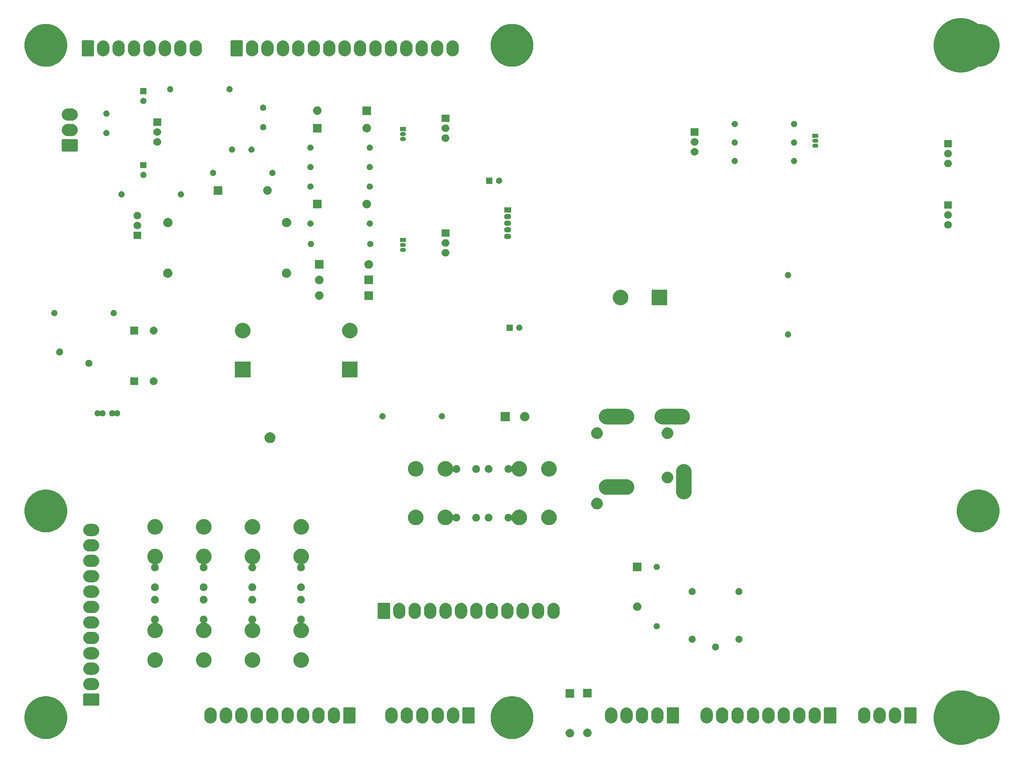
<source format=gbr>
%TF.GenerationSoftware,KiCad,Pcbnew,8.0.8*%
%TF.CreationDate,2025-07-01T22:14:08-04:00*%
%TF.ProjectId,Power Supply,506f7765-7220-4537-9570-706c792e6b69,rev?*%
%TF.SameCoordinates,Original*%
%TF.FileFunction,Soldermask,Bot*%
%TF.FilePolarity,Negative*%
%FSLAX46Y46*%
G04 Gerber Fmt 4.6, Leading zero omitted, Abs format (unit mm)*
G04 Created by KiCad (PCBNEW 8.0.8) date 2025-07-01 22:14:08*
%MOMM*%
%LPD*%
G01*
G04 APERTURE LIST*
G04 APERTURE END LIST*
G36*
X330392911Y-214939373D02*
G01*
X330913096Y-214997984D01*
X331427447Y-215095305D01*
X331933086Y-215230790D01*
X332427187Y-215403684D01*
X332906986Y-215613018D01*
X333369800Y-215857622D01*
X333813040Y-216136129D01*
X334191421Y-216415386D01*
X334219895Y-216424756D01*
X334548227Y-216424756D01*
X335013398Y-216464348D01*
X335473536Y-216543246D01*
X335925325Y-216660883D01*
X336365511Y-216816410D01*
X336790921Y-217008708D01*
X337198490Y-217236390D01*
X337585282Y-217497816D01*
X337948511Y-217791102D01*
X338285559Y-218114136D01*
X338593997Y-218464590D01*
X338871603Y-218839939D01*
X339116378Y-219237478D01*
X339326557Y-219654343D01*
X339500626Y-220087531D01*
X339637331Y-220533921D01*
X339735688Y-220990295D01*
X339794986Y-221453367D01*
X339814800Y-221919800D01*
X339794986Y-222386233D01*
X339735688Y-222849305D01*
X339637331Y-223305679D01*
X339500626Y-223752069D01*
X339326557Y-224185257D01*
X339116378Y-224602122D01*
X338871603Y-224999661D01*
X338593997Y-225375010D01*
X338285559Y-225725464D01*
X337948511Y-226048498D01*
X337585282Y-226341784D01*
X337198490Y-226603210D01*
X336790921Y-226830892D01*
X336365511Y-227023190D01*
X335925325Y-227178717D01*
X335473536Y-227296354D01*
X335013398Y-227375252D01*
X334548227Y-227414844D01*
X334219895Y-227414844D01*
X334191421Y-227424213D01*
X333813040Y-227703471D01*
X333369800Y-227981978D01*
X332906986Y-228226582D01*
X332427187Y-228435916D01*
X331933086Y-228608810D01*
X331427447Y-228744295D01*
X330913096Y-228841616D01*
X330392911Y-228900227D01*
X329869800Y-228919800D01*
X329346689Y-228900227D01*
X328826504Y-228841616D01*
X328312153Y-228744295D01*
X327806514Y-228608810D01*
X327312413Y-228435916D01*
X326832614Y-228226582D01*
X326369800Y-227981978D01*
X325926560Y-227703471D01*
X325505371Y-227392620D01*
X325108591Y-227051163D01*
X324738437Y-226681009D01*
X324396980Y-226284229D01*
X324086129Y-225863040D01*
X323807622Y-225419800D01*
X323563018Y-224956986D01*
X323353684Y-224477187D01*
X323180790Y-223983086D01*
X323045305Y-223477447D01*
X322947984Y-222963096D01*
X322889373Y-222442911D01*
X322869800Y-221919800D01*
X322889373Y-221396689D01*
X322947984Y-220876504D01*
X323045305Y-220362153D01*
X323180790Y-219856514D01*
X323353684Y-219362413D01*
X323563018Y-218882614D01*
X323807622Y-218419800D01*
X324086129Y-217976560D01*
X324396980Y-217555371D01*
X324738437Y-217158591D01*
X325108591Y-216788437D01*
X325505371Y-216446980D01*
X325926560Y-216136129D01*
X326369800Y-215857622D01*
X326832614Y-215613018D01*
X327312413Y-215403684D01*
X327806514Y-215230790D01*
X328312153Y-215095305D01*
X328826504Y-214997984D01*
X329346689Y-214939373D01*
X329869800Y-214919800D01*
X330392911Y-214939373D01*
G37*
G36*
X95643798Y-216464348D02*
G01*
X96103936Y-216543246D01*
X96555725Y-216660883D01*
X96995911Y-216816410D01*
X97421321Y-217008708D01*
X97828890Y-217236390D01*
X98215682Y-217497816D01*
X98578911Y-217791102D01*
X98915959Y-218114136D01*
X99224397Y-218464590D01*
X99502003Y-218839939D01*
X99746778Y-219237478D01*
X99956957Y-219654343D01*
X100131026Y-220087531D01*
X100267731Y-220533921D01*
X100366088Y-220990295D01*
X100425386Y-221453367D01*
X100445200Y-221919800D01*
X100425386Y-222386233D01*
X100366088Y-222849305D01*
X100267731Y-223305679D01*
X100131026Y-223752069D01*
X99956957Y-224185257D01*
X99746778Y-224602122D01*
X99502003Y-224999661D01*
X99224397Y-225375010D01*
X98915959Y-225725464D01*
X98578911Y-226048498D01*
X98215682Y-226341784D01*
X97828890Y-226603210D01*
X97421321Y-226830892D01*
X96995911Y-227023190D01*
X96555725Y-227178717D01*
X96103936Y-227296354D01*
X95643798Y-227375252D01*
X95178627Y-227414844D01*
X94711773Y-227414844D01*
X94246602Y-227375252D01*
X93786464Y-227296354D01*
X93334675Y-227178717D01*
X92894489Y-227023190D01*
X92469079Y-226830892D01*
X92061510Y-226603210D01*
X91674718Y-226341784D01*
X91311489Y-226048498D01*
X90974441Y-225725464D01*
X90666003Y-225375010D01*
X90388397Y-224999661D01*
X90143622Y-224602122D01*
X89933443Y-224185257D01*
X89759374Y-223752069D01*
X89622669Y-223305679D01*
X89524312Y-222849305D01*
X89465014Y-222386233D01*
X89445200Y-221919800D01*
X89465014Y-221453367D01*
X89524312Y-220990295D01*
X89622669Y-220533921D01*
X89759374Y-220087531D01*
X89933443Y-219654343D01*
X90143622Y-219237478D01*
X90388397Y-218839939D01*
X90666003Y-218464590D01*
X90974441Y-218114136D01*
X91311489Y-217791102D01*
X91674718Y-217497816D01*
X92061510Y-217236390D01*
X92469079Y-217008708D01*
X92894489Y-216816410D01*
X93334675Y-216660883D01*
X93786464Y-216543246D01*
X94246602Y-216464348D01*
X94711773Y-216424756D01*
X95178627Y-216424756D01*
X95643798Y-216464348D01*
G37*
G36*
X215328598Y-216464348D02*
G01*
X215788736Y-216543246D01*
X216240525Y-216660883D01*
X216680711Y-216816410D01*
X217106121Y-217008708D01*
X217513690Y-217236390D01*
X217900482Y-217497816D01*
X218263711Y-217791102D01*
X218600759Y-218114136D01*
X218909197Y-218464590D01*
X219186803Y-218839939D01*
X219431578Y-219237478D01*
X219641757Y-219654343D01*
X219815826Y-220087531D01*
X219952531Y-220533921D01*
X220050888Y-220990295D01*
X220110186Y-221453367D01*
X220130000Y-221919800D01*
X220110186Y-222386233D01*
X220050888Y-222849305D01*
X219952531Y-223305679D01*
X219815826Y-223752069D01*
X219641757Y-224185257D01*
X219431578Y-224602122D01*
X219186803Y-224999661D01*
X218909197Y-225375010D01*
X218600759Y-225725464D01*
X218263711Y-226048498D01*
X217900482Y-226341784D01*
X217513690Y-226603210D01*
X217106121Y-226830892D01*
X216680711Y-227023190D01*
X216240525Y-227178717D01*
X215788736Y-227296354D01*
X215328598Y-227375252D01*
X214863427Y-227414844D01*
X214396573Y-227414844D01*
X213931402Y-227375252D01*
X213471264Y-227296354D01*
X213019475Y-227178717D01*
X212579289Y-227023190D01*
X212153879Y-226830892D01*
X211746310Y-226603210D01*
X211359518Y-226341784D01*
X210996289Y-226048498D01*
X210659241Y-225725464D01*
X210350803Y-225375010D01*
X210073197Y-224999661D01*
X209828422Y-224602122D01*
X209618243Y-224185257D01*
X209444174Y-223752069D01*
X209307469Y-223305679D01*
X209209112Y-222849305D01*
X209149814Y-222386233D01*
X209130000Y-221919800D01*
X209149814Y-221453367D01*
X209209112Y-220990295D01*
X209307469Y-220533921D01*
X209444174Y-220087531D01*
X209618243Y-219654343D01*
X209828422Y-219237478D01*
X210073197Y-218839939D01*
X210350803Y-218464590D01*
X210659241Y-218114136D01*
X210996289Y-217791102D01*
X211359518Y-217497816D01*
X211746310Y-217236390D01*
X212153879Y-217008708D01*
X212579289Y-216816410D01*
X213019475Y-216660883D01*
X213471264Y-216543246D01*
X213931402Y-216464348D01*
X214396573Y-216424756D01*
X214863427Y-216424756D01*
X215328598Y-216464348D01*
G37*
G36*
X229801029Y-224851992D02*
G01*
X229990312Y-224925320D01*
X230162898Y-225032181D01*
X230312910Y-225168935D01*
X230435239Y-225330925D01*
X230525719Y-225512634D01*
X230581270Y-225707876D01*
X230600000Y-225910000D01*
X230581270Y-226112124D01*
X230525719Y-226307366D01*
X230435239Y-226489075D01*
X230312910Y-226651065D01*
X230162898Y-226787819D01*
X229990312Y-226894680D01*
X229801029Y-226968008D01*
X229601495Y-227005308D01*
X229398505Y-227005308D01*
X229198971Y-226968008D01*
X229009688Y-226894680D01*
X228837102Y-226787819D01*
X228687090Y-226651065D01*
X228564761Y-226489075D01*
X228474281Y-226307366D01*
X228418730Y-226112124D01*
X228400000Y-225910000D01*
X228418730Y-225707876D01*
X228474281Y-225512634D01*
X228564761Y-225330925D01*
X228687090Y-225168935D01*
X228837102Y-225032181D01*
X229009688Y-224925320D01*
X229198971Y-224851992D01*
X229398505Y-224814692D01*
X229601495Y-224814692D01*
X229801029Y-224851992D01*
G37*
G36*
X234301029Y-224771992D02*
G01*
X234490312Y-224845320D01*
X234662898Y-224952181D01*
X234812910Y-225088935D01*
X234935239Y-225250925D01*
X235025719Y-225432634D01*
X235081270Y-225627876D01*
X235100000Y-225830000D01*
X235081270Y-226032124D01*
X235025719Y-226227366D01*
X234935239Y-226409075D01*
X234812910Y-226571065D01*
X234662898Y-226707819D01*
X234490312Y-226814680D01*
X234301029Y-226888008D01*
X234101495Y-226925308D01*
X233898505Y-226925308D01*
X233698971Y-226888008D01*
X233509688Y-226814680D01*
X233337102Y-226707819D01*
X233187090Y-226571065D01*
X233064761Y-226409075D01*
X232974281Y-226227366D01*
X232918730Y-226032124D01*
X232900000Y-225830000D01*
X232918730Y-225627876D01*
X232974281Y-225432634D01*
X233064761Y-225250925D01*
X233187090Y-225088935D01*
X233337102Y-224952181D01*
X233509688Y-224845320D01*
X233698971Y-224771992D01*
X233898505Y-224734692D01*
X234101495Y-224734692D01*
X234301029Y-224771992D01*
G37*
G36*
X174212185Y-219313423D02*
G01*
X174262393Y-219320034D01*
X174275021Y-219325922D01*
X174295671Y-219330030D01*
X174323022Y-219348305D01*
X174342556Y-219357414D01*
X174354439Y-219369297D01*
X174376777Y-219384223D01*
X174391702Y-219406560D01*
X174403585Y-219418443D01*
X174412692Y-219437975D01*
X174430970Y-219465329D01*
X174435077Y-219485980D01*
X174440965Y-219498606D01*
X174447573Y-219548801D01*
X174450000Y-219561000D01*
X174450000Y-223161000D01*
X174447573Y-223173200D01*
X174440965Y-223223393D01*
X174435078Y-223236017D01*
X174430970Y-223256671D01*
X174412691Y-223284027D01*
X174403585Y-223303556D01*
X174391704Y-223315436D01*
X174376777Y-223337777D01*
X174354436Y-223352704D01*
X174342556Y-223364585D01*
X174323027Y-223373691D01*
X174295671Y-223391970D01*
X174275017Y-223396078D01*
X174262393Y-223401965D01*
X174212200Y-223408573D01*
X174200000Y-223411000D01*
X171540000Y-223411000D01*
X171527801Y-223408573D01*
X171477606Y-223401965D01*
X171464980Y-223396077D01*
X171444329Y-223391970D01*
X171416975Y-223373692D01*
X171397443Y-223364585D01*
X171385560Y-223352702D01*
X171363223Y-223337777D01*
X171348297Y-223315439D01*
X171336414Y-223303556D01*
X171327305Y-223284022D01*
X171309030Y-223256671D01*
X171304922Y-223236021D01*
X171299034Y-223223393D01*
X171292423Y-223173185D01*
X171290000Y-223161000D01*
X171290000Y-219561000D01*
X171292423Y-219548815D01*
X171299034Y-219498606D01*
X171304922Y-219485977D01*
X171309030Y-219465329D01*
X171327303Y-219437980D01*
X171336414Y-219418443D01*
X171348299Y-219406557D01*
X171363223Y-219384223D01*
X171385557Y-219369299D01*
X171397443Y-219357414D01*
X171416980Y-219348303D01*
X171444329Y-219330030D01*
X171464977Y-219325922D01*
X171477606Y-219320034D01*
X171527815Y-219313423D01*
X171540000Y-219311000D01*
X174200000Y-219311000D01*
X174212185Y-219313423D01*
G37*
G36*
X204819185Y-219313423D02*
G01*
X204869393Y-219320034D01*
X204882021Y-219325922D01*
X204902671Y-219330030D01*
X204930022Y-219348305D01*
X204949556Y-219357414D01*
X204961439Y-219369297D01*
X204983777Y-219384223D01*
X204998702Y-219406560D01*
X205010585Y-219418443D01*
X205019692Y-219437975D01*
X205037970Y-219465329D01*
X205042077Y-219485980D01*
X205047965Y-219498606D01*
X205054573Y-219548801D01*
X205057000Y-219561000D01*
X205057000Y-223161000D01*
X205054573Y-223173200D01*
X205047965Y-223223393D01*
X205042078Y-223236017D01*
X205037970Y-223256671D01*
X205019691Y-223284027D01*
X205010585Y-223303556D01*
X204998704Y-223315436D01*
X204983777Y-223337777D01*
X204961436Y-223352704D01*
X204949556Y-223364585D01*
X204930027Y-223373691D01*
X204902671Y-223391970D01*
X204882017Y-223396078D01*
X204869393Y-223401965D01*
X204819200Y-223408573D01*
X204807000Y-223411000D01*
X202147000Y-223411000D01*
X202134801Y-223408573D01*
X202084606Y-223401965D01*
X202071980Y-223396077D01*
X202051329Y-223391970D01*
X202023975Y-223373692D01*
X202004443Y-223364585D01*
X201992560Y-223352702D01*
X201970223Y-223337777D01*
X201955297Y-223315439D01*
X201943414Y-223303556D01*
X201934305Y-223284022D01*
X201916030Y-223256671D01*
X201911922Y-223236021D01*
X201906034Y-223223393D01*
X201899423Y-223173185D01*
X201897000Y-223161000D01*
X201897000Y-219561000D01*
X201899423Y-219548815D01*
X201906034Y-219498606D01*
X201911922Y-219485977D01*
X201916030Y-219465329D01*
X201934303Y-219437980D01*
X201943414Y-219418443D01*
X201955299Y-219406557D01*
X201970223Y-219384223D01*
X201992557Y-219369299D01*
X202004443Y-219357414D01*
X202023980Y-219348303D01*
X202051329Y-219330030D01*
X202071977Y-219325922D01*
X202084606Y-219320034D01*
X202134815Y-219313423D01*
X202147000Y-219311000D01*
X204807000Y-219311000D01*
X204819185Y-219313423D01*
G37*
G36*
X257262185Y-219313423D02*
G01*
X257312393Y-219320034D01*
X257325021Y-219325922D01*
X257345671Y-219330030D01*
X257373022Y-219348305D01*
X257392556Y-219357414D01*
X257404439Y-219369297D01*
X257426777Y-219384223D01*
X257441702Y-219406560D01*
X257453585Y-219418443D01*
X257462692Y-219437975D01*
X257480970Y-219465329D01*
X257485077Y-219485980D01*
X257490965Y-219498606D01*
X257497573Y-219548801D01*
X257500000Y-219561000D01*
X257500000Y-223161000D01*
X257497573Y-223173200D01*
X257490965Y-223223393D01*
X257485078Y-223236017D01*
X257480970Y-223256671D01*
X257462691Y-223284027D01*
X257453585Y-223303556D01*
X257441704Y-223315436D01*
X257426777Y-223337777D01*
X257404436Y-223352704D01*
X257392556Y-223364585D01*
X257373027Y-223373691D01*
X257345671Y-223391970D01*
X257325017Y-223396078D01*
X257312393Y-223401965D01*
X257262200Y-223408573D01*
X257250000Y-223411000D01*
X254590000Y-223411000D01*
X254577801Y-223408573D01*
X254527606Y-223401965D01*
X254514980Y-223396077D01*
X254494329Y-223391970D01*
X254466975Y-223373692D01*
X254447443Y-223364585D01*
X254435560Y-223352702D01*
X254413223Y-223337777D01*
X254398297Y-223315439D01*
X254386414Y-223303556D01*
X254377305Y-223284022D01*
X254359030Y-223256671D01*
X254354922Y-223236021D01*
X254349034Y-223223393D01*
X254342423Y-223173185D01*
X254340000Y-223161000D01*
X254340000Y-219561000D01*
X254342423Y-219548815D01*
X254349034Y-219498606D01*
X254354922Y-219485977D01*
X254359030Y-219465329D01*
X254377303Y-219437980D01*
X254386414Y-219418443D01*
X254398299Y-219406557D01*
X254413223Y-219384223D01*
X254435557Y-219369299D01*
X254447443Y-219357414D01*
X254466980Y-219348303D01*
X254494329Y-219330030D01*
X254514977Y-219325922D01*
X254527606Y-219320034D01*
X254577815Y-219313423D01*
X254590000Y-219311000D01*
X257250000Y-219311000D01*
X257262185Y-219313423D01*
G37*
G36*
X297642185Y-219313423D02*
G01*
X297692393Y-219320034D01*
X297705021Y-219325922D01*
X297725671Y-219330030D01*
X297753022Y-219348305D01*
X297772556Y-219357414D01*
X297784439Y-219369297D01*
X297806777Y-219384223D01*
X297821702Y-219406560D01*
X297833585Y-219418443D01*
X297842692Y-219437975D01*
X297860970Y-219465329D01*
X297865077Y-219485980D01*
X297870965Y-219498606D01*
X297877573Y-219548801D01*
X297880000Y-219561000D01*
X297880000Y-223161000D01*
X297877573Y-223173200D01*
X297870965Y-223223393D01*
X297865078Y-223236017D01*
X297860970Y-223256671D01*
X297842691Y-223284027D01*
X297833585Y-223303556D01*
X297821704Y-223315436D01*
X297806777Y-223337777D01*
X297784436Y-223352704D01*
X297772556Y-223364585D01*
X297753027Y-223373691D01*
X297725671Y-223391970D01*
X297705017Y-223396078D01*
X297692393Y-223401965D01*
X297642200Y-223408573D01*
X297630000Y-223411000D01*
X294970000Y-223411000D01*
X294957801Y-223408573D01*
X294907606Y-223401965D01*
X294894980Y-223396077D01*
X294874329Y-223391970D01*
X294846975Y-223373692D01*
X294827443Y-223364585D01*
X294815560Y-223352702D01*
X294793223Y-223337777D01*
X294778297Y-223315439D01*
X294766414Y-223303556D01*
X294757305Y-223284022D01*
X294739030Y-223256671D01*
X294734922Y-223236021D01*
X294729034Y-223223393D01*
X294722423Y-223173185D01*
X294720000Y-223161000D01*
X294720000Y-219561000D01*
X294722423Y-219548815D01*
X294729034Y-219498606D01*
X294734922Y-219485977D01*
X294739030Y-219465329D01*
X294757303Y-219437980D01*
X294766414Y-219418443D01*
X294778299Y-219406557D01*
X294793223Y-219384223D01*
X294815557Y-219369299D01*
X294827443Y-219357414D01*
X294846980Y-219348303D01*
X294874329Y-219330030D01*
X294894977Y-219325922D01*
X294907606Y-219320034D01*
X294957815Y-219313423D01*
X294970000Y-219311000D01*
X297630000Y-219311000D01*
X297642185Y-219313423D01*
G37*
G36*
X318262185Y-219313423D02*
G01*
X318312393Y-219320034D01*
X318325021Y-219325922D01*
X318345671Y-219330030D01*
X318373022Y-219348305D01*
X318392556Y-219357414D01*
X318404439Y-219369297D01*
X318426777Y-219384223D01*
X318441702Y-219406560D01*
X318453585Y-219418443D01*
X318462692Y-219437975D01*
X318480970Y-219465329D01*
X318485077Y-219485980D01*
X318490965Y-219498606D01*
X318497573Y-219548801D01*
X318500000Y-219561000D01*
X318500000Y-223161000D01*
X318497573Y-223173200D01*
X318490965Y-223223393D01*
X318485078Y-223236017D01*
X318480970Y-223256671D01*
X318462691Y-223284027D01*
X318453585Y-223303556D01*
X318441704Y-223315436D01*
X318426777Y-223337777D01*
X318404436Y-223352704D01*
X318392556Y-223364585D01*
X318373027Y-223373691D01*
X318345671Y-223391970D01*
X318325017Y-223396078D01*
X318312393Y-223401965D01*
X318262200Y-223408573D01*
X318250000Y-223411000D01*
X315590000Y-223411000D01*
X315577801Y-223408573D01*
X315527606Y-223401965D01*
X315514980Y-223396077D01*
X315494329Y-223391970D01*
X315466975Y-223373692D01*
X315447443Y-223364585D01*
X315435560Y-223352702D01*
X315413223Y-223337777D01*
X315398297Y-223315439D01*
X315386414Y-223303556D01*
X315377305Y-223284022D01*
X315359030Y-223256671D01*
X315354922Y-223236021D01*
X315349034Y-223223393D01*
X315342423Y-223173185D01*
X315340000Y-223161000D01*
X315340000Y-219561000D01*
X315342423Y-219548815D01*
X315349034Y-219498606D01*
X315354922Y-219485977D01*
X315359030Y-219465329D01*
X315377303Y-219437980D01*
X315386414Y-219418443D01*
X315398299Y-219406557D01*
X315413223Y-219384223D01*
X315435557Y-219369299D01*
X315447443Y-219357414D01*
X315466980Y-219348303D01*
X315494329Y-219330030D01*
X315514977Y-219325922D01*
X315527606Y-219320034D01*
X315577815Y-219313423D01*
X315590000Y-219311000D01*
X318250000Y-219311000D01*
X318262185Y-219313423D01*
G37*
G36*
X137343085Y-219315871D02*
G01*
X137353965Y-219315871D01*
X137407553Y-219324358D01*
X137538201Y-219341559D01*
X137570074Y-219350099D01*
X137598844Y-219354656D01*
X137654173Y-219372633D01*
X137737804Y-219395042D01*
X137791159Y-219417142D01*
X137834640Y-219431270D01*
X137875373Y-219452025D01*
X137928728Y-219474125D01*
X138003715Y-219517418D01*
X138055548Y-219543829D01*
X138079109Y-219560947D01*
X138107686Y-219577446D01*
X138212221Y-219657658D01*
X138256128Y-219689559D01*
X138263824Y-219697255D01*
X138271638Y-219703251D01*
X138417748Y-219849361D01*
X138423743Y-219857174D01*
X138431441Y-219864872D01*
X138463345Y-219908784D01*
X138543553Y-220013313D01*
X138560050Y-220041887D01*
X138577171Y-220065452D01*
X138603584Y-220117291D01*
X138646874Y-220192271D01*
X138668971Y-220245619D01*
X138689730Y-220286360D01*
X138703859Y-220329847D01*
X138725957Y-220383195D01*
X138748362Y-220466813D01*
X138766344Y-220522156D01*
X138770901Y-220550932D01*
X138779440Y-220582798D01*
X138796637Y-220713422D01*
X138805129Y-220767035D01*
X138805738Y-220782549D01*
X138806617Y-220789221D01*
X138809695Y-220883260D01*
X138810000Y-220891000D01*
X138810000Y-221831000D01*
X138809695Y-221838744D01*
X138806617Y-221932778D01*
X138805738Y-221939449D01*
X138805129Y-221954965D01*
X138796636Y-222008582D01*
X138779440Y-222139201D01*
X138770902Y-222171064D01*
X138766344Y-222199844D01*
X138748360Y-222255191D01*
X138725957Y-222338804D01*
X138703861Y-222392148D01*
X138689730Y-222435640D01*
X138668969Y-222476384D01*
X138646874Y-222529728D01*
X138603588Y-222604700D01*
X138577171Y-222656548D01*
X138560047Y-222680116D01*
X138543553Y-222708686D01*
X138463358Y-222813196D01*
X138431441Y-222857128D01*
X138423740Y-222864828D01*
X138417748Y-222872638D01*
X138271638Y-223018748D01*
X138263828Y-223024740D01*
X138256128Y-223032441D01*
X138212196Y-223064358D01*
X138107686Y-223144553D01*
X138079116Y-223161047D01*
X138055548Y-223178171D01*
X138003700Y-223204588D01*
X137928728Y-223247874D01*
X137875384Y-223269969D01*
X137834640Y-223290730D01*
X137791148Y-223304861D01*
X137737804Y-223326957D01*
X137654191Y-223349360D01*
X137598844Y-223367344D01*
X137570064Y-223371902D01*
X137538201Y-223380440D01*
X137407566Y-223397639D01*
X137353965Y-223406129D01*
X137343085Y-223406129D01*
X137333325Y-223407414D01*
X137126675Y-223407414D01*
X137116915Y-223406129D01*
X137106035Y-223406129D01*
X137052435Y-223397639D01*
X136921798Y-223380440D01*
X136889932Y-223371901D01*
X136861156Y-223367344D01*
X136805813Y-223349362D01*
X136722195Y-223326957D01*
X136668847Y-223304859D01*
X136625360Y-223290730D01*
X136584619Y-223269971D01*
X136531271Y-223247874D01*
X136456291Y-223204584D01*
X136404452Y-223178171D01*
X136380887Y-223161050D01*
X136352313Y-223144553D01*
X136247784Y-223064345D01*
X136203872Y-223032441D01*
X136196174Y-223024743D01*
X136188361Y-223018748D01*
X136042251Y-222872638D01*
X136036255Y-222864824D01*
X136028559Y-222857128D01*
X135996658Y-222813221D01*
X135916446Y-222708686D01*
X135899947Y-222680109D01*
X135882829Y-222656548D01*
X135856418Y-222604715D01*
X135813125Y-222529728D01*
X135791025Y-222476373D01*
X135770270Y-222435640D01*
X135756142Y-222392159D01*
X135734042Y-222338804D01*
X135711633Y-222255173D01*
X135693656Y-222199844D01*
X135689099Y-222171074D01*
X135680559Y-222139201D01*
X135663357Y-222008545D01*
X135654871Y-221954965D01*
X135654261Y-221939460D01*
X135653382Y-221932778D01*
X135650303Y-221838730D01*
X135650000Y-221831000D01*
X135650000Y-220891000D01*
X135650303Y-220883274D01*
X135653382Y-220789221D01*
X135654261Y-220782538D01*
X135654871Y-220767035D01*
X135663356Y-220713459D01*
X135680559Y-220582798D01*
X135689099Y-220550923D01*
X135693656Y-220522156D01*
X135711631Y-220466831D01*
X135734042Y-220383195D01*
X135756143Y-220329836D01*
X135770270Y-220286360D01*
X135791022Y-220245630D01*
X135813125Y-220192271D01*
X135856423Y-220117276D01*
X135882829Y-220065452D01*
X135899944Y-220041894D01*
X135916446Y-220013313D01*
X135996672Y-219908759D01*
X136028559Y-219864872D01*
X136036252Y-219857178D01*
X136042251Y-219849361D01*
X136188361Y-219703251D01*
X136196178Y-219697252D01*
X136203872Y-219689559D01*
X136247759Y-219657672D01*
X136352313Y-219577446D01*
X136380894Y-219560944D01*
X136404452Y-219543829D01*
X136456276Y-219517423D01*
X136531271Y-219474125D01*
X136584630Y-219452022D01*
X136625360Y-219431270D01*
X136668836Y-219417143D01*
X136722195Y-219395042D01*
X136805831Y-219372631D01*
X136861156Y-219354656D01*
X136889923Y-219350099D01*
X136921798Y-219341559D01*
X137052448Y-219324358D01*
X137106035Y-219315871D01*
X137116915Y-219315871D01*
X137126675Y-219314586D01*
X137333325Y-219314586D01*
X137343085Y-219315871D01*
G37*
G36*
X141303085Y-219315871D02*
G01*
X141313965Y-219315871D01*
X141367553Y-219324358D01*
X141498201Y-219341559D01*
X141530074Y-219350099D01*
X141558844Y-219354656D01*
X141614173Y-219372633D01*
X141697804Y-219395042D01*
X141751159Y-219417142D01*
X141794640Y-219431270D01*
X141835373Y-219452025D01*
X141888728Y-219474125D01*
X141963715Y-219517418D01*
X142015548Y-219543829D01*
X142039109Y-219560947D01*
X142067686Y-219577446D01*
X142172221Y-219657658D01*
X142216128Y-219689559D01*
X142223824Y-219697255D01*
X142231638Y-219703251D01*
X142377748Y-219849361D01*
X142383743Y-219857174D01*
X142391441Y-219864872D01*
X142423345Y-219908784D01*
X142503553Y-220013313D01*
X142520050Y-220041887D01*
X142537171Y-220065452D01*
X142563584Y-220117291D01*
X142606874Y-220192271D01*
X142628971Y-220245619D01*
X142649730Y-220286360D01*
X142663859Y-220329847D01*
X142685957Y-220383195D01*
X142708362Y-220466813D01*
X142726344Y-220522156D01*
X142730901Y-220550932D01*
X142739440Y-220582798D01*
X142756637Y-220713422D01*
X142765129Y-220767035D01*
X142765738Y-220782549D01*
X142766617Y-220789221D01*
X142769695Y-220883260D01*
X142770000Y-220891000D01*
X142770000Y-221831000D01*
X142769695Y-221838744D01*
X142766617Y-221932778D01*
X142765738Y-221939449D01*
X142765129Y-221954965D01*
X142756636Y-222008582D01*
X142739440Y-222139201D01*
X142730902Y-222171064D01*
X142726344Y-222199844D01*
X142708360Y-222255191D01*
X142685957Y-222338804D01*
X142663861Y-222392148D01*
X142649730Y-222435640D01*
X142628969Y-222476384D01*
X142606874Y-222529728D01*
X142563588Y-222604700D01*
X142537171Y-222656548D01*
X142520047Y-222680116D01*
X142503553Y-222708686D01*
X142423358Y-222813196D01*
X142391441Y-222857128D01*
X142383740Y-222864828D01*
X142377748Y-222872638D01*
X142231638Y-223018748D01*
X142223828Y-223024740D01*
X142216128Y-223032441D01*
X142172196Y-223064358D01*
X142067686Y-223144553D01*
X142039116Y-223161047D01*
X142015548Y-223178171D01*
X141963700Y-223204588D01*
X141888728Y-223247874D01*
X141835384Y-223269969D01*
X141794640Y-223290730D01*
X141751148Y-223304861D01*
X141697804Y-223326957D01*
X141614191Y-223349360D01*
X141558844Y-223367344D01*
X141530064Y-223371902D01*
X141498201Y-223380440D01*
X141367566Y-223397639D01*
X141313965Y-223406129D01*
X141303085Y-223406129D01*
X141293325Y-223407414D01*
X141086675Y-223407414D01*
X141076915Y-223406129D01*
X141066035Y-223406129D01*
X141012435Y-223397639D01*
X140881798Y-223380440D01*
X140849932Y-223371901D01*
X140821156Y-223367344D01*
X140765813Y-223349362D01*
X140682195Y-223326957D01*
X140628847Y-223304859D01*
X140585360Y-223290730D01*
X140544619Y-223269971D01*
X140491271Y-223247874D01*
X140416291Y-223204584D01*
X140364452Y-223178171D01*
X140340887Y-223161050D01*
X140312313Y-223144553D01*
X140207784Y-223064345D01*
X140163872Y-223032441D01*
X140156174Y-223024743D01*
X140148361Y-223018748D01*
X140002251Y-222872638D01*
X139996255Y-222864824D01*
X139988559Y-222857128D01*
X139956658Y-222813221D01*
X139876446Y-222708686D01*
X139859947Y-222680109D01*
X139842829Y-222656548D01*
X139816418Y-222604715D01*
X139773125Y-222529728D01*
X139751025Y-222476373D01*
X139730270Y-222435640D01*
X139716142Y-222392159D01*
X139694042Y-222338804D01*
X139671633Y-222255173D01*
X139653656Y-222199844D01*
X139649099Y-222171074D01*
X139640559Y-222139201D01*
X139623357Y-222008545D01*
X139614871Y-221954965D01*
X139614261Y-221939460D01*
X139613382Y-221932778D01*
X139610303Y-221838730D01*
X139610000Y-221831000D01*
X139610000Y-220891000D01*
X139610303Y-220883274D01*
X139613382Y-220789221D01*
X139614261Y-220782538D01*
X139614871Y-220767035D01*
X139623356Y-220713459D01*
X139640559Y-220582798D01*
X139649099Y-220550923D01*
X139653656Y-220522156D01*
X139671631Y-220466831D01*
X139694042Y-220383195D01*
X139716143Y-220329836D01*
X139730270Y-220286360D01*
X139751022Y-220245630D01*
X139773125Y-220192271D01*
X139816423Y-220117276D01*
X139842829Y-220065452D01*
X139859944Y-220041894D01*
X139876446Y-220013313D01*
X139956672Y-219908759D01*
X139988559Y-219864872D01*
X139996252Y-219857178D01*
X140002251Y-219849361D01*
X140148361Y-219703251D01*
X140156178Y-219697252D01*
X140163872Y-219689559D01*
X140207759Y-219657672D01*
X140312313Y-219577446D01*
X140340894Y-219560944D01*
X140364452Y-219543829D01*
X140416276Y-219517423D01*
X140491271Y-219474125D01*
X140544630Y-219452022D01*
X140585360Y-219431270D01*
X140628836Y-219417143D01*
X140682195Y-219395042D01*
X140765831Y-219372631D01*
X140821156Y-219354656D01*
X140849923Y-219350099D01*
X140881798Y-219341559D01*
X141012448Y-219324358D01*
X141066035Y-219315871D01*
X141076915Y-219315871D01*
X141086675Y-219314586D01*
X141293325Y-219314586D01*
X141303085Y-219315871D01*
G37*
G36*
X145263085Y-219315871D02*
G01*
X145273965Y-219315871D01*
X145327553Y-219324358D01*
X145458201Y-219341559D01*
X145490074Y-219350099D01*
X145518844Y-219354656D01*
X145574173Y-219372633D01*
X145657804Y-219395042D01*
X145711159Y-219417142D01*
X145754640Y-219431270D01*
X145795373Y-219452025D01*
X145848728Y-219474125D01*
X145923715Y-219517418D01*
X145975548Y-219543829D01*
X145999109Y-219560947D01*
X146027686Y-219577446D01*
X146132221Y-219657658D01*
X146176128Y-219689559D01*
X146183824Y-219697255D01*
X146191638Y-219703251D01*
X146337748Y-219849361D01*
X146343743Y-219857174D01*
X146351441Y-219864872D01*
X146383345Y-219908784D01*
X146463553Y-220013313D01*
X146480050Y-220041887D01*
X146497171Y-220065452D01*
X146523584Y-220117291D01*
X146566874Y-220192271D01*
X146588971Y-220245619D01*
X146609730Y-220286360D01*
X146623859Y-220329847D01*
X146645957Y-220383195D01*
X146668362Y-220466813D01*
X146686344Y-220522156D01*
X146690901Y-220550932D01*
X146699440Y-220582798D01*
X146716637Y-220713422D01*
X146725129Y-220767035D01*
X146725738Y-220782549D01*
X146726617Y-220789221D01*
X146729695Y-220883260D01*
X146730000Y-220891000D01*
X146730000Y-221831000D01*
X146729695Y-221838744D01*
X146726617Y-221932778D01*
X146725738Y-221939449D01*
X146725129Y-221954965D01*
X146716636Y-222008582D01*
X146699440Y-222139201D01*
X146690902Y-222171064D01*
X146686344Y-222199844D01*
X146668360Y-222255191D01*
X146645957Y-222338804D01*
X146623861Y-222392148D01*
X146609730Y-222435640D01*
X146588969Y-222476384D01*
X146566874Y-222529728D01*
X146523588Y-222604700D01*
X146497171Y-222656548D01*
X146480047Y-222680116D01*
X146463553Y-222708686D01*
X146383358Y-222813196D01*
X146351441Y-222857128D01*
X146343740Y-222864828D01*
X146337748Y-222872638D01*
X146191638Y-223018748D01*
X146183828Y-223024740D01*
X146176128Y-223032441D01*
X146132196Y-223064358D01*
X146027686Y-223144553D01*
X145999116Y-223161047D01*
X145975548Y-223178171D01*
X145923700Y-223204588D01*
X145848728Y-223247874D01*
X145795384Y-223269969D01*
X145754640Y-223290730D01*
X145711148Y-223304861D01*
X145657804Y-223326957D01*
X145574191Y-223349360D01*
X145518844Y-223367344D01*
X145490064Y-223371902D01*
X145458201Y-223380440D01*
X145327566Y-223397639D01*
X145273965Y-223406129D01*
X145263085Y-223406129D01*
X145253325Y-223407414D01*
X145046675Y-223407414D01*
X145036915Y-223406129D01*
X145026035Y-223406129D01*
X144972435Y-223397639D01*
X144841798Y-223380440D01*
X144809932Y-223371901D01*
X144781156Y-223367344D01*
X144725813Y-223349362D01*
X144642195Y-223326957D01*
X144588847Y-223304859D01*
X144545360Y-223290730D01*
X144504619Y-223269971D01*
X144451271Y-223247874D01*
X144376291Y-223204584D01*
X144324452Y-223178171D01*
X144300887Y-223161050D01*
X144272313Y-223144553D01*
X144167784Y-223064345D01*
X144123872Y-223032441D01*
X144116174Y-223024743D01*
X144108361Y-223018748D01*
X143962251Y-222872638D01*
X143956255Y-222864824D01*
X143948559Y-222857128D01*
X143916658Y-222813221D01*
X143836446Y-222708686D01*
X143819947Y-222680109D01*
X143802829Y-222656548D01*
X143776418Y-222604715D01*
X143733125Y-222529728D01*
X143711025Y-222476373D01*
X143690270Y-222435640D01*
X143676142Y-222392159D01*
X143654042Y-222338804D01*
X143631633Y-222255173D01*
X143613656Y-222199844D01*
X143609099Y-222171074D01*
X143600559Y-222139201D01*
X143583357Y-222008545D01*
X143574871Y-221954965D01*
X143574261Y-221939460D01*
X143573382Y-221932778D01*
X143570303Y-221838730D01*
X143570000Y-221831000D01*
X143570000Y-220891000D01*
X143570303Y-220883274D01*
X143573382Y-220789221D01*
X143574261Y-220782538D01*
X143574871Y-220767035D01*
X143583356Y-220713459D01*
X143600559Y-220582798D01*
X143609099Y-220550923D01*
X143613656Y-220522156D01*
X143631631Y-220466831D01*
X143654042Y-220383195D01*
X143676143Y-220329836D01*
X143690270Y-220286360D01*
X143711022Y-220245630D01*
X143733125Y-220192271D01*
X143776423Y-220117276D01*
X143802829Y-220065452D01*
X143819944Y-220041894D01*
X143836446Y-220013313D01*
X143916672Y-219908759D01*
X143948559Y-219864872D01*
X143956252Y-219857178D01*
X143962251Y-219849361D01*
X144108361Y-219703251D01*
X144116178Y-219697252D01*
X144123872Y-219689559D01*
X144167759Y-219657672D01*
X144272313Y-219577446D01*
X144300894Y-219560944D01*
X144324452Y-219543829D01*
X144376276Y-219517423D01*
X144451271Y-219474125D01*
X144504630Y-219452022D01*
X144545360Y-219431270D01*
X144588836Y-219417143D01*
X144642195Y-219395042D01*
X144725831Y-219372631D01*
X144781156Y-219354656D01*
X144809923Y-219350099D01*
X144841798Y-219341559D01*
X144972448Y-219324358D01*
X145026035Y-219315871D01*
X145036915Y-219315871D01*
X145046675Y-219314586D01*
X145253325Y-219314586D01*
X145263085Y-219315871D01*
G37*
G36*
X149223085Y-219315871D02*
G01*
X149233965Y-219315871D01*
X149287553Y-219324358D01*
X149418201Y-219341559D01*
X149450074Y-219350099D01*
X149478844Y-219354656D01*
X149534173Y-219372633D01*
X149617804Y-219395042D01*
X149671159Y-219417142D01*
X149714640Y-219431270D01*
X149755373Y-219452025D01*
X149808728Y-219474125D01*
X149883715Y-219517418D01*
X149935548Y-219543829D01*
X149959109Y-219560947D01*
X149987686Y-219577446D01*
X150092221Y-219657658D01*
X150136128Y-219689559D01*
X150143824Y-219697255D01*
X150151638Y-219703251D01*
X150297748Y-219849361D01*
X150303743Y-219857174D01*
X150311441Y-219864872D01*
X150343345Y-219908784D01*
X150423553Y-220013313D01*
X150440050Y-220041887D01*
X150457171Y-220065452D01*
X150483584Y-220117291D01*
X150526874Y-220192271D01*
X150548971Y-220245619D01*
X150569730Y-220286360D01*
X150583859Y-220329847D01*
X150605957Y-220383195D01*
X150628362Y-220466813D01*
X150646344Y-220522156D01*
X150650901Y-220550932D01*
X150659440Y-220582798D01*
X150676637Y-220713422D01*
X150685129Y-220767035D01*
X150685738Y-220782549D01*
X150686617Y-220789221D01*
X150689695Y-220883260D01*
X150690000Y-220891000D01*
X150690000Y-221831000D01*
X150689695Y-221838744D01*
X150686617Y-221932778D01*
X150685738Y-221939449D01*
X150685129Y-221954965D01*
X150676636Y-222008582D01*
X150659440Y-222139201D01*
X150650902Y-222171064D01*
X150646344Y-222199844D01*
X150628360Y-222255191D01*
X150605957Y-222338804D01*
X150583861Y-222392148D01*
X150569730Y-222435640D01*
X150548969Y-222476384D01*
X150526874Y-222529728D01*
X150483588Y-222604700D01*
X150457171Y-222656548D01*
X150440047Y-222680116D01*
X150423553Y-222708686D01*
X150343358Y-222813196D01*
X150311441Y-222857128D01*
X150303740Y-222864828D01*
X150297748Y-222872638D01*
X150151638Y-223018748D01*
X150143828Y-223024740D01*
X150136128Y-223032441D01*
X150092196Y-223064358D01*
X149987686Y-223144553D01*
X149959116Y-223161047D01*
X149935548Y-223178171D01*
X149883700Y-223204588D01*
X149808728Y-223247874D01*
X149755384Y-223269969D01*
X149714640Y-223290730D01*
X149671148Y-223304861D01*
X149617804Y-223326957D01*
X149534191Y-223349360D01*
X149478844Y-223367344D01*
X149450064Y-223371902D01*
X149418201Y-223380440D01*
X149287566Y-223397639D01*
X149233965Y-223406129D01*
X149223085Y-223406129D01*
X149213325Y-223407414D01*
X149006675Y-223407414D01*
X148996915Y-223406129D01*
X148986035Y-223406129D01*
X148932435Y-223397639D01*
X148801798Y-223380440D01*
X148769932Y-223371901D01*
X148741156Y-223367344D01*
X148685813Y-223349362D01*
X148602195Y-223326957D01*
X148548847Y-223304859D01*
X148505360Y-223290730D01*
X148464619Y-223269971D01*
X148411271Y-223247874D01*
X148336291Y-223204584D01*
X148284452Y-223178171D01*
X148260887Y-223161050D01*
X148232313Y-223144553D01*
X148127784Y-223064345D01*
X148083872Y-223032441D01*
X148076174Y-223024743D01*
X148068361Y-223018748D01*
X147922251Y-222872638D01*
X147916255Y-222864824D01*
X147908559Y-222857128D01*
X147876658Y-222813221D01*
X147796446Y-222708686D01*
X147779947Y-222680109D01*
X147762829Y-222656548D01*
X147736418Y-222604715D01*
X147693125Y-222529728D01*
X147671025Y-222476373D01*
X147650270Y-222435640D01*
X147636142Y-222392159D01*
X147614042Y-222338804D01*
X147591633Y-222255173D01*
X147573656Y-222199844D01*
X147569099Y-222171074D01*
X147560559Y-222139201D01*
X147543357Y-222008545D01*
X147534871Y-221954965D01*
X147534261Y-221939460D01*
X147533382Y-221932778D01*
X147530303Y-221838730D01*
X147530000Y-221831000D01*
X147530000Y-220891000D01*
X147530303Y-220883274D01*
X147533382Y-220789221D01*
X147534261Y-220782538D01*
X147534871Y-220767035D01*
X147543356Y-220713459D01*
X147560559Y-220582798D01*
X147569099Y-220550923D01*
X147573656Y-220522156D01*
X147591631Y-220466831D01*
X147614042Y-220383195D01*
X147636143Y-220329836D01*
X147650270Y-220286360D01*
X147671022Y-220245630D01*
X147693125Y-220192271D01*
X147736423Y-220117276D01*
X147762829Y-220065452D01*
X147779944Y-220041894D01*
X147796446Y-220013313D01*
X147876672Y-219908759D01*
X147908559Y-219864872D01*
X147916252Y-219857178D01*
X147922251Y-219849361D01*
X148068361Y-219703251D01*
X148076178Y-219697252D01*
X148083872Y-219689559D01*
X148127759Y-219657672D01*
X148232313Y-219577446D01*
X148260894Y-219560944D01*
X148284452Y-219543829D01*
X148336276Y-219517423D01*
X148411271Y-219474125D01*
X148464630Y-219452022D01*
X148505360Y-219431270D01*
X148548836Y-219417143D01*
X148602195Y-219395042D01*
X148685831Y-219372631D01*
X148741156Y-219354656D01*
X148769923Y-219350099D01*
X148801798Y-219341559D01*
X148932448Y-219324358D01*
X148986035Y-219315871D01*
X148996915Y-219315871D01*
X149006675Y-219314586D01*
X149213325Y-219314586D01*
X149223085Y-219315871D01*
G37*
G36*
X153183085Y-219315871D02*
G01*
X153193965Y-219315871D01*
X153247553Y-219324358D01*
X153378201Y-219341559D01*
X153410074Y-219350099D01*
X153438844Y-219354656D01*
X153494173Y-219372633D01*
X153577804Y-219395042D01*
X153631159Y-219417142D01*
X153674640Y-219431270D01*
X153715373Y-219452025D01*
X153768728Y-219474125D01*
X153843715Y-219517418D01*
X153895548Y-219543829D01*
X153919109Y-219560947D01*
X153947686Y-219577446D01*
X154052221Y-219657658D01*
X154096128Y-219689559D01*
X154103824Y-219697255D01*
X154111638Y-219703251D01*
X154257748Y-219849361D01*
X154263743Y-219857174D01*
X154271441Y-219864872D01*
X154303345Y-219908784D01*
X154383553Y-220013313D01*
X154400050Y-220041887D01*
X154417171Y-220065452D01*
X154443584Y-220117291D01*
X154486874Y-220192271D01*
X154508971Y-220245619D01*
X154529730Y-220286360D01*
X154543859Y-220329847D01*
X154565957Y-220383195D01*
X154588362Y-220466813D01*
X154606344Y-220522156D01*
X154610901Y-220550932D01*
X154619440Y-220582798D01*
X154636637Y-220713422D01*
X154645129Y-220767035D01*
X154645738Y-220782549D01*
X154646617Y-220789221D01*
X154649695Y-220883260D01*
X154650000Y-220891000D01*
X154650000Y-221831000D01*
X154649695Y-221838744D01*
X154646617Y-221932778D01*
X154645738Y-221939449D01*
X154645129Y-221954965D01*
X154636636Y-222008582D01*
X154619440Y-222139201D01*
X154610902Y-222171064D01*
X154606344Y-222199844D01*
X154588360Y-222255191D01*
X154565957Y-222338804D01*
X154543861Y-222392148D01*
X154529730Y-222435640D01*
X154508969Y-222476384D01*
X154486874Y-222529728D01*
X154443588Y-222604700D01*
X154417171Y-222656548D01*
X154400047Y-222680116D01*
X154383553Y-222708686D01*
X154303358Y-222813196D01*
X154271441Y-222857128D01*
X154263740Y-222864828D01*
X154257748Y-222872638D01*
X154111638Y-223018748D01*
X154103828Y-223024740D01*
X154096128Y-223032441D01*
X154052196Y-223064358D01*
X153947686Y-223144553D01*
X153919116Y-223161047D01*
X153895548Y-223178171D01*
X153843700Y-223204588D01*
X153768728Y-223247874D01*
X153715384Y-223269969D01*
X153674640Y-223290730D01*
X153631148Y-223304861D01*
X153577804Y-223326957D01*
X153494191Y-223349360D01*
X153438844Y-223367344D01*
X153410064Y-223371902D01*
X153378201Y-223380440D01*
X153247566Y-223397639D01*
X153193965Y-223406129D01*
X153183085Y-223406129D01*
X153173325Y-223407414D01*
X152966675Y-223407414D01*
X152956915Y-223406129D01*
X152946035Y-223406129D01*
X152892435Y-223397639D01*
X152761798Y-223380440D01*
X152729932Y-223371901D01*
X152701156Y-223367344D01*
X152645813Y-223349362D01*
X152562195Y-223326957D01*
X152508847Y-223304859D01*
X152465360Y-223290730D01*
X152424619Y-223269971D01*
X152371271Y-223247874D01*
X152296291Y-223204584D01*
X152244452Y-223178171D01*
X152220887Y-223161050D01*
X152192313Y-223144553D01*
X152087784Y-223064345D01*
X152043872Y-223032441D01*
X152036174Y-223024743D01*
X152028361Y-223018748D01*
X151882251Y-222872638D01*
X151876255Y-222864824D01*
X151868559Y-222857128D01*
X151836658Y-222813221D01*
X151756446Y-222708686D01*
X151739947Y-222680109D01*
X151722829Y-222656548D01*
X151696418Y-222604715D01*
X151653125Y-222529728D01*
X151631025Y-222476373D01*
X151610270Y-222435640D01*
X151596142Y-222392159D01*
X151574042Y-222338804D01*
X151551633Y-222255173D01*
X151533656Y-222199844D01*
X151529099Y-222171074D01*
X151520559Y-222139201D01*
X151503357Y-222008545D01*
X151494871Y-221954965D01*
X151494261Y-221939460D01*
X151493382Y-221932778D01*
X151490303Y-221838730D01*
X151490000Y-221831000D01*
X151490000Y-220891000D01*
X151490303Y-220883274D01*
X151493382Y-220789221D01*
X151494261Y-220782538D01*
X151494871Y-220767035D01*
X151503356Y-220713459D01*
X151520559Y-220582798D01*
X151529099Y-220550923D01*
X151533656Y-220522156D01*
X151551631Y-220466831D01*
X151574042Y-220383195D01*
X151596143Y-220329836D01*
X151610270Y-220286360D01*
X151631022Y-220245630D01*
X151653125Y-220192271D01*
X151696423Y-220117276D01*
X151722829Y-220065452D01*
X151739944Y-220041894D01*
X151756446Y-220013313D01*
X151836672Y-219908759D01*
X151868559Y-219864872D01*
X151876252Y-219857178D01*
X151882251Y-219849361D01*
X152028361Y-219703251D01*
X152036178Y-219697252D01*
X152043872Y-219689559D01*
X152087759Y-219657672D01*
X152192313Y-219577446D01*
X152220894Y-219560944D01*
X152244452Y-219543829D01*
X152296276Y-219517423D01*
X152371271Y-219474125D01*
X152424630Y-219452022D01*
X152465360Y-219431270D01*
X152508836Y-219417143D01*
X152562195Y-219395042D01*
X152645831Y-219372631D01*
X152701156Y-219354656D01*
X152729923Y-219350099D01*
X152761798Y-219341559D01*
X152892448Y-219324358D01*
X152946035Y-219315871D01*
X152956915Y-219315871D01*
X152966675Y-219314586D01*
X153173325Y-219314586D01*
X153183085Y-219315871D01*
G37*
G36*
X157143085Y-219315871D02*
G01*
X157153965Y-219315871D01*
X157207553Y-219324358D01*
X157338201Y-219341559D01*
X157370074Y-219350099D01*
X157398844Y-219354656D01*
X157454173Y-219372633D01*
X157537804Y-219395042D01*
X157591159Y-219417142D01*
X157634640Y-219431270D01*
X157675373Y-219452025D01*
X157728728Y-219474125D01*
X157803715Y-219517418D01*
X157855548Y-219543829D01*
X157879109Y-219560947D01*
X157907686Y-219577446D01*
X158012221Y-219657658D01*
X158056128Y-219689559D01*
X158063824Y-219697255D01*
X158071638Y-219703251D01*
X158217748Y-219849361D01*
X158223743Y-219857174D01*
X158231441Y-219864872D01*
X158263345Y-219908784D01*
X158343553Y-220013313D01*
X158360050Y-220041887D01*
X158377171Y-220065452D01*
X158403584Y-220117291D01*
X158446874Y-220192271D01*
X158468971Y-220245619D01*
X158489730Y-220286360D01*
X158503859Y-220329847D01*
X158525957Y-220383195D01*
X158548362Y-220466813D01*
X158566344Y-220522156D01*
X158570901Y-220550932D01*
X158579440Y-220582798D01*
X158596637Y-220713422D01*
X158605129Y-220767035D01*
X158605738Y-220782549D01*
X158606617Y-220789221D01*
X158609695Y-220883260D01*
X158610000Y-220891000D01*
X158610000Y-221831000D01*
X158609695Y-221838744D01*
X158606617Y-221932778D01*
X158605738Y-221939449D01*
X158605129Y-221954965D01*
X158596636Y-222008582D01*
X158579440Y-222139201D01*
X158570902Y-222171064D01*
X158566344Y-222199844D01*
X158548360Y-222255191D01*
X158525957Y-222338804D01*
X158503861Y-222392148D01*
X158489730Y-222435640D01*
X158468969Y-222476384D01*
X158446874Y-222529728D01*
X158403588Y-222604700D01*
X158377171Y-222656548D01*
X158360047Y-222680116D01*
X158343553Y-222708686D01*
X158263358Y-222813196D01*
X158231441Y-222857128D01*
X158223740Y-222864828D01*
X158217748Y-222872638D01*
X158071638Y-223018748D01*
X158063828Y-223024740D01*
X158056128Y-223032441D01*
X158012196Y-223064358D01*
X157907686Y-223144553D01*
X157879116Y-223161047D01*
X157855548Y-223178171D01*
X157803700Y-223204588D01*
X157728728Y-223247874D01*
X157675384Y-223269969D01*
X157634640Y-223290730D01*
X157591148Y-223304861D01*
X157537804Y-223326957D01*
X157454191Y-223349360D01*
X157398844Y-223367344D01*
X157370064Y-223371902D01*
X157338201Y-223380440D01*
X157207566Y-223397639D01*
X157153965Y-223406129D01*
X157143085Y-223406129D01*
X157133325Y-223407414D01*
X156926675Y-223407414D01*
X156916915Y-223406129D01*
X156906035Y-223406129D01*
X156852435Y-223397639D01*
X156721798Y-223380440D01*
X156689932Y-223371901D01*
X156661156Y-223367344D01*
X156605813Y-223349362D01*
X156522195Y-223326957D01*
X156468847Y-223304859D01*
X156425360Y-223290730D01*
X156384619Y-223269971D01*
X156331271Y-223247874D01*
X156256291Y-223204584D01*
X156204452Y-223178171D01*
X156180887Y-223161050D01*
X156152313Y-223144553D01*
X156047784Y-223064345D01*
X156003872Y-223032441D01*
X155996174Y-223024743D01*
X155988361Y-223018748D01*
X155842251Y-222872638D01*
X155836255Y-222864824D01*
X155828559Y-222857128D01*
X155796658Y-222813221D01*
X155716446Y-222708686D01*
X155699947Y-222680109D01*
X155682829Y-222656548D01*
X155656418Y-222604715D01*
X155613125Y-222529728D01*
X155591025Y-222476373D01*
X155570270Y-222435640D01*
X155556142Y-222392159D01*
X155534042Y-222338804D01*
X155511633Y-222255173D01*
X155493656Y-222199844D01*
X155489099Y-222171074D01*
X155480559Y-222139201D01*
X155463357Y-222008545D01*
X155454871Y-221954965D01*
X155454261Y-221939460D01*
X155453382Y-221932778D01*
X155450303Y-221838730D01*
X155450000Y-221831000D01*
X155450000Y-220891000D01*
X155450303Y-220883274D01*
X155453382Y-220789221D01*
X155454261Y-220782538D01*
X155454871Y-220767035D01*
X155463356Y-220713459D01*
X155480559Y-220582798D01*
X155489099Y-220550923D01*
X155493656Y-220522156D01*
X155511631Y-220466831D01*
X155534042Y-220383195D01*
X155556143Y-220329836D01*
X155570270Y-220286360D01*
X155591022Y-220245630D01*
X155613125Y-220192271D01*
X155656423Y-220117276D01*
X155682829Y-220065452D01*
X155699944Y-220041894D01*
X155716446Y-220013313D01*
X155796672Y-219908759D01*
X155828559Y-219864872D01*
X155836252Y-219857178D01*
X155842251Y-219849361D01*
X155988361Y-219703251D01*
X155996178Y-219697252D01*
X156003872Y-219689559D01*
X156047759Y-219657672D01*
X156152313Y-219577446D01*
X156180894Y-219560944D01*
X156204452Y-219543829D01*
X156256276Y-219517423D01*
X156331271Y-219474125D01*
X156384630Y-219452022D01*
X156425360Y-219431270D01*
X156468836Y-219417143D01*
X156522195Y-219395042D01*
X156605831Y-219372631D01*
X156661156Y-219354656D01*
X156689923Y-219350099D01*
X156721798Y-219341559D01*
X156852448Y-219324358D01*
X156906035Y-219315871D01*
X156916915Y-219315871D01*
X156926675Y-219314586D01*
X157133325Y-219314586D01*
X157143085Y-219315871D01*
G37*
G36*
X161103085Y-219315871D02*
G01*
X161113965Y-219315871D01*
X161167553Y-219324358D01*
X161298201Y-219341559D01*
X161330074Y-219350099D01*
X161358844Y-219354656D01*
X161414173Y-219372633D01*
X161497804Y-219395042D01*
X161551159Y-219417142D01*
X161594640Y-219431270D01*
X161635373Y-219452025D01*
X161688728Y-219474125D01*
X161763715Y-219517418D01*
X161815548Y-219543829D01*
X161839109Y-219560947D01*
X161867686Y-219577446D01*
X161972221Y-219657658D01*
X162016128Y-219689559D01*
X162023824Y-219697255D01*
X162031638Y-219703251D01*
X162177748Y-219849361D01*
X162183743Y-219857174D01*
X162191441Y-219864872D01*
X162223345Y-219908784D01*
X162303553Y-220013313D01*
X162320050Y-220041887D01*
X162337171Y-220065452D01*
X162363584Y-220117291D01*
X162406874Y-220192271D01*
X162428971Y-220245619D01*
X162449730Y-220286360D01*
X162463859Y-220329847D01*
X162485957Y-220383195D01*
X162508362Y-220466813D01*
X162526344Y-220522156D01*
X162530901Y-220550932D01*
X162539440Y-220582798D01*
X162556637Y-220713422D01*
X162565129Y-220767035D01*
X162565738Y-220782549D01*
X162566617Y-220789221D01*
X162569695Y-220883260D01*
X162570000Y-220891000D01*
X162570000Y-221831000D01*
X162569695Y-221838744D01*
X162566617Y-221932778D01*
X162565738Y-221939449D01*
X162565129Y-221954965D01*
X162556636Y-222008582D01*
X162539440Y-222139201D01*
X162530902Y-222171064D01*
X162526344Y-222199844D01*
X162508360Y-222255191D01*
X162485957Y-222338804D01*
X162463861Y-222392148D01*
X162449730Y-222435640D01*
X162428969Y-222476384D01*
X162406874Y-222529728D01*
X162363588Y-222604700D01*
X162337171Y-222656548D01*
X162320047Y-222680116D01*
X162303553Y-222708686D01*
X162223358Y-222813196D01*
X162191441Y-222857128D01*
X162183740Y-222864828D01*
X162177748Y-222872638D01*
X162031638Y-223018748D01*
X162023828Y-223024740D01*
X162016128Y-223032441D01*
X161972196Y-223064358D01*
X161867686Y-223144553D01*
X161839116Y-223161047D01*
X161815548Y-223178171D01*
X161763700Y-223204588D01*
X161688728Y-223247874D01*
X161635384Y-223269969D01*
X161594640Y-223290730D01*
X161551148Y-223304861D01*
X161497804Y-223326957D01*
X161414191Y-223349360D01*
X161358844Y-223367344D01*
X161330064Y-223371902D01*
X161298201Y-223380440D01*
X161167566Y-223397639D01*
X161113965Y-223406129D01*
X161103085Y-223406129D01*
X161093325Y-223407414D01*
X160886675Y-223407414D01*
X160876915Y-223406129D01*
X160866035Y-223406129D01*
X160812435Y-223397639D01*
X160681798Y-223380440D01*
X160649932Y-223371901D01*
X160621156Y-223367344D01*
X160565813Y-223349362D01*
X160482195Y-223326957D01*
X160428847Y-223304859D01*
X160385360Y-223290730D01*
X160344619Y-223269971D01*
X160291271Y-223247874D01*
X160216291Y-223204584D01*
X160164452Y-223178171D01*
X160140887Y-223161050D01*
X160112313Y-223144553D01*
X160007784Y-223064345D01*
X159963872Y-223032441D01*
X159956174Y-223024743D01*
X159948361Y-223018748D01*
X159802251Y-222872638D01*
X159796255Y-222864824D01*
X159788559Y-222857128D01*
X159756658Y-222813221D01*
X159676446Y-222708686D01*
X159659947Y-222680109D01*
X159642829Y-222656548D01*
X159616418Y-222604715D01*
X159573125Y-222529728D01*
X159551025Y-222476373D01*
X159530270Y-222435640D01*
X159516142Y-222392159D01*
X159494042Y-222338804D01*
X159471633Y-222255173D01*
X159453656Y-222199844D01*
X159449099Y-222171074D01*
X159440559Y-222139201D01*
X159423357Y-222008545D01*
X159414871Y-221954965D01*
X159414261Y-221939460D01*
X159413382Y-221932778D01*
X159410303Y-221838730D01*
X159410000Y-221831000D01*
X159410000Y-220891000D01*
X159410303Y-220883274D01*
X159413382Y-220789221D01*
X159414261Y-220782538D01*
X159414871Y-220767035D01*
X159423356Y-220713459D01*
X159440559Y-220582798D01*
X159449099Y-220550923D01*
X159453656Y-220522156D01*
X159471631Y-220466831D01*
X159494042Y-220383195D01*
X159516143Y-220329836D01*
X159530270Y-220286360D01*
X159551022Y-220245630D01*
X159573125Y-220192271D01*
X159616423Y-220117276D01*
X159642829Y-220065452D01*
X159659944Y-220041894D01*
X159676446Y-220013313D01*
X159756672Y-219908759D01*
X159788559Y-219864872D01*
X159796252Y-219857178D01*
X159802251Y-219849361D01*
X159948361Y-219703251D01*
X159956178Y-219697252D01*
X159963872Y-219689559D01*
X160007759Y-219657672D01*
X160112313Y-219577446D01*
X160140894Y-219560944D01*
X160164452Y-219543829D01*
X160216276Y-219517423D01*
X160291271Y-219474125D01*
X160344630Y-219452022D01*
X160385360Y-219431270D01*
X160428836Y-219417143D01*
X160482195Y-219395042D01*
X160565831Y-219372631D01*
X160621156Y-219354656D01*
X160649923Y-219350099D01*
X160681798Y-219341559D01*
X160812448Y-219324358D01*
X160866035Y-219315871D01*
X160876915Y-219315871D01*
X160886675Y-219314586D01*
X161093325Y-219314586D01*
X161103085Y-219315871D01*
G37*
G36*
X165063085Y-219315871D02*
G01*
X165073965Y-219315871D01*
X165127553Y-219324358D01*
X165258201Y-219341559D01*
X165290074Y-219350099D01*
X165318844Y-219354656D01*
X165374173Y-219372633D01*
X165457804Y-219395042D01*
X165511159Y-219417142D01*
X165554640Y-219431270D01*
X165595373Y-219452025D01*
X165648728Y-219474125D01*
X165723715Y-219517418D01*
X165775548Y-219543829D01*
X165799109Y-219560947D01*
X165827686Y-219577446D01*
X165932221Y-219657658D01*
X165976128Y-219689559D01*
X165983824Y-219697255D01*
X165991638Y-219703251D01*
X166137748Y-219849361D01*
X166143743Y-219857174D01*
X166151441Y-219864872D01*
X166183345Y-219908784D01*
X166263553Y-220013313D01*
X166280050Y-220041887D01*
X166297171Y-220065452D01*
X166323584Y-220117291D01*
X166366874Y-220192271D01*
X166388971Y-220245619D01*
X166409730Y-220286360D01*
X166423859Y-220329847D01*
X166445957Y-220383195D01*
X166468362Y-220466813D01*
X166486344Y-220522156D01*
X166490901Y-220550932D01*
X166499440Y-220582798D01*
X166516637Y-220713422D01*
X166525129Y-220767035D01*
X166525738Y-220782549D01*
X166526617Y-220789221D01*
X166529695Y-220883260D01*
X166530000Y-220891000D01*
X166530000Y-221831000D01*
X166529695Y-221838744D01*
X166526617Y-221932778D01*
X166525738Y-221939449D01*
X166525129Y-221954965D01*
X166516636Y-222008582D01*
X166499440Y-222139201D01*
X166490902Y-222171064D01*
X166486344Y-222199844D01*
X166468360Y-222255191D01*
X166445957Y-222338804D01*
X166423861Y-222392148D01*
X166409730Y-222435640D01*
X166388969Y-222476384D01*
X166366874Y-222529728D01*
X166323588Y-222604700D01*
X166297171Y-222656548D01*
X166280047Y-222680116D01*
X166263553Y-222708686D01*
X166183358Y-222813196D01*
X166151441Y-222857128D01*
X166143740Y-222864828D01*
X166137748Y-222872638D01*
X165991638Y-223018748D01*
X165983828Y-223024740D01*
X165976128Y-223032441D01*
X165932196Y-223064358D01*
X165827686Y-223144553D01*
X165799116Y-223161047D01*
X165775548Y-223178171D01*
X165723700Y-223204588D01*
X165648728Y-223247874D01*
X165595384Y-223269969D01*
X165554640Y-223290730D01*
X165511148Y-223304861D01*
X165457804Y-223326957D01*
X165374191Y-223349360D01*
X165318844Y-223367344D01*
X165290064Y-223371902D01*
X165258201Y-223380440D01*
X165127566Y-223397639D01*
X165073965Y-223406129D01*
X165063085Y-223406129D01*
X165053325Y-223407414D01*
X164846675Y-223407414D01*
X164836915Y-223406129D01*
X164826035Y-223406129D01*
X164772435Y-223397639D01*
X164641798Y-223380440D01*
X164609932Y-223371901D01*
X164581156Y-223367344D01*
X164525813Y-223349362D01*
X164442195Y-223326957D01*
X164388847Y-223304859D01*
X164345360Y-223290730D01*
X164304619Y-223269971D01*
X164251271Y-223247874D01*
X164176291Y-223204584D01*
X164124452Y-223178171D01*
X164100887Y-223161050D01*
X164072313Y-223144553D01*
X163967784Y-223064345D01*
X163923872Y-223032441D01*
X163916174Y-223024743D01*
X163908361Y-223018748D01*
X163762251Y-222872638D01*
X163756255Y-222864824D01*
X163748559Y-222857128D01*
X163716658Y-222813221D01*
X163636446Y-222708686D01*
X163619947Y-222680109D01*
X163602829Y-222656548D01*
X163576418Y-222604715D01*
X163533125Y-222529728D01*
X163511025Y-222476373D01*
X163490270Y-222435640D01*
X163476142Y-222392159D01*
X163454042Y-222338804D01*
X163431633Y-222255173D01*
X163413656Y-222199844D01*
X163409099Y-222171074D01*
X163400559Y-222139201D01*
X163383357Y-222008545D01*
X163374871Y-221954965D01*
X163374261Y-221939460D01*
X163373382Y-221932778D01*
X163370303Y-221838730D01*
X163370000Y-221831000D01*
X163370000Y-220891000D01*
X163370303Y-220883274D01*
X163373382Y-220789221D01*
X163374261Y-220782538D01*
X163374871Y-220767035D01*
X163383356Y-220713459D01*
X163400559Y-220582798D01*
X163409099Y-220550923D01*
X163413656Y-220522156D01*
X163431631Y-220466831D01*
X163454042Y-220383195D01*
X163476143Y-220329836D01*
X163490270Y-220286360D01*
X163511022Y-220245630D01*
X163533125Y-220192271D01*
X163576423Y-220117276D01*
X163602829Y-220065452D01*
X163619944Y-220041894D01*
X163636446Y-220013313D01*
X163716672Y-219908759D01*
X163748559Y-219864872D01*
X163756252Y-219857178D01*
X163762251Y-219849361D01*
X163908361Y-219703251D01*
X163916178Y-219697252D01*
X163923872Y-219689559D01*
X163967759Y-219657672D01*
X164072313Y-219577446D01*
X164100894Y-219560944D01*
X164124452Y-219543829D01*
X164176276Y-219517423D01*
X164251271Y-219474125D01*
X164304630Y-219452022D01*
X164345360Y-219431270D01*
X164388836Y-219417143D01*
X164442195Y-219395042D01*
X164525831Y-219372631D01*
X164581156Y-219354656D01*
X164609923Y-219350099D01*
X164641798Y-219341559D01*
X164772448Y-219324358D01*
X164826035Y-219315871D01*
X164836915Y-219315871D01*
X164846675Y-219314586D01*
X165053325Y-219314586D01*
X165063085Y-219315871D01*
G37*
G36*
X169023085Y-219315871D02*
G01*
X169033965Y-219315871D01*
X169087553Y-219324358D01*
X169218201Y-219341559D01*
X169250074Y-219350099D01*
X169278844Y-219354656D01*
X169334173Y-219372633D01*
X169417804Y-219395042D01*
X169471159Y-219417142D01*
X169514640Y-219431270D01*
X169555373Y-219452025D01*
X169608728Y-219474125D01*
X169683715Y-219517418D01*
X169735548Y-219543829D01*
X169759109Y-219560947D01*
X169787686Y-219577446D01*
X169892221Y-219657658D01*
X169936128Y-219689559D01*
X169943824Y-219697255D01*
X169951638Y-219703251D01*
X170097748Y-219849361D01*
X170103743Y-219857174D01*
X170111441Y-219864872D01*
X170143345Y-219908784D01*
X170223553Y-220013313D01*
X170240050Y-220041887D01*
X170257171Y-220065452D01*
X170283584Y-220117291D01*
X170326874Y-220192271D01*
X170348971Y-220245619D01*
X170369730Y-220286360D01*
X170383859Y-220329847D01*
X170405957Y-220383195D01*
X170428362Y-220466813D01*
X170446344Y-220522156D01*
X170450901Y-220550932D01*
X170459440Y-220582798D01*
X170476637Y-220713422D01*
X170485129Y-220767035D01*
X170485738Y-220782549D01*
X170486617Y-220789221D01*
X170489695Y-220883260D01*
X170490000Y-220891000D01*
X170490000Y-221831000D01*
X170489695Y-221838744D01*
X170486617Y-221932778D01*
X170485738Y-221939449D01*
X170485129Y-221954965D01*
X170476636Y-222008582D01*
X170459440Y-222139201D01*
X170450902Y-222171064D01*
X170446344Y-222199844D01*
X170428360Y-222255191D01*
X170405957Y-222338804D01*
X170383861Y-222392148D01*
X170369730Y-222435640D01*
X170348969Y-222476384D01*
X170326874Y-222529728D01*
X170283588Y-222604700D01*
X170257171Y-222656548D01*
X170240047Y-222680116D01*
X170223553Y-222708686D01*
X170143358Y-222813196D01*
X170111441Y-222857128D01*
X170103740Y-222864828D01*
X170097748Y-222872638D01*
X169951638Y-223018748D01*
X169943828Y-223024740D01*
X169936128Y-223032441D01*
X169892196Y-223064358D01*
X169787686Y-223144553D01*
X169759116Y-223161047D01*
X169735548Y-223178171D01*
X169683700Y-223204588D01*
X169608728Y-223247874D01*
X169555384Y-223269969D01*
X169514640Y-223290730D01*
X169471148Y-223304861D01*
X169417804Y-223326957D01*
X169334191Y-223349360D01*
X169278844Y-223367344D01*
X169250064Y-223371902D01*
X169218201Y-223380440D01*
X169087566Y-223397639D01*
X169033965Y-223406129D01*
X169023085Y-223406129D01*
X169013325Y-223407414D01*
X168806675Y-223407414D01*
X168796915Y-223406129D01*
X168786035Y-223406129D01*
X168732435Y-223397639D01*
X168601798Y-223380440D01*
X168569932Y-223371901D01*
X168541156Y-223367344D01*
X168485813Y-223349362D01*
X168402195Y-223326957D01*
X168348847Y-223304859D01*
X168305360Y-223290730D01*
X168264619Y-223269971D01*
X168211271Y-223247874D01*
X168136291Y-223204584D01*
X168084452Y-223178171D01*
X168060887Y-223161050D01*
X168032313Y-223144553D01*
X167927784Y-223064345D01*
X167883872Y-223032441D01*
X167876174Y-223024743D01*
X167868361Y-223018748D01*
X167722251Y-222872638D01*
X167716255Y-222864824D01*
X167708559Y-222857128D01*
X167676658Y-222813221D01*
X167596446Y-222708686D01*
X167579947Y-222680109D01*
X167562829Y-222656548D01*
X167536418Y-222604715D01*
X167493125Y-222529728D01*
X167471025Y-222476373D01*
X167450270Y-222435640D01*
X167436142Y-222392159D01*
X167414042Y-222338804D01*
X167391633Y-222255173D01*
X167373656Y-222199844D01*
X167369099Y-222171074D01*
X167360559Y-222139201D01*
X167343357Y-222008545D01*
X167334871Y-221954965D01*
X167334261Y-221939460D01*
X167333382Y-221932778D01*
X167330303Y-221838730D01*
X167330000Y-221831000D01*
X167330000Y-220891000D01*
X167330303Y-220883274D01*
X167333382Y-220789221D01*
X167334261Y-220782538D01*
X167334871Y-220767035D01*
X167343356Y-220713459D01*
X167360559Y-220582798D01*
X167369099Y-220550923D01*
X167373656Y-220522156D01*
X167391631Y-220466831D01*
X167414042Y-220383195D01*
X167436143Y-220329836D01*
X167450270Y-220286360D01*
X167471022Y-220245630D01*
X167493125Y-220192271D01*
X167536423Y-220117276D01*
X167562829Y-220065452D01*
X167579944Y-220041894D01*
X167596446Y-220013313D01*
X167676672Y-219908759D01*
X167708559Y-219864872D01*
X167716252Y-219857178D01*
X167722251Y-219849361D01*
X167868361Y-219703251D01*
X167876178Y-219697252D01*
X167883872Y-219689559D01*
X167927759Y-219657672D01*
X168032313Y-219577446D01*
X168060894Y-219560944D01*
X168084452Y-219543829D01*
X168136276Y-219517423D01*
X168211271Y-219474125D01*
X168264630Y-219452022D01*
X168305360Y-219431270D01*
X168348836Y-219417143D01*
X168402195Y-219395042D01*
X168485831Y-219372631D01*
X168541156Y-219354656D01*
X168569923Y-219350099D01*
X168601798Y-219341559D01*
X168732448Y-219324358D01*
X168786035Y-219315871D01*
X168796915Y-219315871D01*
X168806675Y-219314586D01*
X169013325Y-219314586D01*
X169023085Y-219315871D01*
G37*
G36*
X183790085Y-219315871D02*
G01*
X183800965Y-219315871D01*
X183854553Y-219324358D01*
X183985201Y-219341559D01*
X184017074Y-219350099D01*
X184045844Y-219354656D01*
X184101173Y-219372633D01*
X184184804Y-219395042D01*
X184238159Y-219417142D01*
X184281640Y-219431270D01*
X184322373Y-219452025D01*
X184375728Y-219474125D01*
X184450715Y-219517418D01*
X184502548Y-219543829D01*
X184526109Y-219560947D01*
X184554686Y-219577446D01*
X184659221Y-219657658D01*
X184703128Y-219689559D01*
X184710824Y-219697255D01*
X184718638Y-219703251D01*
X184864748Y-219849361D01*
X184870743Y-219857174D01*
X184878441Y-219864872D01*
X184910345Y-219908784D01*
X184990553Y-220013313D01*
X185007050Y-220041887D01*
X185024171Y-220065452D01*
X185050584Y-220117291D01*
X185093874Y-220192271D01*
X185115971Y-220245619D01*
X185136730Y-220286360D01*
X185150859Y-220329847D01*
X185172957Y-220383195D01*
X185195362Y-220466813D01*
X185213344Y-220522156D01*
X185217901Y-220550932D01*
X185226440Y-220582798D01*
X185243637Y-220713422D01*
X185252129Y-220767035D01*
X185252738Y-220782549D01*
X185253617Y-220789221D01*
X185256695Y-220883260D01*
X185257000Y-220891000D01*
X185257000Y-221831000D01*
X185256695Y-221838744D01*
X185253617Y-221932778D01*
X185252738Y-221939449D01*
X185252129Y-221954965D01*
X185243636Y-222008582D01*
X185226440Y-222139201D01*
X185217902Y-222171064D01*
X185213344Y-222199844D01*
X185195360Y-222255191D01*
X185172957Y-222338804D01*
X185150861Y-222392148D01*
X185136730Y-222435640D01*
X185115969Y-222476384D01*
X185093874Y-222529728D01*
X185050588Y-222604700D01*
X185024171Y-222656548D01*
X185007047Y-222680116D01*
X184990553Y-222708686D01*
X184910358Y-222813196D01*
X184878441Y-222857128D01*
X184870740Y-222864828D01*
X184864748Y-222872638D01*
X184718638Y-223018748D01*
X184710828Y-223024740D01*
X184703128Y-223032441D01*
X184659196Y-223064358D01*
X184554686Y-223144553D01*
X184526116Y-223161047D01*
X184502548Y-223178171D01*
X184450700Y-223204588D01*
X184375728Y-223247874D01*
X184322384Y-223269969D01*
X184281640Y-223290730D01*
X184238148Y-223304861D01*
X184184804Y-223326957D01*
X184101191Y-223349360D01*
X184045844Y-223367344D01*
X184017064Y-223371902D01*
X183985201Y-223380440D01*
X183854566Y-223397639D01*
X183800965Y-223406129D01*
X183790085Y-223406129D01*
X183780325Y-223407414D01*
X183573675Y-223407414D01*
X183563915Y-223406129D01*
X183553035Y-223406129D01*
X183499435Y-223397639D01*
X183368798Y-223380440D01*
X183336932Y-223371901D01*
X183308156Y-223367344D01*
X183252813Y-223349362D01*
X183169195Y-223326957D01*
X183115847Y-223304859D01*
X183072360Y-223290730D01*
X183031619Y-223269971D01*
X182978271Y-223247874D01*
X182903291Y-223204584D01*
X182851452Y-223178171D01*
X182827887Y-223161050D01*
X182799313Y-223144553D01*
X182694784Y-223064345D01*
X182650872Y-223032441D01*
X182643174Y-223024743D01*
X182635361Y-223018748D01*
X182489251Y-222872638D01*
X182483255Y-222864824D01*
X182475559Y-222857128D01*
X182443658Y-222813221D01*
X182363446Y-222708686D01*
X182346947Y-222680109D01*
X182329829Y-222656548D01*
X182303418Y-222604715D01*
X182260125Y-222529728D01*
X182238025Y-222476373D01*
X182217270Y-222435640D01*
X182203142Y-222392159D01*
X182181042Y-222338804D01*
X182158633Y-222255173D01*
X182140656Y-222199844D01*
X182136099Y-222171074D01*
X182127559Y-222139201D01*
X182110357Y-222008545D01*
X182101871Y-221954965D01*
X182101261Y-221939460D01*
X182100382Y-221932778D01*
X182097303Y-221838730D01*
X182097000Y-221831000D01*
X182097000Y-220891000D01*
X182097303Y-220883274D01*
X182100382Y-220789221D01*
X182101261Y-220782538D01*
X182101871Y-220767035D01*
X182110356Y-220713459D01*
X182127559Y-220582798D01*
X182136099Y-220550923D01*
X182140656Y-220522156D01*
X182158631Y-220466831D01*
X182181042Y-220383195D01*
X182203143Y-220329836D01*
X182217270Y-220286360D01*
X182238022Y-220245630D01*
X182260125Y-220192271D01*
X182303423Y-220117276D01*
X182329829Y-220065452D01*
X182346944Y-220041894D01*
X182363446Y-220013313D01*
X182443672Y-219908759D01*
X182475559Y-219864872D01*
X182483252Y-219857178D01*
X182489251Y-219849361D01*
X182635361Y-219703251D01*
X182643178Y-219697252D01*
X182650872Y-219689559D01*
X182694759Y-219657672D01*
X182799313Y-219577446D01*
X182827894Y-219560944D01*
X182851452Y-219543829D01*
X182903276Y-219517423D01*
X182978271Y-219474125D01*
X183031630Y-219452022D01*
X183072360Y-219431270D01*
X183115836Y-219417143D01*
X183169195Y-219395042D01*
X183252831Y-219372631D01*
X183308156Y-219354656D01*
X183336923Y-219350099D01*
X183368798Y-219341559D01*
X183499448Y-219324358D01*
X183553035Y-219315871D01*
X183563915Y-219315871D01*
X183573675Y-219314586D01*
X183780325Y-219314586D01*
X183790085Y-219315871D01*
G37*
G36*
X187750085Y-219315871D02*
G01*
X187760965Y-219315871D01*
X187814553Y-219324358D01*
X187945201Y-219341559D01*
X187977074Y-219350099D01*
X188005844Y-219354656D01*
X188061173Y-219372633D01*
X188144804Y-219395042D01*
X188198159Y-219417142D01*
X188241640Y-219431270D01*
X188282373Y-219452025D01*
X188335728Y-219474125D01*
X188410715Y-219517418D01*
X188462548Y-219543829D01*
X188486109Y-219560947D01*
X188514686Y-219577446D01*
X188619221Y-219657658D01*
X188663128Y-219689559D01*
X188670824Y-219697255D01*
X188678638Y-219703251D01*
X188824748Y-219849361D01*
X188830743Y-219857174D01*
X188838441Y-219864872D01*
X188870345Y-219908784D01*
X188950553Y-220013313D01*
X188967050Y-220041887D01*
X188984171Y-220065452D01*
X189010584Y-220117291D01*
X189053874Y-220192271D01*
X189075971Y-220245619D01*
X189096730Y-220286360D01*
X189110859Y-220329847D01*
X189132957Y-220383195D01*
X189155362Y-220466813D01*
X189173344Y-220522156D01*
X189177901Y-220550932D01*
X189186440Y-220582798D01*
X189203637Y-220713422D01*
X189212129Y-220767035D01*
X189212738Y-220782549D01*
X189213617Y-220789221D01*
X189216695Y-220883260D01*
X189217000Y-220891000D01*
X189217000Y-221831000D01*
X189216695Y-221838744D01*
X189213617Y-221932778D01*
X189212738Y-221939449D01*
X189212129Y-221954965D01*
X189203636Y-222008582D01*
X189186440Y-222139201D01*
X189177902Y-222171064D01*
X189173344Y-222199844D01*
X189155360Y-222255191D01*
X189132957Y-222338804D01*
X189110861Y-222392148D01*
X189096730Y-222435640D01*
X189075969Y-222476384D01*
X189053874Y-222529728D01*
X189010588Y-222604700D01*
X188984171Y-222656548D01*
X188967047Y-222680116D01*
X188950553Y-222708686D01*
X188870358Y-222813196D01*
X188838441Y-222857128D01*
X188830740Y-222864828D01*
X188824748Y-222872638D01*
X188678638Y-223018748D01*
X188670828Y-223024740D01*
X188663128Y-223032441D01*
X188619196Y-223064358D01*
X188514686Y-223144553D01*
X188486116Y-223161047D01*
X188462548Y-223178171D01*
X188410700Y-223204588D01*
X188335728Y-223247874D01*
X188282384Y-223269969D01*
X188241640Y-223290730D01*
X188198148Y-223304861D01*
X188144804Y-223326957D01*
X188061191Y-223349360D01*
X188005844Y-223367344D01*
X187977064Y-223371902D01*
X187945201Y-223380440D01*
X187814566Y-223397639D01*
X187760965Y-223406129D01*
X187750085Y-223406129D01*
X187740325Y-223407414D01*
X187533675Y-223407414D01*
X187523915Y-223406129D01*
X187513035Y-223406129D01*
X187459435Y-223397639D01*
X187328798Y-223380440D01*
X187296932Y-223371901D01*
X187268156Y-223367344D01*
X187212813Y-223349362D01*
X187129195Y-223326957D01*
X187075847Y-223304859D01*
X187032360Y-223290730D01*
X186991619Y-223269971D01*
X186938271Y-223247874D01*
X186863291Y-223204584D01*
X186811452Y-223178171D01*
X186787887Y-223161050D01*
X186759313Y-223144553D01*
X186654784Y-223064345D01*
X186610872Y-223032441D01*
X186603174Y-223024743D01*
X186595361Y-223018748D01*
X186449251Y-222872638D01*
X186443255Y-222864824D01*
X186435559Y-222857128D01*
X186403658Y-222813221D01*
X186323446Y-222708686D01*
X186306947Y-222680109D01*
X186289829Y-222656548D01*
X186263418Y-222604715D01*
X186220125Y-222529728D01*
X186198025Y-222476373D01*
X186177270Y-222435640D01*
X186163142Y-222392159D01*
X186141042Y-222338804D01*
X186118633Y-222255173D01*
X186100656Y-222199844D01*
X186096099Y-222171074D01*
X186087559Y-222139201D01*
X186070357Y-222008545D01*
X186061871Y-221954965D01*
X186061261Y-221939460D01*
X186060382Y-221932778D01*
X186057303Y-221838730D01*
X186057000Y-221831000D01*
X186057000Y-220891000D01*
X186057303Y-220883274D01*
X186060382Y-220789221D01*
X186061261Y-220782538D01*
X186061871Y-220767035D01*
X186070356Y-220713459D01*
X186087559Y-220582798D01*
X186096099Y-220550923D01*
X186100656Y-220522156D01*
X186118631Y-220466831D01*
X186141042Y-220383195D01*
X186163143Y-220329836D01*
X186177270Y-220286360D01*
X186198022Y-220245630D01*
X186220125Y-220192271D01*
X186263423Y-220117276D01*
X186289829Y-220065452D01*
X186306944Y-220041894D01*
X186323446Y-220013313D01*
X186403672Y-219908759D01*
X186435559Y-219864872D01*
X186443252Y-219857178D01*
X186449251Y-219849361D01*
X186595361Y-219703251D01*
X186603178Y-219697252D01*
X186610872Y-219689559D01*
X186654759Y-219657672D01*
X186759313Y-219577446D01*
X186787894Y-219560944D01*
X186811452Y-219543829D01*
X186863276Y-219517423D01*
X186938271Y-219474125D01*
X186991630Y-219452022D01*
X187032360Y-219431270D01*
X187075836Y-219417143D01*
X187129195Y-219395042D01*
X187212831Y-219372631D01*
X187268156Y-219354656D01*
X187296923Y-219350099D01*
X187328798Y-219341559D01*
X187459448Y-219324358D01*
X187513035Y-219315871D01*
X187523915Y-219315871D01*
X187533675Y-219314586D01*
X187740325Y-219314586D01*
X187750085Y-219315871D01*
G37*
G36*
X191710085Y-219315871D02*
G01*
X191720965Y-219315871D01*
X191774553Y-219324358D01*
X191905201Y-219341559D01*
X191937074Y-219350099D01*
X191965844Y-219354656D01*
X192021173Y-219372633D01*
X192104804Y-219395042D01*
X192158159Y-219417142D01*
X192201640Y-219431270D01*
X192242373Y-219452025D01*
X192295728Y-219474125D01*
X192370715Y-219517418D01*
X192422548Y-219543829D01*
X192446109Y-219560947D01*
X192474686Y-219577446D01*
X192579221Y-219657658D01*
X192623128Y-219689559D01*
X192630824Y-219697255D01*
X192638638Y-219703251D01*
X192784748Y-219849361D01*
X192790743Y-219857174D01*
X192798441Y-219864872D01*
X192830345Y-219908784D01*
X192910553Y-220013313D01*
X192927050Y-220041887D01*
X192944171Y-220065452D01*
X192970584Y-220117291D01*
X193013874Y-220192271D01*
X193035971Y-220245619D01*
X193056730Y-220286360D01*
X193070859Y-220329847D01*
X193092957Y-220383195D01*
X193115362Y-220466813D01*
X193133344Y-220522156D01*
X193137901Y-220550932D01*
X193146440Y-220582798D01*
X193163637Y-220713422D01*
X193172129Y-220767035D01*
X193172738Y-220782549D01*
X193173617Y-220789221D01*
X193176695Y-220883260D01*
X193177000Y-220891000D01*
X193177000Y-221831000D01*
X193176695Y-221838744D01*
X193173617Y-221932778D01*
X193172738Y-221939449D01*
X193172129Y-221954965D01*
X193163636Y-222008582D01*
X193146440Y-222139201D01*
X193137902Y-222171064D01*
X193133344Y-222199844D01*
X193115360Y-222255191D01*
X193092957Y-222338804D01*
X193070861Y-222392148D01*
X193056730Y-222435640D01*
X193035969Y-222476384D01*
X193013874Y-222529728D01*
X192970588Y-222604700D01*
X192944171Y-222656548D01*
X192927047Y-222680116D01*
X192910553Y-222708686D01*
X192830358Y-222813196D01*
X192798441Y-222857128D01*
X192790740Y-222864828D01*
X192784748Y-222872638D01*
X192638638Y-223018748D01*
X192630828Y-223024740D01*
X192623128Y-223032441D01*
X192579196Y-223064358D01*
X192474686Y-223144553D01*
X192446116Y-223161047D01*
X192422548Y-223178171D01*
X192370700Y-223204588D01*
X192295728Y-223247874D01*
X192242384Y-223269969D01*
X192201640Y-223290730D01*
X192158148Y-223304861D01*
X192104804Y-223326957D01*
X192021191Y-223349360D01*
X191965844Y-223367344D01*
X191937064Y-223371902D01*
X191905201Y-223380440D01*
X191774566Y-223397639D01*
X191720965Y-223406129D01*
X191710085Y-223406129D01*
X191700325Y-223407414D01*
X191493675Y-223407414D01*
X191483915Y-223406129D01*
X191473035Y-223406129D01*
X191419435Y-223397639D01*
X191288798Y-223380440D01*
X191256932Y-223371901D01*
X191228156Y-223367344D01*
X191172813Y-223349362D01*
X191089195Y-223326957D01*
X191035847Y-223304859D01*
X190992360Y-223290730D01*
X190951619Y-223269971D01*
X190898271Y-223247874D01*
X190823291Y-223204584D01*
X190771452Y-223178171D01*
X190747887Y-223161050D01*
X190719313Y-223144553D01*
X190614784Y-223064345D01*
X190570872Y-223032441D01*
X190563174Y-223024743D01*
X190555361Y-223018748D01*
X190409251Y-222872638D01*
X190403255Y-222864824D01*
X190395559Y-222857128D01*
X190363658Y-222813221D01*
X190283446Y-222708686D01*
X190266947Y-222680109D01*
X190249829Y-222656548D01*
X190223418Y-222604715D01*
X190180125Y-222529728D01*
X190158025Y-222476373D01*
X190137270Y-222435640D01*
X190123142Y-222392159D01*
X190101042Y-222338804D01*
X190078633Y-222255173D01*
X190060656Y-222199844D01*
X190056099Y-222171074D01*
X190047559Y-222139201D01*
X190030357Y-222008545D01*
X190021871Y-221954965D01*
X190021261Y-221939460D01*
X190020382Y-221932778D01*
X190017303Y-221838730D01*
X190017000Y-221831000D01*
X190017000Y-220891000D01*
X190017303Y-220883274D01*
X190020382Y-220789221D01*
X190021261Y-220782538D01*
X190021871Y-220767035D01*
X190030356Y-220713459D01*
X190047559Y-220582798D01*
X190056099Y-220550923D01*
X190060656Y-220522156D01*
X190078631Y-220466831D01*
X190101042Y-220383195D01*
X190123143Y-220329836D01*
X190137270Y-220286360D01*
X190158022Y-220245630D01*
X190180125Y-220192271D01*
X190223423Y-220117276D01*
X190249829Y-220065452D01*
X190266944Y-220041894D01*
X190283446Y-220013313D01*
X190363672Y-219908759D01*
X190395559Y-219864872D01*
X190403252Y-219857178D01*
X190409251Y-219849361D01*
X190555361Y-219703251D01*
X190563178Y-219697252D01*
X190570872Y-219689559D01*
X190614759Y-219657672D01*
X190719313Y-219577446D01*
X190747894Y-219560944D01*
X190771452Y-219543829D01*
X190823276Y-219517423D01*
X190898271Y-219474125D01*
X190951630Y-219452022D01*
X190992360Y-219431270D01*
X191035836Y-219417143D01*
X191089195Y-219395042D01*
X191172831Y-219372631D01*
X191228156Y-219354656D01*
X191256923Y-219350099D01*
X191288798Y-219341559D01*
X191419448Y-219324358D01*
X191473035Y-219315871D01*
X191483915Y-219315871D01*
X191493675Y-219314586D01*
X191700325Y-219314586D01*
X191710085Y-219315871D01*
G37*
G36*
X195670085Y-219315871D02*
G01*
X195680965Y-219315871D01*
X195734553Y-219324358D01*
X195865201Y-219341559D01*
X195897074Y-219350099D01*
X195925844Y-219354656D01*
X195981173Y-219372633D01*
X196064804Y-219395042D01*
X196118159Y-219417142D01*
X196161640Y-219431270D01*
X196202373Y-219452025D01*
X196255728Y-219474125D01*
X196330715Y-219517418D01*
X196382548Y-219543829D01*
X196406109Y-219560947D01*
X196434686Y-219577446D01*
X196539221Y-219657658D01*
X196583128Y-219689559D01*
X196590824Y-219697255D01*
X196598638Y-219703251D01*
X196744748Y-219849361D01*
X196750743Y-219857174D01*
X196758441Y-219864872D01*
X196790345Y-219908784D01*
X196870553Y-220013313D01*
X196887050Y-220041887D01*
X196904171Y-220065452D01*
X196930584Y-220117291D01*
X196973874Y-220192271D01*
X196995971Y-220245619D01*
X197016730Y-220286360D01*
X197030859Y-220329847D01*
X197052957Y-220383195D01*
X197075362Y-220466813D01*
X197093344Y-220522156D01*
X197097901Y-220550932D01*
X197106440Y-220582798D01*
X197123637Y-220713422D01*
X197132129Y-220767035D01*
X197132738Y-220782549D01*
X197133617Y-220789221D01*
X197136695Y-220883260D01*
X197137000Y-220891000D01*
X197137000Y-221831000D01*
X197136695Y-221838744D01*
X197133617Y-221932778D01*
X197132738Y-221939449D01*
X197132129Y-221954965D01*
X197123636Y-222008582D01*
X197106440Y-222139201D01*
X197097902Y-222171064D01*
X197093344Y-222199844D01*
X197075360Y-222255191D01*
X197052957Y-222338804D01*
X197030861Y-222392148D01*
X197016730Y-222435640D01*
X196995969Y-222476384D01*
X196973874Y-222529728D01*
X196930588Y-222604700D01*
X196904171Y-222656548D01*
X196887047Y-222680116D01*
X196870553Y-222708686D01*
X196790358Y-222813196D01*
X196758441Y-222857128D01*
X196750740Y-222864828D01*
X196744748Y-222872638D01*
X196598638Y-223018748D01*
X196590828Y-223024740D01*
X196583128Y-223032441D01*
X196539196Y-223064358D01*
X196434686Y-223144553D01*
X196406116Y-223161047D01*
X196382548Y-223178171D01*
X196330700Y-223204588D01*
X196255728Y-223247874D01*
X196202384Y-223269969D01*
X196161640Y-223290730D01*
X196118148Y-223304861D01*
X196064804Y-223326957D01*
X195981191Y-223349360D01*
X195925844Y-223367344D01*
X195897064Y-223371902D01*
X195865201Y-223380440D01*
X195734566Y-223397639D01*
X195680965Y-223406129D01*
X195670085Y-223406129D01*
X195660325Y-223407414D01*
X195453675Y-223407414D01*
X195443915Y-223406129D01*
X195433035Y-223406129D01*
X195379435Y-223397639D01*
X195248798Y-223380440D01*
X195216932Y-223371901D01*
X195188156Y-223367344D01*
X195132813Y-223349362D01*
X195049195Y-223326957D01*
X194995847Y-223304859D01*
X194952360Y-223290730D01*
X194911619Y-223269971D01*
X194858271Y-223247874D01*
X194783291Y-223204584D01*
X194731452Y-223178171D01*
X194707887Y-223161050D01*
X194679313Y-223144553D01*
X194574784Y-223064345D01*
X194530872Y-223032441D01*
X194523174Y-223024743D01*
X194515361Y-223018748D01*
X194369251Y-222872638D01*
X194363255Y-222864824D01*
X194355559Y-222857128D01*
X194323658Y-222813221D01*
X194243446Y-222708686D01*
X194226947Y-222680109D01*
X194209829Y-222656548D01*
X194183418Y-222604715D01*
X194140125Y-222529728D01*
X194118025Y-222476373D01*
X194097270Y-222435640D01*
X194083142Y-222392159D01*
X194061042Y-222338804D01*
X194038633Y-222255173D01*
X194020656Y-222199844D01*
X194016099Y-222171074D01*
X194007559Y-222139201D01*
X193990357Y-222008545D01*
X193981871Y-221954965D01*
X193981261Y-221939460D01*
X193980382Y-221932778D01*
X193977303Y-221838730D01*
X193977000Y-221831000D01*
X193977000Y-220891000D01*
X193977303Y-220883274D01*
X193980382Y-220789221D01*
X193981261Y-220782538D01*
X193981871Y-220767035D01*
X193990356Y-220713459D01*
X194007559Y-220582798D01*
X194016099Y-220550923D01*
X194020656Y-220522156D01*
X194038631Y-220466831D01*
X194061042Y-220383195D01*
X194083143Y-220329836D01*
X194097270Y-220286360D01*
X194118022Y-220245630D01*
X194140125Y-220192271D01*
X194183423Y-220117276D01*
X194209829Y-220065452D01*
X194226944Y-220041894D01*
X194243446Y-220013313D01*
X194323672Y-219908759D01*
X194355559Y-219864872D01*
X194363252Y-219857178D01*
X194369251Y-219849361D01*
X194515361Y-219703251D01*
X194523178Y-219697252D01*
X194530872Y-219689559D01*
X194574759Y-219657672D01*
X194679313Y-219577446D01*
X194707894Y-219560944D01*
X194731452Y-219543829D01*
X194783276Y-219517423D01*
X194858271Y-219474125D01*
X194911630Y-219452022D01*
X194952360Y-219431270D01*
X194995836Y-219417143D01*
X195049195Y-219395042D01*
X195132831Y-219372631D01*
X195188156Y-219354656D01*
X195216923Y-219350099D01*
X195248798Y-219341559D01*
X195379448Y-219324358D01*
X195433035Y-219315871D01*
X195443915Y-219315871D01*
X195453675Y-219314586D01*
X195660325Y-219314586D01*
X195670085Y-219315871D01*
G37*
G36*
X199630085Y-219315871D02*
G01*
X199640965Y-219315871D01*
X199694553Y-219324358D01*
X199825201Y-219341559D01*
X199857074Y-219350099D01*
X199885844Y-219354656D01*
X199941173Y-219372633D01*
X200024804Y-219395042D01*
X200078159Y-219417142D01*
X200121640Y-219431270D01*
X200162373Y-219452025D01*
X200215728Y-219474125D01*
X200290715Y-219517418D01*
X200342548Y-219543829D01*
X200366109Y-219560947D01*
X200394686Y-219577446D01*
X200499221Y-219657658D01*
X200543128Y-219689559D01*
X200550824Y-219697255D01*
X200558638Y-219703251D01*
X200704748Y-219849361D01*
X200710743Y-219857174D01*
X200718441Y-219864872D01*
X200750345Y-219908784D01*
X200830553Y-220013313D01*
X200847050Y-220041887D01*
X200864171Y-220065452D01*
X200890584Y-220117291D01*
X200933874Y-220192271D01*
X200955971Y-220245619D01*
X200976730Y-220286360D01*
X200990859Y-220329847D01*
X201012957Y-220383195D01*
X201035362Y-220466813D01*
X201053344Y-220522156D01*
X201057901Y-220550932D01*
X201066440Y-220582798D01*
X201083637Y-220713422D01*
X201092129Y-220767035D01*
X201092738Y-220782549D01*
X201093617Y-220789221D01*
X201096695Y-220883260D01*
X201097000Y-220891000D01*
X201097000Y-221831000D01*
X201096695Y-221838744D01*
X201093617Y-221932778D01*
X201092738Y-221939449D01*
X201092129Y-221954965D01*
X201083636Y-222008582D01*
X201066440Y-222139201D01*
X201057902Y-222171064D01*
X201053344Y-222199844D01*
X201035360Y-222255191D01*
X201012957Y-222338804D01*
X200990861Y-222392148D01*
X200976730Y-222435640D01*
X200955969Y-222476384D01*
X200933874Y-222529728D01*
X200890588Y-222604700D01*
X200864171Y-222656548D01*
X200847047Y-222680116D01*
X200830553Y-222708686D01*
X200750358Y-222813196D01*
X200718441Y-222857128D01*
X200710740Y-222864828D01*
X200704748Y-222872638D01*
X200558638Y-223018748D01*
X200550828Y-223024740D01*
X200543128Y-223032441D01*
X200499196Y-223064358D01*
X200394686Y-223144553D01*
X200366116Y-223161047D01*
X200342548Y-223178171D01*
X200290700Y-223204588D01*
X200215728Y-223247874D01*
X200162384Y-223269969D01*
X200121640Y-223290730D01*
X200078148Y-223304861D01*
X200024804Y-223326957D01*
X199941191Y-223349360D01*
X199885844Y-223367344D01*
X199857064Y-223371902D01*
X199825201Y-223380440D01*
X199694566Y-223397639D01*
X199640965Y-223406129D01*
X199630085Y-223406129D01*
X199620325Y-223407414D01*
X199413675Y-223407414D01*
X199403915Y-223406129D01*
X199393035Y-223406129D01*
X199339435Y-223397639D01*
X199208798Y-223380440D01*
X199176932Y-223371901D01*
X199148156Y-223367344D01*
X199092813Y-223349362D01*
X199009195Y-223326957D01*
X198955847Y-223304859D01*
X198912360Y-223290730D01*
X198871619Y-223269971D01*
X198818271Y-223247874D01*
X198743291Y-223204584D01*
X198691452Y-223178171D01*
X198667887Y-223161050D01*
X198639313Y-223144553D01*
X198534784Y-223064345D01*
X198490872Y-223032441D01*
X198483174Y-223024743D01*
X198475361Y-223018748D01*
X198329251Y-222872638D01*
X198323255Y-222864824D01*
X198315559Y-222857128D01*
X198283658Y-222813221D01*
X198203446Y-222708686D01*
X198186947Y-222680109D01*
X198169829Y-222656548D01*
X198143418Y-222604715D01*
X198100125Y-222529728D01*
X198078025Y-222476373D01*
X198057270Y-222435640D01*
X198043142Y-222392159D01*
X198021042Y-222338804D01*
X197998633Y-222255173D01*
X197980656Y-222199844D01*
X197976099Y-222171074D01*
X197967559Y-222139201D01*
X197950357Y-222008545D01*
X197941871Y-221954965D01*
X197941261Y-221939460D01*
X197940382Y-221932778D01*
X197937303Y-221838730D01*
X197937000Y-221831000D01*
X197937000Y-220891000D01*
X197937303Y-220883274D01*
X197940382Y-220789221D01*
X197941261Y-220782538D01*
X197941871Y-220767035D01*
X197950356Y-220713459D01*
X197967559Y-220582798D01*
X197976099Y-220550923D01*
X197980656Y-220522156D01*
X197998631Y-220466831D01*
X198021042Y-220383195D01*
X198043143Y-220329836D01*
X198057270Y-220286360D01*
X198078022Y-220245630D01*
X198100125Y-220192271D01*
X198143423Y-220117276D01*
X198169829Y-220065452D01*
X198186944Y-220041894D01*
X198203446Y-220013313D01*
X198283672Y-219908759D01*
X198315559Y-219864872D01*
X198323252Y-219857178D01*
X198329251Y-219849361D01*
X198475361Y-219703251D01*
X198483178Y-219697252D01*
X198490872Y-219689559D01*
X198534759Y-219657672D01*
X198639313Y-219577446D01*
X198667894Y-219560944D01*
X198691452Y-219543829D01*
X198743276Y-219517423D01*
X198818271Y-219474125D01*
X198871630Y-219452022D01*
X198912360Y-219431270D01*
X198955836Y-219417143D01*
X199009195Y-219395042D01*
X199092831Y-219372631D01*
X199148156Y-219354656D01*
X199176923Y-219350099D01*
X199208798Y-219341559D01*
X199339448Y-219324358D01*
X199393035Y-219315871D01*
X199403915Y-219315871D01*
X199413675Y-219314586D01*
X199620325Y-219314586D01*
X199630085Y-219315871D01*
G37*
G36*
X240193085Y-219315871D02*
G01*
X240203965Y-219315871D01*
X240257553Y-219324358D01*
X240388201Y-219341559D01*
X240420074Y-219350099D01*
X240448844Y-219354656D01*
X240504173Y-219372633D01*
X240587804Y-219395042D01*
X240641159Y-219417142D01*
X240684640Y-219431270D01*
X240725373Y-219452025D01*
X240778728Y-219474125D01*
X240853715Y-219517418D01*
X240905548Y-219543829D01*
X240929109Y-219560947D01*
X240957686Y-219577446D01*
X241062221Y-219657658D01*
X241106128Y-219689559D01*
X241113824Y-219697255D01*
X241121638Y-219703251D01*
X241267748Y-219849361D01*
X241273743Y-219857174D01*
X241281441Y-219864872D01*
X241313345Y-219908784D01*
X241393553Y-220013313D01*
X241410050Y-220041887D01*
X241427171Y-220065452D01*
X241453584Y-220117291D01*
X241496874Y-220192271D01*
X241518971Y-220245619D01*
X241539730Y-220286360D01*
X241553859Y-220329847D01*
X241575957Y-220383195D01*
X241598362Y-220466813D01*
X241616344Y-220522156D01*
X241620901Y-220550932D01*
X241629440Y-220582798D01*
X241646637Y-220713422D01*
X241655129Y-220767035D01*
X241655738Y-220782549D01*
X241656617Y-220789221D01*
X241659695Y-220883260D01*
X241660000Y-220891000D01*
X241660000Y-221831000D01*
X241659695Y-221838744D01*
X241656617Y-221932778D01*
X241655738Y-221939449D01*
X241655129Y-221954965D01*
X241646636Y-222008582D01*
X241629440Y-222139201D01*
X241620902Y-222171064D01*
X241616344Y-222199844D01*
X241598360Y-222255191D01*
X241575957Y-222338804D01*
X241553861Y-222392148D01*
X241539730Y-222435640D01*
X241518969Y-222476384D01*
X241496874Y-222529728D01*
X241453588Y-222604700D01*
X241427171Y-222656548D01*
X241410047Y-222680116D01*
X241393553Y-222708686D01*
X241313358Y-222813196D01*
X241281441Y-222857128D01*
X241273740Y-222864828D01*
X241267748Y-222872638D01*
X241121638Y-223018748D01*
X241113828Y-223024740D01*
X241106128Y-223032441D01*
X241062196Y-223064358D01*
X240957686Y-223144553D01*
X240929116Y-223161047D01*
X240905548Y-223178171D01*
X240853700Y-223204588D01*
X240778728Y-223247874D01*
X240725384Y-223269969D01*
X240684640Y-223290730D01*
X240641148Y-223304861D01*
X240587804Y-223326957D01*
X240504191Y-223349360D01*
X240448844Y-223367344D01*
X240420064Y-223371902D01*
X240388201Y-223380440D01*
X240257566Y-223397639D01*
X240203965Y-223406129D01*
X240193085Y-223406129D01*
X240183325Y-223407414D01*
X239976675Y-223407414D01*
X239966915Y-223406129D01*
X239956035Y-223406129D01*
X239902435Y-223397639D01*
X239771798Y-223380440D01*
X239739932Y-223371901D01*
X239711156Y-223367344D01*
X239655813Y-223349362D01*
X239572195Y-223326957D01*
X239518847Y-223304859D01*
X239475360Y-223290730D01*
X239434619Y-223269971D01*
X239381271Y-223247874D01*
X239306291Y-223204584D01*
X239254452Y-223178171D01*
X239230887Y-223161050D01*
X239202313Y-223144553D01*
X239097784Y-223064345D01*
X239053872Y-223032441D01*
X239046174Y-223024743D01*
X239038361Y-223018748D01*
X238892251Y-222872638D01*
X238886255Y-222864824D01*
X238878559Y-222857128D01*
X238846658Y-222813221D01*
X238766446Y-222708686D01*
X238749947Y-222680109D01*
X238732829Y-222656548D01*
X238706418Y-222604715D01*
X238663125Y-222529728D01*
X238641025Y-222476373D01*
X238620270Y-222435640D01*
X238606142Y-222392159D01*
X238584042Y-222338804D01*
X238561633Y-222255173D01*
X238543656Y-222199844D01*
X238539099Y-222171074D01*
X238530559Y-222139201D01*
X238513357Y-222008545D01*
X238504871Y-221954965D01*
X238504261Y-221939460D01*
X238503382Y-221932778D01*
X238500303Y-221838730D01*
X238500000Y-221831000D01*
X238500000Y-220891000D01*
X238500303Y-220883274D01*
X238503382Y-220789221D01*
X238504261Y-220782538D01*
X238504871Y-220767035D01*
X238513356Y-220713459D01*
X238530559Y-220582798D01*
X238539099Y-220550923D01*
X238543656Y-220522156D01*
X238561631Y-220466831D01*
X238584042Y-220383195D01*
X238606143Y-220329836D01*
X238620270Y-220286360D01*
X238641022Y-220245630D01*
X238663125Y-220192271D01*
X238706423Y-220117276D01*
X238732829Y-220065452D01*
X238749944Y-220041894D01*
X238766446Y-220013313D01*
X238846672Y-219908759D01*
X238878559Y-219864872D01*
X238886252Y-219857178D01*
X238892251Y-219849361D01*
X239038361Y-219703251D01*
X239046178Y-219697252D01*
X239053872Y-219689559D01*
X239097759Y-219657672D01*
X239202313Y-219577446D01*
X239230894Y-219560944D01*
X239254452Y-219543829D01*
X239306276Y-219517423D01*
X239381271Y-219474125D01*
X239434630Y-219452022D01*
X239475360Y-219431270D01*
X239518836Y-219417143D01*
X239572195Y-219395042D01*
X239655831Y-219372631D01*
X239711156Y-219354656D01*
X239739923Y-219350099D01*
X239771798Y-219341559D01*
X239902448Y-219324358D01*
X239956035Y-219315871D01*
X239966915Y-219315871D01*
X239976675Y-219314586D01*
X240183325Y-219314586D01*
X240193085Y-219315871D01*
G37*
G36*
X244153085Y-219315871D02*
G01*
X244163965Y-219315871D01*
X244217553Y-219324358D01*
X244348201Y-219341559D01*
X244380074Y-219350099D01*
X244408844Y-219354656D01*
X244464173Y-219372633D01*
X244547804Y-219395042D01*
X244601159Y-219417142D01*
X244644640Y-219431270D01*
X244685373Y-219452025D01*
X244738728Y-219474125D01*
X244813715Y-219517418D01*
X244865548Y-219543829D01*
X244889109Y-219560947D01*
X244917686Y-219577446D01*
X245022221Y-219657658D01*
X245066128Y-219689559D01*
X245073824Y-219697255D01*
X245081638Y-219703251D01*
X245227748Y-219849361D01*
X245233743Y-219857174D01*
X245241441Y-219864872D01*
X245273345Y-219908784D01*
X245353553Y-220013313D01*
X245370050Y-220041887D01*
X245387171Y-220065452D01*
X245413584Y-220117291D01*
X245456874Y-220192271D01*
X245478971Y-220245619D01*
X245499730Y-220286360D01*
X245513859Y-220329847D01*
X245535957Y-220383195D01*
X245558362Y-220466813D01*
X245576344Y-220522156D01*
X245580901Y-220550932D01*
X245589440Y-220582798D01*
X245606637Y-220713422D01*
X245615129Y-220767035D01*
X245615738Y-220782549D01*
X245616617Y-220789221D01*
X245619695Y-220883260D01*
X245620000Y-220891000D01*
X245620000Y-221831000D01*
X245619695Y-221838744D01*
X245616617Y-221932778D01*
X245615738Y-221939449D01*
X245615129Y-221954965D01*
X245606636Y-222008582D01*
X245589440Y-222139201D01*
X245580902Y-222171064D01*
X245576344Y-222199844D01*
X245558360Y-222255191D01*
X245535957Y-222338804D01*
X245513861Y-222392148D01*
X245499730Y-222435640D01*
X245478969Y-222476384D01*
X245456874Y-222529728D01*
X245413588Y-222604700D01*
X245387171Y-222656548D01*
X245370047Y-222680116D01*
X245353553Y-222708686D01*
X245273358Y-222813196D01*
X245241441Y-222857128D01*
X245233740Y-222864828D01*
X245227748Y-222872638D01*
X245081638Y-223018748D01*
X245073828Y-223024740D01*
X245066128Y-223032441D01*
X245022196Y-223064358D01*
X244917686Y-223144553D01*
X244889116Y-223161047D01*
X244865548Y-223178171D01*
X244813700Y-223204588D01*
X244738728Y-223247874D01*
X244685384Y-223269969D01*
X244644640Y-223290730D01*
X244601148Y-223304861D01*
X244547804Y-223326957D01*
X244464191Y-223349360D01*
X244408844Y-223367344D01*
X244380064Y-223371902D01*
X244348201Y-223380440D01*
X244217566Y-223397639D01*
X244163965Y-223406129D01*
X244153085Y-223406129D01*
X244143325Y-223407414D01*
X243936675Y-223407414D01*
X243926915Y-223406129D01*
X243916035Y-223406129D01*
X243862435Y-223397639D01*
X243731798Y-223380440D01*
X243699932Y-223371901D01*
X243671156Y-223367344D01*
X243615813Y-223349362D01*
X243532195Y-223326957D01*
X243478847Y-223304859D01*
X243435360Y-223290730D01*
X243394619Y-223269971D01*
X243341271Y-223247874D01*
X243266291Y-223204584D01*
X243214452Y-223178171D01*
X243190887Y-223161050D01*
X243162313Y-223144553D01*
X243057784Y-223064345D01*
X243013872Y-223032441D01*
X243006174Y-223024743D01*
X242998361Y-223018748D01*
X242852251Y-222872638D01*
X242846255Y-222864824D01*
X242838559Y-222857128D01*
X242806658Y-222813221D01*
X242726446Y-222708686D01*
X242709947Y-222680109D01*
X242692829Y-222656548D01*
X242666418Y-222604715D01*
X242623125Y-222529728D01*
X242601025Y-222476373D01*
X242580270Y-222435640D01*
X242566142Y-222392159D01*
X242544042Y-222338804D01*
X242521633Y-222255173D01*
X242503656Y-222199844D01*
X242499099Y-222171074D01*
X242490559Y-222139201D01*
X242473357Y-222008545D01*
X242464871Y-221954965D01*
X242464261Y-221939460D01*
X242463382Y-221932778D01*
X242460303Y-221838730D01*
X242460000Y-221831000D01*
X242460000Y-220891000D01*
X242460303Y-220883274D01*
X242463382Y-220789221D01*
X242464261Y-220782538D01*
X242464871Y-220767035D01*
X242473356Y-220713459D01*
X242490559Y-220582798D01*
X242499099Y-220550923D01*
X242503656Y-220522156D01*
X242521631Y-220466831D01*
X242544042Y-220383195D01*
X242566143Y-220329836D01*
X242580270Y-220286360D01*
X242601022Y-220245630D01*
X242623125Y-220192271D01*
X242666423Y-220117276D01*
X242692829Y-220065452D01*
X242709944Y-220041894D01*
X242726446Y-220013313D01*
X242806672Y-219908759D01*
X242838559Y-219864872D01*
X242846252Y-219857178D01*
X242852251Y-219849361D01*
X242998361Y-219703251D01*
X243006178Y-219697252D01*
X243013872Y-219689559D01*
X243057759Y-219657672D01*
X243162313Y-219577446D01*
X243190894Y-219560944D01*
X243214452Y-219543829D01*
X243266276Y-219517423D01*
X243341271Y-219474125D01*
X243394630Y-219452022D01*
X243435360Y-219431270D01*
X243478836Y-219417143D01*
X243532195Y-219395042D01*
X243615831Y-219372631D01*
X243671156Y-219354656D01*
X243699923Y-219350099D01*
X243731798Y-219341559D01*
X243862448Y-219324358D01*
X243916035Y-219315871D01*
X243926915Y-219315871D01*
X243936675Y-219314586D01*
X244143325Y-219314586D01*
X244153085Y-219315871D01*
G37*
G36*
X248113085Y-219315871D02*
G01*
X248123965Y-219315871D01*
X248177553Y-219324358D01*
X248308201Y-219341559D01*
X248340074Y-219350099D01*
X248368844Y-219354656D01*
X248424173Y-219372633D01*
X248507804Y-219395042D01*
X248561159Y-219417142D01*
X248604640Y-219431270D01*
X248645373Y-219452025D01*
X248698728Y-219474125D01*
X248773715Y-219517418D01*
X248825548Y-219543829D01*
X248849109Y-219560947D01*
X248877686Y-219577446D01*
X248982221Y-219657658D01*
X249026128Y-219689559D01*
X249033824Y-219697255D01*
X249041638Y-219703251D01*
X249187748Y-219849361D01*
X249193743Y-219857174D01*
X249201441Y-219864872D01*
X249233345Y-219908784D01*
X249313553Y-220013313D01*
X249330050Y-220041887D01*
X249347171Y-220065452D01*
X249373584Y-220117291D01*
X249416874Y-220192271D01*
X249438971Y-220245619D01*
X249459730Y-220286360D01*
X249473859Y-220329847D01*
X249495957Y-220383195D01*
X249518362Y-220466813D01*
X249536344Y-220522156D01*
X249540901Y-220550932D01*
X249549440Y-220582798D01*
X249566637Y-220713422D01*
X249575129Y-220767035D01*
X249575738Y-220782549D01*
X249576617Y-220789221D01*
X249579695Y-220883260D01*
X249580000Y-220891000D01*
X249580000Y-221831000D01*
X249579695Y-221838744D01*
X249576617Y-221932778D01*
X249575738Y-221939449D01*
X249575129Y-221954965D01*
X249566636Y-222008582D01*
X249549440Y-222139201D01*
X249540902Y-222171064D01*
X249536344Y-222199844D01*
X249518360Y-222255191D01*
X249495957Y-222338804D01*
X249473861Y-222392148D01*
X249459730Y-222435640D01*
X249438969Y-222476384D01*
X249416874Y-222529728D01*
X249373588Y-222604700D01*
X249347171Y-222656548D01*
X249330047Y-222680116D01*
X249313553Y-222708686D01*
X249233358Y-222813196D01*
X249201441Y-222857128D01*
X249193740Y-222864828D01*
X249187748Y-222872638D01*
X249041638Y-223018748D01*
X249033828Y-223024740D01*
X249026128Y-223032441D01*
X248982196Y-223064358D01*
X248877686Y-223144553D01*
X248849116Y-223161047D01*
X248825548Y-223178171D01*
X248773700Y-223204588D01*
X248698728Y-223247874D01*
X248645384Y-223269969D01*
X248604640Y-223290730D01*
X248561148Y-223304861D01*
X248507804Y-223326957D01*
X248424191Y-223349360D01*
X248368844Y-223367344D01*
X248340064Y-223371902D01*
X248308201Y-223380440D01*
X248177566Y-223397639D01*
X248123965Y-223406129D01*
X248113085Y-223406129D01*
X248103325Y-223407414D01*
X247896675Y-223407414D01*
X247886915Y-223406129D01*
X247876035Y-223406129D01*
X247822435Y-223397639D01*
X247691798Y-223380440D01*
X247659932Y-223371901D01*
X247631156Y-223367344D01*
X247575813Y-223349362D01*
X247492195Y-223326957D01*
X247438847Y-223304859D01*
X247395360Y-223290730D01*
X247354619Y-223269971D01*
X247301271Y-223247874D01*
X247226291Y-223204584D01*
X247174452Y-223178171D01*
X247150887Y-223161050D01*
X247122313Y-223144553D01*
X247017784Y-223064345D01*
X246973872Y-223032441D01*
X246966174Y-223024743D01*
X246958361Y-223018748D01*
X246812251Y-222872638D01*
X246806255Y-222864824D01*
X246798559Y-222857128D01*
X246766658Y-222813221D01*
X246686446Y-222708686D01*
X246669947Y-222680109D01*
X246652829Y-222656548D01*
X246626418Y-222604715D01*
X246583125Y-222529728D01*
X246561025Y-222476373D01*
X246540270Y-222435640D01*
X246526142Y-222392159D01*
X246504042Y-222338804D01*
X246481633Y-222255173D01*
X246463656Y-222199844D01*
X246459099Y-222171074D01*
X246450559Y-222139201D01*
X246433357Y-222008545D01*
X246424871Y-221954965D01*
X246424261Y-221939460D01*
X246423382Y-221932778D01*
X246420303Y-221838730D01*
X246420000Y-221831000D01*
X246420000Y-220891000D01*
X246420303Y-220883274D01*
X246423382Y-220789221D01*
X246424261Y-220782538D01*
X246424871Y-220767035D01*
X246433356Y-220713459D01*
X246450559Y-220582798D01*
X246459099Y-220550923D01*
X246463656Y-220522156D01*
X246481631Y-220466831D01*
X246504042Y-220383195D01*
X246526143Y-220329836D01*
X246540270Y-220286360D01*
X246561022Y-220245630D01*
X246583125Y-220192271D01*
X246626423Y-220117276D01*
X246652829Y-220065452D01*
X246669944Y-220041894D01*
X246686446Y-220013313D01*
X246766672Y-219908759D01*
X246798559Y-219864872D01*
X246806252Y-219857178D01*
X246812251Y-219849361D01*
X246958361Y-219703251D01*
X246966178Y-219697252D01*
X246973872Y-219689559D01*
X247017759Y-219657672D01*
X247122313Y-219577446D01*
X247150894Y-219560944D01*
X247174452Y-219543829D01*
X247226276Y-219517423D01*
X247301271Y-219474125D01*
X247354630Y-219452022D01*
X247395360Y-219431270D01*
X247438836Y-219417143D01*
X247492195Y-219395042D01*
X247575831Y-219372631D01*
X247631156Y-219354656D01*
X247659923Y-219350099D01*
X247691798Y-219341559D01*
X247822448Y-219324358D01*
X247876035Y-219315871D01*
X247886915Y-219315871D01*
X247896675Y-219314586D01*
X248103325Y-219314586D01*
X248113085Y-219315871D01*
G37*
G36*
X252073085Y-219315871D02*
G01*
X252083965Y-219315871D01*
X252137553Y-219324358D01*
X252268201Y-219341559D01*
X252300074Y-219350099D01*
X252328844Y-219354656D01*
X252384173Y-219372633D01*
X252467804Y-219395042D01*
X252521159Y-219417142D01*
X252564640Y-219431270D01*
X252605373Y-219452025D01*
X252658728Y-219474125D01*
X252733715Y-219517418D01*
X252785548Y-219543829D01*
X252809109Y-219560947D01*
X252837686Y-219577446D01*
X252942221Y-219657658D01*
X252986128Y-219689559D01*
X252993824Y-219697255D01*
X253001638Y-219703251D01*
X253147748Y-219849361D01*
X253153743Y-219857174D01*
X253161441Y-219864872D01*
X253193345Y-219908784D01*
X253273553Y-220013313D01*
X253290050Y-220041887D01*
X253307171Y-220065452D01*
X253333584Y-220117291D01*
X253376874Y-220192271D01*
X253398971Y-220245619D01*
X253419730Y-220286360D01*
X253433859Y-220329847D01*
X253455957Y-220383195D01*
X253478362Y-220466813D01*
X253496344Y-220522156D01*
X253500901Y-220550932D01*
X253509440Y-220582798D01*
X253526637Y-220713422D01*
X253535129Y-220767035D01*
X253535738Y-220782549D01*
X253536617Y-220789221D01*
X253539695Y-220883260D01*
X253540000Y-220891000D01*
X253540000Y-221831000D01*
X253539695Y-221838744D01*
X253536617Y-221932778D01*
X253535738Y-221939449D01*
X253535129Y-221954965D01*
X253526636Y-222008582D01*
X253509440Y-222139201D01*
X253500902Y-222171064D01*
X253496344Y-222199844D01*
X253478360Y-222255191D01*
X253455957Y-222338804D01*
X253433861Y-222392148D01*
X253419730Y-222435640D01*
X253398969Y-222476384D01*
X253376874Y-222529728D01*
X253333588Y-222604700D01*
X253307171Y-222656548D01*
X253290047Y-222680116D01*
X253273553Y-222708686D01*
X253193358Y-222813196D01*
X253161441Y-222857128D01*
X253153740Y-222864828D01*
X253147748Y-222872638D01*
X253001638Y-223018748D01*
X252993828Y-223024740D01*
X252986128Y-223032441D01*
X252942196Y-223064358D01*
X252837686Y-223144553D01*
X252809116Y-223161047D01*
X252785548Y-223178171D01*
X252733700Y-223204588D01*
X252658728Y-223247874D01*
X252605384Y-223269969D01*
X252564640Y-223290730D01*
X252521148Y-223304861D01*
X252467804Y-223326957D01*
X252384191Y-223349360D01*
X252328844Y-223367344D01*
X252300064Y-223371902D01*
X252268201Y-223380440D01*
X252137566Y-223397639D01*
X252083965Y-223406129D01*
X252073085Y-223406129D01*
X252063325Y-223407414D01*
X251856675Y-223407414D01*
X251846915Y-223406129D01*
X251836035Y-223406129D01*
X251782435Y-223397639D01*
X251651798Y-223380440D01*
X251619932Y-223371901D01*
X251591156Y-223367344D01*
X251535813Y-223349362D01*
X251452195Y-223326957D01*
X251398847Y-223304859D01*
X251355360Y-223290730D01*
X251314619Y-223269971D01*
X251261271Y-223247874D01*
X251186291Y-223204584D01*
X251134452Y-223178171D01*
X251110887Y-223161050D01*
X251082313Y-223144553D01*
X250977784Y-223064345D01*
X250933872Y-223032441D01*
X250926174Y-223024743D01*
X250918361Y-223018748D01*
X250772251Y-222872638D01*
X250766255Y-222864824D01*
X250758559Y-222857128D01*
X250726658Y-222813221D01*
X250646446Y-222708686D01*
X250629947Y-222680109D01*
X250612829Y-222656548D01*
X250586418Y-222604715D01*
X250543125Y-222529728D01*
X250521025Y-222476373D01*
X250500270Y-222435640D01*
X250486142Y-222392159D01*
X250464042Y-222338804D01*
X250441633Y-222255173D01*
X250423656Y-222199844D01*
X250419099Y-222171074D01*
X250410559Y-222139201D01*
X250393357Y-222008545D01*
X250384871Y-221954965D01*
X250384261Y-221939460D01*
X250383382Y-221932778D01*
X250380303Y-221838730D01*
X250380000Y-221831000D01*
X250380000Y-220891000D01*
X250380303Y-220883274D01*
X250383382Y-220789221D01*
X250384261Y-220782538D01*
X250384871Y-220767035D01*
X250393356Y-220713459D01*
X250410559Y-220582798D01*
X250419099Y-220550923D01*
X250423656Y-220522156D01*
X250441631Y-220466831D01*
X250464042Y-220383195D01*
X250486143Y-220329836D01*
X250500270Y-220286360D01*
X250521022Y-220245630D01*
X250543125Y-220192271D01*
X250586423Y-220117276D01*
X250612829Y-220065452D01*
X250629944Y-220041894D01*
X250646446Y-220013313D01*
X250726672Y-219908759D01*
X250758559Y-219864872D01*
X250766252Y-219857178D01*
X250772251Y-219849361D01*
X250918361Y-219703251D01*
X250926178Y-219697252D01*
X250933872Y-219689559D01*
X250977759Y-219657672D01*
X251082313Y-219577446D01*
X251110894Y-219560944D01*
X251134452Y-219543829D01*
X251186276Y-219517423D01*
X251261271Y-219474125D01*
X251314630Y-219452022D01*
X251355360Y-219431270D01*
X251398836Y-219417143D01*
X251452195Y-219395042D01*
X251535831Y-219372631D01*
X251591156Y-219354656D01*
X251619923Y-219350099D01*
X251651798Y-219341559D01*
X251782448Y-219324358D01*
X251836035Y-219315871D01*
X251846915Y-219315871D01*
X251856675Y-219314586D01*
X252063325Y-219314586D01*
X252073085Y-219315871D01*
G37*
G36*
X264733085Y-219315871D02*
G01*
X264743965Y-219315871D01*
X264797553Y-219324358D01*
X264928201Y-219341559D01*
X264960074Y-219350099D01*
X264988844Y-219354656D01*
X265044173Y-219372633D01*
X265127804Y-219395042D01*
X265181159Y-219417142D01*
X265224640Y-219431270D01*
X265265373Y-219452025D01*
X265318728Y-219474125D01*
X265393715Y-219517418D01*
X265445548Y-219543829D01*
X265469109Y-219560947D01*
X265497686Y-219577446D01*
X265602221Y-219657658D01*
X265646128Y-219689559D01*
X265653824Y-219697255D01*
X265661638Y-219703251D01*
X265807748Y-219849361D01*
X265813743Y-219857174D01*
X265821441Y-219864872D01*
X265853345Y-219908784D01*
X265933553Y-220013313D01*
X265950050Y-220041887D01*
X265967171Y-220065452D01*
X265993584Y-220117291D01*
X266036874Y-220192271D01*
X266058971Y-220245619D01*
X266079730Y-220286360D01*
X266093859Y-220329847D01*
X266115957Y-220383195D01*
X266138362Y-220466813D01*
X266156344Y-220522156D01*
X266160901Y-220550932D01*
X266169440Y-220582798D01*
X266186637Y-220713422D01*
X266195129Y-220767035D01*
X266195738Y-220782549D01*
X266196617Y-220789221D01*
X266199695Y-220883260D01*
X266200000Y-220891000D01*
X266200000Y-221831000D01*
X266199695Y-221838744D01*
X266196617Y-221932778D01*
X266195738Y-221939449D01*
X266195129Y-221954965D01*
X266186636Y-222008582D01*
X266169440Y-222139201D01*
X266160902Y-222171064D01*
X266156344Y-222199844D01*
X266138360Y-222255191D01*
X266115957Y-222338804D01*
X266093861Y-222392148D01*
X266079730Y-222435640D01*
X266058969Y-222476384D01*
X266036874Y-222529728D01*
X265993588Y-222604700D01*
X265967171Y-222656548D01*
X265950047Y-222680116D01*
X265933553Y-222708686D01*
X265853358Y-222813196D01*
X265821441Y-222857128D01*
X265813740Y-222864828D01*
X265807748Y-222872638D01*
X265661638Y-223018748D01*
X265653828Y-223024740D01*
X265646128Y-223032441D01*
X265602196Y-223064358D01*
X265497686Y-223144553D01*
X265469116Y-223161047D01*
X265445548Y-223178171D01*
X265393700Y-223204588D01*
X265318728Y-223247874D01*
X265265384Y-223269969D01*
X265224640Y-223290730D01*
X265181148Y-223304861D01*
X265127804Y-223326957D01*
X265044191Y-223349360D01*
X264988844Y-223367344D01*
X264960064Y-223371902D01*
X264928201Y-223380440D01*
X264797566Y-223397639D01*
X264743965Y-223406129D01*
X264733085Y-223406129D01*
X264723325Y-223407414D01*
X264516675Y-223407414D01*
X264506915Y-223406129D01*
X264496035Y-223406129D01*
X264442435Y-223397639D01*
X264311798Y-223380440D01*
X264279932Y-223371901D01*
X264251156Y-223367344D01*
X264195813Y-223349362D01*
X264112195Y-223326957D01*
X264058847Y-223304859D01*
X264015360Y-223290730D01*
X263974619Y-223269971D01*
X263921271Y-223247874D01*
X263846291Y-223204584D01*
X263794452Y-223178171D01*
X263770887Y-223161050D01*
X263742313Y-223144553D01*
X263637784Y-223064345D01*
X263593872Y-223032441D01*
X263586174Y-223024743D01*
X263578361Y-223018748D01*
X263432251Y-222872638D01*
X263426255Y-222864824D01*
X263418559Y-222857128D01*
X263386658Y-222813221D01*
X263306446Y-222708686D01*
X263289947Y-222680109D01*
X263272829Y-222656548D01*
X263246418Y-222604715D01*
X263203125Y-222529728D01*
X263181025Y-222476373D01*
X263160270Y-222435640D01*
X263146142Y-222392159D01*
X263124042Y-222338804D01*
X263101633Y-222255173D01*
X263083656Y-222199844D01*
X263079099Y-222171074D01*
X263070559Y-222139201D01*
X263053357Y-222008545D01*
X263044871Y-221954965D01*
X263044261Y-221939460D01*
X263043382Y-221932778D01*
X263040303Y-221838730D01*
X263040000Y-221831000D01*
X263040000Y-220891000D01*
X263040303Y-220883274D01*
X263043382Y-220789221D01*
X263044261Y-220782538D01*
X263044871Y-220767035D01*
X263053356Y-220713459D01*
X263070559Y-220582798D01*
X263079099Y-220550923D01*
X263083656Y-220522156D01*
X263101631Y-220466831D01*
X263124042Y-220383195D01*
X263146143Y-220329836D01*
X263160270Y-220286360D01*
X263181022Y-220245630D01*
X263203125Y-220192271D01*
X263246423Y-220117276D01*
X263272829Y-220065452D01*
X263289944Y-220041894D01*
X263306446Y-220013313D01*
X263386672Y-219908759D01*
X263418559Y-219864872D01*
X263426252Y-219857178D01*
X263432251Y-219849361D01*
X263578361Y-219703251D01*
X263586178Y-219697252D01*
X263593872Y-219689559D01*
X263637759Y-219657672D01*
X263742313Y-219577446D01*
X263770894Y-219560944D01*
X263794452Y-219543829D01*
X263846276Y-219517423D01*
X263921271Y-219474125D01*
X263974630Y-219452022D01*
X264015360Y-219431270D01*
X264058836Y-219417143D01*
X264112195Y-219395042D01*
X264195831Y-219372631D01*
X264251156Y-219354656D01*
X264279923Y-219350099D01*
X264311798Y-219341559D01*
X264442448Y-219324358D01*
X264496035Y-219315871D01*
X264506915Y-219315871D01*
X264516675Y-219314586D01*
X264723325Y-219314586D01*
X264733085Y-219315871D01*
G37*
G36*
X268693085Y-219315871D02*
G01*
X268703965Y-219315871D01*
X268757553Y-219324358D01*
X268888201Y-219341559D01*
X268920074Y-219350099D01*
X268948844Y-219354656D01*
X269004173Y-219372633D01*
X269087804Y-219395042D01*
X269141159Y-219417142D01*
X269184640Y-219431270D01*
X269225373Y-219452025D01*
X269278728Y-219474125D01*
X269353715Y-219517418D01*
X269405548Y-219543829D01*
X269429109Y-219560947D01*
X269457686Y-219577446D01*
X269562221Y-219657658D01*
X269606128Y-219689559D01*
X269613824Y-219697255D01*
X269621638Y-219703251D01*
X269767748Y-219849361D01*
X269773743Y-219857174D01*
X269781441Y-219864872D01*
X269813345Y-219908784D01*
X269893553Y-220013313D01*
X269910050Y-220041887D01*
X269927171Y-220065452D01*
X269953584Y-220117291D01*
X269996874Y-220192271D01*
X270018971Y-220245619D01*
X270039730Y-220286360D01*
X270053859Y-220329847D01*
X270075957Y-220383195D01*
X270098362Y-220466813D01*
X270116344Y-220522156D01*
X270120901Y-220550932D01*
X270129440Y-220582798D01*
X270146637Y-220713422D01*
X270155129Y-220767035D01*
X270155738Y-220782549D01*
X270156617Y-220789221D01*
X270159695Y-220883260D01*
X270160000Y-220891000D01*
X270160000Y-221831000D01*
X270159695Y-221838744D01*
X270156617Y-221932778D01*
X270155738Y-221939449D01*
X270155129Y-221954965D01*
X270146636Y-222008582D01*
X270129440Y-222139201D01*
X270120902Y-222171064D01*
X270116344Y-222199844D01*
X270098360Y-222255191D01*
X270075957Y-222338804D01*
X270053861Y-222392148D01*
X270039730Y-222435640D01*
X270018969Y-222476384D01*
X269996874Y-222529728D01*
X269953588Y-222604700D01*
X269927171Y-222656548D01*
X269910047Y-222680116D01*
X269893553Y-222708686D01*
X269813358Y-222813196D01*
X269781441Y-222857128D01*
X269773740Y-222864828D01*
X269767748Y-222872638D01*
X269621638Y-223018748D01*
X269613828Y-223024740D01*
X269606128Y-223032441D01*
X269562196Y-223064358D01*
X269457686Y-223144553D01*
X269429116Y-223161047D01*
X269405548Y-223178171D01*
X269353700Y-223204588D01*
X269278728Y-223247874D01*
X269225384Y-223269969D01*
X269184640Y-223290730D01*
X269141148Y-223304861D01*
X269087804Y-223326957D01*
X269004191Y-223349360D01*
X268948844Y-223367344D01*
X268920064Y-223371902D01*
X268888201Y-223380440D01*
X268757566Y-223397639D01*
X268703965Y-223406129D01*
X268693085Y-223406129D01*
X268683325Y-223407414D01*
X268476675Y-223407414D01*
X268466915Y-223406129D01*
X268456035Y-223406129D01*
X268402435Y-223397639D01*
X268271798Y-223380440D01*
X268239932Y-223371901D01*
X268211156Y-223367344D01*
X268155813Y-223349362D01*
X268072195Y-223326957D01*
X268018847Y-223304859D01*
X267975360Y-223290730D01*
X267934619Y-223269971D01*
X267881271Y-223247874D01*
X267806291Y-223204584D01*
X267754452Y-223178171D01*
X267730887Y-223161050D01*
X267702313Y-223144553D01*
X267597784Y-223064345D01*
X267553872Y-223032441D01*
X267546174Y-223024743D01*
X267538361Y-223018748D01*
X267392251Y-222872638D01*
X267386255Y-222864824D01*
X267378559Y-222857128D01*
X267346658Y-222813221D01*
X267266446Y-222708686D01*
X267249947Y-222680109D01*
X267232829Y-222656548D01*
X267206418Y-222604715D01*
X267163125Y-222529728D01*
X267141025Y-222476373D01*
X267120270Y-222435640D01*
X267106142Y-222392159D01*
X267084042Y-222338804D01*
X267061633Y-222255173D01*
X267043656Y-222199844D01*
X267039099Y-222171074D01*
X267030559Y-222139201D01*
X267013357Y-222008545D01*
X267004871Y-221954965D01*
X267004261Y-221939460D01*
X267003382Y-221932778D01*
X267000303Y-221838730D01*
X267000000Y-221831000D01*
X267000000Y-220891000D01*
X267000303Y-220883274D01*
X267003382Y-220789221D01*
X267004261Y-220782538D01*
X267004871Y-220767035D01*
X267013356Y-220713459D01*
X267030559Y-220582798D01*
X267039099Y-220550923D01*
X267043656Y-220522156D01*
X267061631Y-220466831D01*
X267084042Y-220383195D01*
X267106143Y-220329836D01*
X267120270Y-220286360D01*
X267141022Y-220245630D01*
X267163125Y-220192271D01*
X267206423Y-220117276D01*
X267232829Y-220065452D01*
X267249944Y-220041894D01*
X267266446Y-220013313D01*
X267346672Y-219908759D01*
X267378559Y-219864872D01*
X267386252Y-219857178D01*
X267392251Y-219849361D01*
X267538361Y-219703251D01*
X267546178Y-219697252D01*
X267553872Y-219689559D01*
X267597759Y-219657672D01*
X267702313Y-219577446D01*
X267730894Y-219560944D01*
X267754452Y-219543829D01*
X267806276Y-219517423D01*
X267881271Y-219474125D01*
X267934630Y-219452022D01*
X267975360Y-219431270D01*
X268018836Y-219417143D01*
X268072195Y-219395042D01*
X268155831Y-219372631D01*
X268211156Y-219354656D01*
X268239923Y-219350099D01*
X268271798Y-219341559D01*
X268402448Y-219324358D01*
X268456035Y-219315871D01*
X268466915Y-219315871D01*
X268476675Y-219314586D01*
X268683325Y-219314586D01*
X268693085Y-219315871D01*
G37*
G36*
X272653085Y-219315871D02*
G01*
X272663965Y-219315871D01*
X272717553Y-219324358D01*
X272848201Y-219341559D01*
X272880074Y-219350099D01*
X272908844Y-219354656D01*
X272964173Y-219372633D01*
X273047804Y-219395042D01*
X273101159Y-219417142D01*
X273144640Y-219431270D01*
X273185373Y-219452025D01*
X273238728Y-219474125D01*
X273313715Y-219517418D01*
X273365548Y-219543829D01*
X273389109Y-219560947D01*
X273417686Y-219577446D01*
X273522221Y-219657658D01*
X273566128Y-219689559D01*
X273573824Y-219697255D01*
X273581638Y-219703251D01*
X273727748Y-219849361D01*
X273733743Y-219857174D01*
X273741441Y-219864872D01*
X273773345Y-219908784D01*
X273853553Y-220013313D01*
X273870050Y-220041887D01*
X273887171Y-220065452D01*
X273913584Y-220117291D01*
X273956874Y-220192271D01*
X273978971Y-220245619D01*
X273999730Y-220286360D01*
X274013859Y-220329847D01*
X274035957Y-220383195D01*
X274058362Y-220466813D01*
X274076344Y-220522156D01*
X274080901Y-220550932D01*
X274089440Y-220582798D01*
X274106637Y-220713422D01*
X274115129Y-220767035D01*
X274115738Y-220782549D01*
X274116617Y-220789221D01*
X274119695Y-220883260D01*
X274120000Y-220891000D01*
X274120000Y-221831000D01*
X274119695Y-221838744D01*
X274116617Y-221932778D01*
X274115738Y-221939449D01*
X274115129Y-221954965D01*
X274106636Y-222008582D01*
X274089440Y-222139201D01*
X274080902Y-222171064D01*
X274076344Y-222199844D01*
X274058360Y-222255191D01*
X274035957Y-222338804D01*
X274013861Y-222392148D01*
X273999730Y-222435640D01*
X273978969Y-222476384D01*
X273956874Y-222529728D01*
X273913588Y-222604700D01*
X273887171Y-222656548D01*
X273870047Y-222680116D01*
X273853553Y-222708686D01*
X273773358Y-222813196D01*
X273741441Y-222857128D01*
X273733740Y-222864828D01*
X273727748Y-222872638D01*
X273581638Y-223018748D01*
X273573828Y-223024740D01*
X273566128Y-223032441D01*
X273522196Y-223064358D01*
X273417686Y-223144553D01*
X273389116Y-223161047D01*
X273365548Y-223178171D01*
X273313700Y-223204588D01*
X273238728Y-223247874D01*
X273185384Y-223269969D01*
X273144640Y-223290730D01*
X273101148Y-223304861D01*
X273047804Y-223326957D01*
X272964191Y-223349360D01*
X272908844Y-223367344D01*
X272880064Y-223371902D01*
X272848201Y-223380440D01*
X272717566Y-223397639D01*
X272663965Y-223406129D01*
X272653085Y-223406129D01*
X272643325Y-223407414D01*
X272436675Y-223407414D01*
X272426915Y-223406129D01*
X272416035Y-223406129D01*
X272362435Y-223397639D01*
X272231798Y-223380440D01*
X272199932Y-223371901D01*
X272171156Y-223367344D01*
X272115813Y-223349362D01*
X272032195Y-223326957D01*
X271978847Y-223304859D01*
X271935360Y-223290730D01*
X271894619Y-223269971D01*
X271841271Y-223247874D01*
X271766291Y-223204584D01*
X271714452Y-223178171D01*
X271690887Y-223161050D01*
X271662313Y-223144553D01*
X271557784Y-223064345D01*
X271513872Y-223032441D01*
X271506174Y-223024743D01*
X271498361Y-223018748D01*
X271352251Y-222872638D01*
X271346255Y-222864824D01*
X271338559Y-222857128D01*
X271306658Y-222813221D01*
X271226446Y-222708686D01*
X271209947Y-222680109D01*
X271192829Y-222656548D01*
X271166418Y-222604715D01*
X271123125Y-222529728D01*
X271101025Y-222476373D01*
X271080270Y-222435640D01*
X271066142Y-222392159D01*
X271044042Y-222338804D01*
X271021633Y-222255173D01*
X271003656Y-222199844D01*
X270999099Y-222171074D01*
X270990559Y-222139201D01*
X270973357Y-222008545D01*
X270964871Y-221954965D01*
X270964261Y-221939460D01*
X270963382Y-221932778D01*
X270960303Y-221838730D01*
X270960000Y-221831000D01*
X270960000Y-220891000D01*
X270960303Y-220883274D01*
X270963382Y-220789221D01*
X270964261Y-220782538D01*
X270964871Y-220767035D01*
X270973356Y-220713459D01*
X270990559Y-220582798D01*
X270999099Y-220550923D01*
X271003656Y-220522156D01*
X271021631Y-220466831D01*
X271044042Y-220383195D01*
X271066143Y-220329836D01*
X271080270Y-220286360D01*
X271101022Y-220245630D01*
X271123125Y-220192271D01*
X271166423Y-220117276D01*
X271192829Y-220065452D01*
X271209944Y-220041894D01*
X271226446Y-220013313D01*
X271306672Y-219908759D01*
X271338559Y-219864872D01*
X271346252Y-219857178D01*
X271352251Y-219849361D01*
X271498361Y-219703251D01*
X271506178Y-219697252D01*
X271513872Y-219689559D01*
X271557759Y-219657672D01*
X271662313Y-219577446D01*
X271690894Y-219560944D01*
X271714452Y-219543829D01*
X271766276Y-219517423D01*
X271841271Y-219474125D01*
X271894630Y-219452022D01*
X271935360Y-219431270D01*
X271978836Y-219417143D01*
X272032195Y-219395042D01*
X272115831Y-219372631D01*
X272171156Y-219354656D01*
X272199923Y-219350099D01*
X272231798Y-219341559D01*
X272362448Y-219324358D01*
X272416035Y-219315871D01*
X272426915Y-219315871D01*
X272436675Y-219314586D01*
X272643325Y-219314586D01*
X272653085Y-219315871D01*
G37*
G36*
X276613085Y-219315871D02*
G01*
X276623965Y-219315871D01*
X276677553Y-219324358D01*
X276808201Y-219341559D01*
X276840074Y-219350099D01*
X276868844Y-219354656D01*
X276924173Y-219372633D01*
X277007804Y-219395042D01*
X277061159Y-219417142D01*
X277104640Y-219431270D01*
X277145373Y-219452025D01*
X277198728Y-219474125D01*
X277273715Y-219517418D01*
X277325548Y-219543829D01*
X277349109Y-219560947D01*
X277377686Y-219577446D01*
X277482221Y-219657658D01*
X277526128Y-219689559D01*
X277533824Y-219697255D01*
X277541638Y-219703251D01*
X277687748Y-219849361D01*
X277693743Y-219857174D01*
X277701441Y-219864872D01*
X277733345Y-219908784D01*
X277813553Y-220013313D01*
X277830050Y-220041887D01*
X277847171Y-220065452D01*
X277873584Y-220117291D01*
X277916874Y-220192271D01*
X277938971Y-220245619D01*
X277959730Y-220286360D01*
X277973859Y-220329847D01*
X277995957Y-220383195D01*
X278018362Y-220466813D01*
X278036344Y-220522156D01*
X278040901Y-220550932D01*
X278049440Y-220582798D01*
X278066637Y-220713422D01*
X278075129Y-220767035D01*
X278075738Y-220782549D01*
X278076617Y-220789221D01*
X278079695Y-220883260D01*
X278080000Y-220891000D01*
X278080000Y-221831000D01*
X278079695Y-221838744D01*
X278076617Y-221932778D01*
X278075738Y-221939449D01*
X278075129Y-221954965D01*
X278066636Y-222008582D01*
X278049440Y-222139201D01*
X278040902Y-222171064D01*
X278036344Y-222199844D01*
X278018360Y-222255191D01*
X277995957Y-222338804D01*
X277973861Y-222392148D01*
X277959730Y-222435640D01*
X277938969Y-222476384D01*
X277916874Y-222529728D01*
X277873588Y-222604700D01*
X277847171Y-222656548D01*
X277830047Y-222680116D01*
X277813553Y-222708686D01*
X277733358Y-222813196D01*
X277701441Y-222857128D01*
X277693740Y-222864828D01*
X277687748Y-222872638D01*
X277541638Y-223018748D01*
X277533828Y-223024740D01*
X277526128Y-223032441D01*
X277482196Y-223064358D01*
X277377686Y-223144553D01*
X277349116Y-223161047D01*
X277325548Y-223178171D01*
X277273700Y-223204588D01*
X277198728Y-223247874D01*
X277145384Y-223269969D01*
X277104640Y-223290730D01*
X277061148Y-223304861D01*
X277007804Y-223326957D01*
X276924191Y-223349360D01*
X276868844Y-223367344D01*
X276840064Y-223371902D01*
X276808201Y-223380440D01*
X276677566Y-223397639D01*
X276623965Y-223406129D01*
X276613085Y-223406129D01*
X276603325Y-223407414D01*
X276396675Y-223407414D01*
X276386915Y-223406129D01*
X276376035Y-223406129D01*
X276322435Y-223397639D01*
X276191798Y-223380440D01*
X276159932Y-223371901D01*
X276131156Y-223367344D01*
X276075813Y-223349362D01*
X275992195Y-223326957D01*
X275938847Y-223304859D01*
X275895360Y-223290730D01*
X275854619Y-223269971D01*
X275801271Y-223247874D01*
X275726291Y-223204584D01*
X275674452Y-223178171D01*
X275650887Y-223161050D01*
X275622313Y-223144553D01*
X275517784Y-223064345D01*
X275473872Y-223032441D01*
X275466174Y-223024743D01*
X275458361Y-223018748D01*
X275312251Y-222872638D01*
X275306255Y-222864824D01*
X275298559Y-222857128D01*
X275266658Y-222813221D01*
X275186446Y-222708686D01*
X275169947Y-222680109D01*
X275152829Y-222656548D01*
X275126418Y-222604715D01*
X275083125Y-222529728D01*
X275061025Y-222476373D01*
X275040270Y-222435640D01*
X275026142Y-222392159D01*
X275004042Y-222338804D01*
X274981633Y-222255173D01*
X274963656Y-222199844D01*
X274959099Y-222171074D01*
X274950559Y-222139201D01*
X274933357Y-222008545D01*
X274924871Y-221954965D01*
X274924261Y-221939460D01*
X274923382Y-221932778D01*
X274920303Y-221838730D01*
X274920000Y-221831000D01*
X274920000Y-220891000D01*
X274920303Y-220883274D01*
X274923382Y-220789221D01*
X274924261Y-220782538D01*
X274924871Y-220767035D01*
X274933356Y-220713459D01*
X274950559Y-220582798D01*
X274959099Y-220550923D01*
X274963656Y-220522156D01*
X274981631Y-220466831D01*
X275004042Y-220383195D01*
X275026143Y-220329836D01*
X275040270Y-220286360D01*
X275061022Y-220245630D01*
X275083125Y-220192271D01*
X275126423Y-220117276D01*
X275152829Y-220065452D01*
X275169944Y-220041894D01*
X275186446Y-220013313D01*
X275266672Y-219908759D01*
X275298559Y-219864872D01*
X275306252Y-219857178D01*
X275312251Y-219849361D01*
X275458361Y-219703251D01*
X275466178Y-219697252D01*
X275473872Y-219689559D01*
X275517759Y-219657672D01*
X275622313Y-219577446D01*
X275650894Y-219560944D01*
X275674452Y-219543829D01*
X275726276Y-219517423D01*
X275801271Y-219474125D01*
X275854630Y-219452022D01*
X275895360Y-219431270D01*
X275938836Y-219417143D01*
X275992195Y-219395042D01*
X276075831Y-219372631D01*
X276131156Y-219354656D01*
X276159923Y-219350099D01*
X276191798Y-219341559D01*
X276322448Y-219324358D01*
X276376035Y-219315871D01*
X276386915Y-219315871D01*
X276396675Y-219314586D01*
X276603325Y-219314586D01*
X276613085Y-219315871D01*
G37*
G36*
X280573085Y-219315871D02*
G01*
X280583965Y-219315871D01*
X280637553Y-219324358D01*
X280768201Y-219341559D01*
X280800074Y-219350099D01*
X280828844Y-219354656D01*
X280884173Y-219372633D01*
X280967804Y-219395042D01*
X281021159Y-219417142D01*
X281064640Y-219431270D01*
X281105373Y-219452025D01*
X281158728Y-219474125D01*
X281233715Y-219517418D01*
X281285548Y-219543829D01*
X281309109Y-219560947D01*
X281337686Y-219577446D01*
X281442221Y-219657658D01*
X281486128Y-219689559D01*
X281493824Y-219697255D01*
X281501638Y-219703251D01*
X281647748Y-219849361D01*
X281653743Y-219857174D01*
X281661441Y-219864872D01*
X281693345Y-219908784D01*
X281773553Y-220013313D01*
X281790050Y-220041887D01*
X281807171Y-220065452D01*
X281833584Y-220117291D01*
X281876874Y-220192271D01*
X281898971Y-220245619D01*
X281919730Y-220286360D01*
X281933859Y-220329847D01*
X281955957Y-220383195D01*
X281978362Y-220466813D01*
X281996344Y-220522156D01*
X282000901Y-220550932D01*
X282009440Y-220582798D01*
X282026637Y-220713422D01*
X282035129Y-220767035D01*
X282035738Y-220782549D01*
X282036617Y-220789221D01*
X282039695Y-220883260D01*
X282040000Y-220891000D01*
X282040000Y-221831000D01*
X282039695Y-221838744D01*
X282036617Y-221932778D01*
X282035738Y-221939449D01*
X282035129Y-221954965D01*
X282026636Y-222008582D01*
X282009440Y-222139201D01*
X282000902Y-222171064D01*
X281996344Y-222199844D01*
X281978360Y-222255191D01*
X281955957Y-222338804D01*
X281933861Y-222392148D01*
X281919730Y-222435640D01*
X281898969Y-222476384D01*
X281876874Y-222529728D01*
X281833588Y-222604700D01*
X281807171Y-222656548D01*
X281790047Y-222680116D01*
X281773553Y-222708686D01*
X281693358Y-222813196D01*
X281661441Y-222857128D01*
X281653740Y-222864828D01*
X281647748Y-222872638D01*
X281501638Y-223018748D01*
X281493828Y-223024740D01*
X281486128Y-223032441D01*
X281442196Y-223064358D01*
X281337686Y-223144553D01*
X281309116Y-223161047D01*
X281285548Y-223178171D01*
X281233700Y-223204588D01*
X281158728Y-223247874D01*
X281105384Y-223269969D01*
X281064640Y-223290730D01*
X281021148Y-223304861D01*
X280967804Y-223326957D01*
X280884191Y-223349360D01*
X280828844Y-223367344D01*
X280800064Y-223371902D01*
X280768201Y-223380440D01*
X280637566Y-223397639D01*
X280583965Y-223406129D01*
X280573085Y-223406129D01*
X280563325Y-223407414D01*
X280356675Y-223407414D01*
X280346915Y-223406129D01*
X280336035Y-223406129D01*
X280282435Y-223397639D01*
X280151798Y-223380440D01*
X280119932Y-223371901D01*
X280091156Y-223367344D01*
X280035813Y-223349362D01*
X279952195Y-223326957D01*
X279898847Y-223304859D01*
X279855360Y-223290730D01*
X279814619Y-223269971D01*
X279761271Y-223247874D01*
X279686291Y-223204584D01*
X279634452Y-223178171D01*
X279610887Y-223161050D01*
X279582313Y-223144553D01*
X279477784Y-223064345D01*
X279433872Y-223032441D01*
X279426174Y-223024743D01*
X279418361Y-223018748D01*
X279272251Y-222872638D01*
X279266255Y-222864824D01*
X279258559Y-222857128D01*
X279226658Y-222813221D01*
X279146446Y-222708686D01*
X279129947Y-222680109D01*
X279112829Y-222656548D01*
X279086418Y-222604715D01*
X279043125Y-222529728D01*
X279021025Y-222476373D01*
X279000270Y-222435640D01*
X278986142Y-222392159D01*
X278964042Y-222338804D01*
X278941633Y-222255173D01*
X278923656Y-222199844D01*
X278919099Y-222171074D01*
X278910559Y-222139201D01*
X278893357Y-222008545D01*
X278884871Y-221954965D01*
X278884261Y-221939460D01*
X278883382Y-221932778D01*
X278880303Y-221838730D01*
X278880000Y-221831000D01*
X278880000Y-220891000D01*
X278880303Y-220883274D01*
X278883382Y-220789221D01*
X278884261Y-220782538D01*
X278884871Y-220767035D01*
X278893356Y-220713459D01*
X278910559Y-220582798D01*
X278919099Y-220550923D01*
X278923656Y-220522156D01*
X278941631Y-220466831D01*
X278964042Y-220383195D01*
X278986143Y-220329836D01*
X279000270Y-220286360D01*
X279021022Y-220245630D01*
X279043125Y-220192271D01*
X279086423Y-220117276D01*
X279112829Y-220065452D01*
X279129944Y-220041894D01*
X279146446Y-220013313D01*
X279226672Y-219908759D01*
X279258559Y-219864872D01*
X279266252Y-219857178D01*
X279272251Y-219849361D01*
X279418361Y-219703251D01*
X279426178Y-219697252D01*
X279433872Y-219689559D01*
X279477759Y-219657672D01*
X279582313Y-219577446D01*
X279610894Y-219560944D01*
X279634452Y-219543829D01*
X279686276Y-219517423D01*
X279761271Y-219474125D01*
X279814630Y-219452022D01*
X279855360Y-219431270D01*
X279898836Y-219417143D01*
X279952195Y-219395042D01*
X280035831Y-219372631D01*
X280091156Y-219354656D01*
X280119923Y-219350099D01*
X280151798Y-219341559D01*
X280282448Y-219324358D01*
X280336035Y-219315871D01*
X280346915Y-219315871D01*
X280356675Y-219314586D01*
X280563325Y-219314586D01*
X280573085Y-219315871D01*
G37*
G36*
X284533085Y-219315871D02*
G01*
X284543965Y-219315871D01*
X284597553Y-219324358D01*
X284728201Y-219341559D01*
X284760074Y-219350099D01*
X284788844Y-219354656D01*
X284844173Y-219372633D01*
X284927804Y-219395042D01*
X284981159Y-219417142D01*
X285024640Y-219431270D01*
X285065373Y-219452025D01*
X285118728Y-219474125D01*
X285193715Y-219517418D01*
X285245548Y-219543829D01*
X285269109Y-219560947D01*
X285297686Y-219577446D01*
X285402221Y-219657658D01*
X285446128Y-219689559D01*
X285453824Y-219697255D01*
X285461638Y-219703251D01*
X285607748Y-219849361D01*
X285613743Y-219857174D01*
X285621441Y-219864872D01*
X285653345Y-219908784D01*
X285733553Y-220013313D01*
X285750050Y-220041887D01*
X285767171Y-220065452D01*
X285793584Y-220117291D01*
X285836874Y-220192271D01*
X285858971Y-220245619D01*
X285879730Y-220286360D01*
X285893859Y-220329847D01*
X285915957Y-220383195D01*
X285938362Y-220466813D01*
X285956344Y-220522156D01*
X285960901Y-220550932D01*
X285969440Y-220582798D01*
X285986637Y-220713422D01*
X285995129Y-220767035D01*
X285995738Y-220782549D01*
X285996617Y-220789221D01*
X285999695Y-220883260D01*
X286000000Y-220891000D01*
X286000000Y-221831000D01*
X285999695Y-221838744D01*
X285996617Y-221932778D01*
X285995738Y-221939449D01*
X285995129Y-221954965D01*
X285986636Y-222008582D01*
X285969440Y-222139201D01*
X285960902Y-222171064D01*
X285956344Y-222199844D01*
X285938360Y-222255191D01*
X285915957Y-222338804D01*
X285893861Y-222392148D01*
X285879730Y-222435640D01*
X285858969Y-222476384D01*
X285836874Y-222529728D01*
X285793588Y-222604700D01*
X285767171Y-222656548D01*
X285750047Y-222680116D01*
X285733553Y-222708686D01*
X285653358Y-222813196D01*
X285621441Y-222857128D01*
X285613740Y-222864828D01*
X285607748Y-222872638D01*
X285461638Y-223018748D01*
X285453828Y-223024740D01*
X285446128Y-223032441D01*
X285402196Y-223064358D01*
X285297686Y-223144553D01*
X285269116Y-223161047D01*
X285245548Y-223178171D01*
X285193700Y-223204588D01*
X285118728Y-223247874D01*
X285065384Y-223269969D01*
X285024640Y-223290730D01*
X284981148Y-223304861D01*
X284927804Y-223326957D01*
X284844191Y-223349360D01*
X284788844Y-223367344D01*
X284760064Y-223371902D01*
X284728201Y-223380440D01*
X284597566Y-223397639D01*
X284543965Y-223406129D01*
X284533085Y-223406129D01*
X284523325Y-223407414D01*
X284316675Y-223407414D01*
X284306915Y-223406129D01*
X284296035Y-223406129D01*
X284242435Y-223397639D01*
X284111798Y-223380440D01*
X284079932Y-223371901D01*
X284051156Y-223367344D01*
X283995813Y-223349362D01*
X283912195Y-223326957D01*
X283858847Y-223304859D01*
X283815360Y-223290730D01*
X283774619Y-223269971D01*
X283721271Y-223247874D01*
X283646291Y-223204584D01*
X283594452Y-223178171D01*
X283570887Y-223161050D01*
X283542313Y-223144553D01*
X283437784Y-223064345D01*
X283393872Y-223032441D01*
X283386174Y-223024743D01*
X283378361Y-223018748D01*
X283232251Y-222872638D01*
X283226255Y-222864824D01*
X283218559Y-222857128D01*
X283186658Y-222813221D01*
X283106446Y-222708686D01*
X283089947Y-222680109D01*
X283072829Y-222656548D01*
X283046418Y-222604715D01*
X283003125Y-222529728D01*
X282981025Y-222476373D01*
X282960270Y-222435640D01*
X282946142Y-222392159D01*
X282924042Y-222338804D01*
X282901633Y-222255173D01*
X282883656Y-222199844D01*
X282879099Y-222171074D01*
X282870559Y-222139201D01*
X282853357Y-222008545D01*
X282844871Y-221954965D01*
X282844261Y-221939460D01*
X282843382Y-221932778D01*
X282840303Y-221838730D01*
X282840000Y-221831000D01*
X282840000Y-220891000D01*
X282840303Y-220883274D01*
X282843382Y-220789221D01*
X282844261Y-220782538D01*
X282844871Y-220767035D01*
X282853356Y-220713459D01*
X282870559Y-220582798D01*
X282879099Y-220550923D01*
X282883656Y-220522156D01*
X282901631Y-220466831D01*
X282924042Y-220383195D01*
X282946143Y-220329836D01*
X282960270Y-220286360D01*
X282981022Y-220245630D01*
X283003125Y-220192271D01*
X283046423Y-220117276D01*
X283072829Y-220065452D01*
X283089944Y-220041894D01*
X283106446Y-220013313D01*
X283186672Y-219908759D01*
X283218559Y-219864872D01*
X283226252Y-219857178D01*
X283232251Y-219849361D01*
X283378361Y-219703251D01*
X283386178Y-219697252D01*
X283393872Y-219689559D01*
X283437759Y-219657672D01*
X283542313Y-219577446D01*
X283570894Y-219560944D01*
X283594452Y-219543829D01*
X283646276Y-219517423D01*
X283721271Y-219474125D01*
X283774630Y-219452022D01*
X283815360Y-219431270D01*
X283858836Y-219417143D01*
X283912195Y-219395042D01*
X283995831Y-219372631D01*
X284051156Y-219354656D01*
X284079923Y-219350099D01*
X284111798Y-219341559D01*
X284242448Y-219324358D01*
X284296035Y-219315871D01*
X284306915Y-219315871D01*
X284316675Y-219314586D01*
X284523325Y-219314586D01*
X284533085Y-219315871D01*
G37*
G36*
X288493085Y-219315871D02*
G01*
X288503965Y-219315871D01*
X288557553Y-219324358D01*
X288688201Y-219341559D01*
X288720074Y-219350099D01*
X288748844Y-219354656D01*
X288804173Y-219372633D01*
X288887804Y-219395042D01*
X288941159Y-219417142D01*
X288984640Y-219431270D01*
X289025373Y-219452025D01*
X289078728Y-219474125D01*
X289153715Y-219517418D01*
X289205548Y-219543829D01*
X289229109Y-219560947D01*
X289257686Y-219577446D01*
X289362221Y-219657658D01*
X289406128Y-219689559D01*
X289413824Y-219697255D01*
X289421638Y-219703251D01*
X289567748Y-219849361D01*
X289573743Y-219857174D01*
X289581441Y-219864872D01*
X289613345Y-219908784D01*
X289693553Y-220013313D01*
X289710050Y-220041887D01*
X289727171Y-220065452D01*
X289753584Y-220117291D01*
X289796874Y-220192271D01*
X289818971Y-220245619D01*
X289839730Y-220286360D01*
X289853859Y-220329847D01*
X289875957Y-220383195D01*
X289898362Y-220466813D01*
X289916344Y-220522156D01*
X289920901Y-220550932D01*
X289929440Y-220582798D01*
X289946637Y-220713422D01*
X289955129Y-220767035D01*
X289955738Y-220782549D01*
X289956617Y-220789221D01*
X289959695Y-220883260D01*
X289960000Y-220891000D01*
X289960000Y-221831000D01*
X289959695Y-221838744D01*
X289956617Y-221932778D01*
X289955738Y-221939449D01*
X289955129Y-221954965D01*
X289946636Y-222008582D01*
X289929440Y-222139201D01*
X289920902Y-222171064D01*
X289916344Y-222199844D01*
X289898360Y-222255191D01*
X289875957Y-222338804D01*
X289853861Y-222392148D01*
X289839730Y-222435640D01*
X289818969Y-222476384D01*
X289796874Y-222529728D01*
X289753588Y-222604700D01*
X289727171Y-222656548D01*
X289710047Y-222680116D01*
X289693553Y-222708686D01*
X289613358Y-222813196D01*
X289581441Y-222857128D01*
X289573740Y-222864828D01*
X289567748Y-222872638D01*
X289421638Y-223018748D01*
X289413828Y-223024740D01*
X289406128Y-223032441D01*
X289362196Y-223064358D01*
X289257686Y-223144553D01*
X289229116Y-223161047D01*
X289205548Y-223178171D01*
X289153700Y-223204588D01*
X289078728Y-223247874D01*
X289025384Y-223269969D01*
X288984640Y-223290730D01*
X288941148Y-223304861D01*
X288887804Y-223326957D01*
X288804191Y-223349360D01*
X288748844Y-223367344D01*
X288720064Y-223371902D01*
X288688201Y-223380440D01*
X288557566Y-223397639D01*
X288503965Y-223406129D01*
X288493085Y-223406129D01*
X288483325Y-223407414D01*
X288276675Y-223407414D01*
X288266915Y-223406129D01*
X288256035Y-223406129D01*
X288202435Y-223397639D01*
X288071798Y-223380440D01*
X288039932Y-223371901D01*
X288011156Y-223367344D01*
X287955813Y-223349362D01*
X287872195Y-223326957D01*
X287818847Y-223304859D01*
X287775360Y-223290730D01*
X287734619Y-223269971D01*
X287681271Y-223247874D01*
X287606291Y-223204584D01*
X287554452Y-223178171D01*
X287530887Y-223161050D01*
X287502313Y-223144553D01*
X287397784Y-223064345D01*
X287353872Y-223032441D01*
X287346174Y-223024743D01*
X287338361Y-223018748D01*
X287192251Y-222872638D01*
X287186255Y-222864824D01*
X287178559Y-222857128D01*
X287146658Y-222813221D01*
X287066446Y-222708686D01*
X287049947Y-222680109D01*
X287032829Y-222656548D01*
X287006418Y-222604715D01*
X286963125Y-222529728D01*
X286941025Y-222476373D01*
X286920270Y-222435640D01*
X286906142Y-222392159D01*
X286884042Y-222338804D01*
X286861633Y-222255173D01*
X286843656Y-222199844D01*
X286839099Y-222171074D01*
X286830559Y-222139201D01*
X286813357Y-222008545D01*
X286804871Y-221954965D01*
X286804261Y-221939460D01*
X286803382Y-221932778D01*
X286800303Y-221838730D01*
X286800000Y-221831000D01*
X286800000Y-220891000D01*
X286800303Y-220883274D01*
X286803382Y-220789221D01*
X286804261Y-220782538D01*
X286804871Y-220767035D01*
X286813356Y-220713459D01*
X286830559Y-220582798D01*
X286839099Y-220550923D01*
X286843656Y-220522156D01*
X286861631Y-220466831D01*
X286884042Y-220383195D01*
X286906143Y-220329836D01*
X286920270Y-220286360D01*
X286941022Y-220245630D01*
X286963125Y-220192271D01*
X287006423Y-220117276D01*
X287032829Y-220065452D01*
X287049944Y-220041894D01*
X287066446Y-220013313D01*
X287146672Y-219908759D01*
X287178559Y-219864872D01*
X287186252Y-219857178D01*
X287192251Y-219849361D01*
X287338361Y-219703251D01*
X287346178Y-219697252D01*
X287353872Y-219689559D01*
X287397759Y-219657672D01*
X287502313Y-219577446D01*
X287530894Y-219560944D01*
X287554452Y-219543829D01*
X287606276Y-219517423D01*
X287681271Y-219474125D01*
X287734630Y-219452022D01*
X287775360Y-219431270D01*
X287818836Y-219417143D01*
X287872195Y-219395042D01*
X287955831Y-219372631D01*
X288011156Y-219354656D01*
X288039923Y-219350099D01*
X288071798Y-219341559D01*
X288202448Y-219324358D01*
X288256035Y-219315871D01*
X288266915Y-219315871D01*
X288276675Y-219314586D01*
X288483325Y-219314586D01*
X288493085Y-219315871D01*
G37*
G36*
X292453085Y-219315871D02*
G01*
X292463965Y-219315871D01*
X292517553Y-219324358D01*
X292648201Y-219341559D01*
X292680074Y-219350099D01*
X292708844Y-219354656D01*
X292764173Y-219372633D01*
X292847804Y-219395042D01*
X292901159Y-219417142D01*
X292944640Y-219431270D01*
X292985373Y-219452025D01*
X293038728Y-219474125D01*
X293113715Y-219517418D01*
X293165548Y-219543829D01*
X293189109Y-219560947D01*
X293217686Y-219577446D01*
X293322221Y-219657658D01*
X293366128Y-219689559D01*
X293373824Y-219697255D01*
X293381638Y-219703251D01*
X293527748Y-219849361D01*
X293533743Y-219857174D01*
X293541441Y-219864872D01*
X293573345Y-219908784D01*
X293653553Y-220013313D01*
X293670050Y-220041887D01*
X293687171Y-220065452D01*
X293713584Y-220117291D01*
X293756874Y-220192271D01*
X293778971Y-220245619D01*
X293799730Y-220286360D01*
X293813859Y-220329847D01*
X293835957Y-220383195D01*
X293858362Y-220466813D01*
X293876344Y-220522156D01*
X293880901Y-220550932D01*
X293889440Y-220582798D01*
X293906637Y-220713422D01*
X293915129Y-220767035D01*
X293915738Y-220782549D01*
X293916617Y-220789221D01*
X293919695Y-220883260D01*
X293920000Y-220891000D01*
X293920000Y-221831000D01*
X293919695Y-221838744D01*
X293916617Y-221932778D01*
X293915738Y-221939449D01*
X293915129Y-221954965D01*
X293906636Y-222008582D01*
X293889440Y-222139201D01*
X293880902Y-222171064D01*
X293876344Y-222199844D01*
X293858360Y-222255191D01*
X293835957Y-222338804D01*
X293813861Y-222392148D01*
X293799730Y-222435640D01*
X293778969Y-222476384D01*
X293756874Y-222529728D01*
X293713588Y-222604700D01*
X293687171Y-222656548D01*
X293670047Y-222680116D01*
X293653553Y-222708686D01*
X293573358Y-222813196D01*
X293541441Y-222857128D01*
X293533740Y-222864828D01*
X293527748Y-222872638D01*
X293381638Y-223018748D01*
X293373828Y-223024740D01*
X293366128Y-223032441D01*
X293322196Y-223064358D01*
X293217686Y-223144553D01*
X293189116Y-223161047D01*
X293165548Y-223178171D01*
X293113700Y-223204588D01*
X293038728Y-223247874D01*
X292985384Y-223269969D01*
X292944640Y-223290730D01*
X292901148Y-223304861D01*
X292847804Y-223326957D01*
X292764191Y-223349360D01*
X292708844Y-223367344D01*
X292680064Y-223371902D01*
X292648201Y-223380440D01*
X292517566Y-223397639D01*
X292463965Y-223406129D01*
X292453085Y-223406129D01*
X292443325Y-223407414D01*
X292236675Y-223407414D01*
X292226915Y-223406129D01*
X292216035Y-223406129D01*
X292162435Y-223397639D01*
X292031798Y-223380440D01*
X291999932Y-223371901D01*
X291971156Y-223367344D01*
X291915813Y-223349362D01*
X291832195Y-223326957D01*
X291778847Y-223304859D01*
X291735360Y-223290730D01*
X291694619Y-223269971D01*
X291641271Y-223247874D01*
X291566291Y-223204584D01*
X291514452Y-223178171D01*
X291490887Y-223161050D01*
X291462313Y-223144553D01*
X291357784Y-223064345D01*
X291313872Y-223032441D01*
X291306174Y-223024743D01*
X291298361Y-223018748D01*
X291152251Y-222872638D01*
X291146255Y-222864824D01*
X291138559Y-222857128D01*
X291106658Y-222813221D01*
X291026446Y-222708686D01*
X291009947Y-222680109D01*
X290992829Y-222656548D01*
X290966418Y-222604715D01*
X290923125Y-222529728D01*
X290901025Y-222476373D01*
X290880270Y-222435640D01*
X290866142Y-222392159D01*
X290844042Y-222338804D01*
X290821633Y-222255173D01*
X290803656Y-222199844D01*
X290799099Y-222171074D01*
X290790559Y-222139201D01*
X290773357Y-222008545D01*
X290764871Y-221954965D01*
X290764261Y-221939460D01*
X290763382Y-221932778D01*
X290760303Y-221838730D01*
X290760000Y-221831000D01*
X290760000Y-220891000D01*
X290760303Y-220883274D01*
X290763382Y-220789221D01*
X290764261Y-220782538D01*
X290764871Y-220767035D01*
X290773356Y-220713459D01*
X290790559Y-220582798D01*
X290799099Y-220550923D01*
X290803656Y-220522156D01*
X290821631Y-220466831D01*
X290844042Y-220383195D01*
X290866143Y-220329836D01*
X290880270Y-220286360D01*
X290901022Y-220245630D01*
X290923125Y-220192271D01*
X290966423Y-220117276D01*
X290992829Y-220065452D01*
X291009944Y-220041894D01*
X291026446Y-220013313D01*
X291106672Y-219908759D01*
X291138559Y-219864872D01*
X291146252Y-219857178D01*
X291152251Y-219849361D01*
X291298361Y-219703251D01*
X291306178Y-219697252D01*
X291313872Y-219689559D01*
X291357759Y-219657672D01*
X291462313Y-219577446D01*
X291490894Y-219560944D01*
X291514452Y-219543829D01*
X291566276Y-219517423D01*
X291641271Y-219474125D01*
X291694630Y-219452022D01*
X291735360Y-219431270D01*
X291778836Y-219417143D01*
X291832195Y-219395042D01*
X291915831Y-219372631D01*
X291971156Y-219354656D01*
X291999923Y-219350099D01*
X292031798Y-219341559D01*
X292162448Y-219324358D01*
X292216035Y-219315871D01*
X292226915Y-219315871D01*
X292236675Y-219314586D01*
X292443325Y-219314586D01*
X292453085Y-219315871D01*
G37*
G36*
X305153085Y-219315871D02*
G01*
X305163965Y-219315871D01*
X305217553Y-219324358D01*
X305348201Y-219341559D01*
X305380074Y-219350099D01*
X305408844Y-219354656D01*
X305464173Y-219372633D01*
X305547804Y-219395042D01*
X305601159Y-219417142D01*
X305644640Y-219431270D01*
X305685373Y-219452025D01*
X305738728Y-219474125D01*
X305813715Y-219517418D01*
X305865548Y-219543829D01*
X305889109Y-219560947D01*
X305917686Y-219577446D01*
X306022221Y-219657658D01*
X306066128Y-219689559D01*
X306073824Y-219697255D01*
X306081638Y-219703251D01*
X306227748Y-219849361D01*
X306233743Y-219857174D01*
X306241441Y-219864872D01*
X306273345Y-219908784D01*
X306353553Y-220013313D01*
X306370050Y-220041887D01*
X306387171Y-220065452D01*
X306413584Y-220117291D01*
X306456874Y-220192271D01*
X306478971Y-220245619D01*
X306499730Y-220286360D01*
X306513859Y-220329847D01*
X306535957Y-220383195D01*
X306558362Y-220466813D01*
X306576344Y-220522156D01*
X306580901Y-220550932D01*
X306589440Y-220582798D01*
X306606637Y-220713422D01*
X306615129Y-220767035D01*
X306615738Y-220782549D01*
X306616617Y-220789221D01*
X306619695Y-220883260D01*
X306620000Y-220891000D01*
X306620000Y-221831000D01*
X306619695Y-221838744D01*
X306616617Y-221932778D01*
X306615738Y-221939449D01*
X306615129Y-221954965D01*
X306606636Y-222008582D01*
X306589440Y-222139201D01*
X306580902Y-222171064D01*
X306576344Y-222199844D01*
X306558360Y-222255191D01*
X306535957Y-222338804D01*
X306513861Y-222392148D01*
X306499730Y-222435640D01*
X306478969Y-222476384D01*
X306456874Y-222529728D01*
X306413588Y-222604700D01*
X306387171Y-222656548D01*
X306370047Y-222680116D01*
X306353553Y-222708686D01*
X306273358Y-222813196D01*
X306241441Y-222857128D01*
X306233740Y-222864828D01*
X306227748Y-222872638D01*
X306081638Y-223018748D01*
X306073828Y-223024740D01*
X306066128Y-223032441D01*
X306022196Y-223064358D01*
X305917686Y-223144553D01*
X305889116Y-223161047D01*
X305865548Y-223178171D01*
X305813700Y-223204588D01*
X305738728Y-223247874D01*
X305685384Y-223269969D01*
X305644640Y-223290730D01*
X305601148Y-223304861D01*
X305547804Y-223326957D01*
X305464191Y-223349360D01*
X305408844Y-223367344D01*
X305380064Y-223371902D01*
X305348201Y-223380440D01*
X305217566Y-223397639D01*
X305163965Y-223406129D01*
X305153085Y-223406129D01*
X305143325Y-223407414D01*
X304936675Y-223407414D01*
X304926915Y-223406129D01*
X304916035Y-223406129D01*
X304862435Y-223397639D01*
X304731798Y-223380440D01*
X304699932Y-223371901D01*
X304671156Y-223367344D01*
X304615813Y-223349362D01*
X304532195Y-223326957D01*
X304478847Y-223304859D01*
X304435360Y-223290730D01*
X304394619Y-223269971D01*
X304341271Y-223247874D01*
X304266291Y-223204584D01*
X304214452Y-223178171D01*
X304190887Y-223161050D01*
X304162313Y-223144553D01*
X304057784Y-223064345D01*
X304013872Y-223032441D01*
X304006174Y-223024743D01*
X303998361Y-223018748D01*
X303852251Y-222872638D01*
X303846255Y-222864824D01*
X303838559Y-222857128D01*
X303806658Y-222813221D01*
X303726446Y-222708686D01*
X303709947Y-222680109D01*
X303692829Y-222656548D01*
X303666418Y-222604715D01*
X303623125Y-222529728D01*
X303601025Y-222476373D01*
X303580270Y-222435640D01*
X303566142Y-222392159D01*
X303544042Y-222338804D01*
X303521633Y-222255173D01*
X303503656Y-222199844D01*
X303499099Y-222171074D01*
X303490559Y-222139201D01*
X303473357Y-222008545D01*
X303464871Y-221954965D01*
X303464261Y-221939460D01*
X303463382Y-221932778D01*
X303460303Y-221838730D01*
X303460000Y-221831000D01*
X303460000Y-220891000D01*
X303460303Y-220883274D01*
X303463382Y-220789221D01*
X303464261Y-220782538D01*
X303464871Y-220767035D01*
X303473356Y-220713459D01*
X303490559Y-220582798D01*
X303499099Y-220550923D01*
X303503656Y-220522156D01*
X303521631Y-220466831D01*
X303544042Y-220383195D01*
X303566143Y-220329836D01*
X303580270Y-220286360D01*
X303601022Y-220245630D01*
X303623125Y-220192271D01*
X303666423Y-220117276D01*
X303692829Y-220065452D01*
X303709944Y-220041894D01*
X303726446Y-220013313D01*
X303806672Y-219908759D01*
X303838559Y-219864872D01*
X303846252Y-219857178D01*
X303852251Y-219849361D01*
X303998361Y-219703251D01*
X304006178Y-219697252D01*
X304013872Y-219689559D01*
X304057759Y-219657672D01*
X304162313Y-219577446D01*
X304190894Y-219560944D01*
X304214452Y-219543829D01*
X304266276Y-219517423D01*
X304341271Y-219474125D01*
X304394630Y-219452022D01*
X304435360Y-219431270D01*
X304478836Y-219417143D01*
X304532195Y-219395042D01*
X304615831Y-219372631D01*
X304671156Y-219354656D01*
X304699923Y-219350099D01*
X304731798Y-219341559D01*
X304862448Y-219324358D01*
X304916035Y-219315871D01*
X304926915Y-219315871D01*
X304936675Y-219314586D01*
X305143325Y-219314586D01*
X305153085Y-219315871D01*
G37*
G36*
X309113085Y-219315871D02*
G01*
X309123965Y-219315871D01*
X309177553Y-219324358D01*
X309308201Y-219341559D01*
X309340074Y-219350099D01*
X309368844Y-219354656D01*
X309424173Y-219372633D01*
X309507804Y-219395042D01*
X309561159Y-219417142D01*
X309604640Y-219431270D01*
X309645373Y-219452025D01*
X309698728Y-219474125D01*
X309773715Y-219517418D01*
X309825548Y-219543829D01*
X309849109Y-219560947D01*
X309877686Y-219577446D01*
X309982221Y-219657658D01*
X310026128Y-219689559D01*
X310033824Y-219697255D01*
X310041638Y-219703251D01*
X310187748Y-219849361D01*
X310193743Y-219857174D01*
X310201441Y-219864872D01*
X310233345Y-219908784D01*
X310313553Y-220013313D01*
X310330050Y-220041887D01*
X310347171Y-220065452D01*
X310373584Y-220117291D01*
X310416874Y-220192271D01*
X310438971Y-220245619D01*
X310459730Y-220286360D01*
X310473859Y-220329847D01*
X310495957Y-220383195D01*
X310518362Y-220466813D01*
X310536344Y-220522156D01*
X310540901Y-220550932D01*
X310549440Y-220582798D01*
X310566637Y-220713422D01*
X310575129Y-220767035D01*
X310575738Y-220782549D01*
X310576617Y-220789221D01*
X310579695Y-220883260D01*
X310580000Y-220891000D01*
X310580000Y-221831000D01*
X310579695Y-221838744D01*
X310576617Y-221932778D01*
X310575738Y-221939449D01*
X310575129Y-221954965D01*
X310566636Y-222008582D01*
X310549440Y-222139201D01*
X310540902Y-222171064D01*
X310536344Y-222199844D01*
X310518360Y-222255191D01*
X310495957Y-222338804D01*
X310473861Y-222392148D01*
X310459730Y-222435640D01*
X310438969Y-222476384D01*
X310416874Y-222529728D01*
X310373588Y-222604700D01*
X310347171Y-222656548D01*
X310330047Y-222680116D01*
X310313553Y-222708686D01*
X310233358Y-222813196D01*
X310201441Y-222857128D01*
X310193740Y-222864828D01*
X310187748Y-222872638D01*
X310041638Y-223018748D01*
X310033828Y-223024740D01*
X310026128Y-223032441D01*
X309982196Y-223064358D01*
X309877686Y-223144553D01*
X309849116Y-223161047D01*
X309825548Y-223178171D01*
X309773700Y-223204588D01*
X309698728Y-223247874D01*
X309645384Y-223269969D01*
X309604640Y-223290730D01*
X309561148Y-223304861D01*
X309507804Y-223326957D01*
X309424191Y-223349360D01*
X309368844Y-223367344D01*
X309340064Y-223371902D01*
X309308201Y-223380440D01*
X309177566Y-223397639D01*
X309123965Y-223406129D01*
X309113085Y-223406129D01*
X309103325Y-223407414D01*
X308896675Y-223407414D01*
X308886915Y-223406129D01*
X308876035Y-223406129D01*
X308822435Y-223397639D01*
X308691798Y-223380440D01*
X308659932Y-223371901D01*
X308631156Y-223367344D01*
X308575813Y-223349362D01*
X308492195Y-223326957D01*
X308438847Y-223304859D01*
X308395360Y-223290730D01*
X308354619Y-223269971D01*
X308301271Y-223247874D01*
X308226291Y-223204584D01*
X308174452Y-223178171D01*
X308150887Y-223161050D01*
X308122313Y-223144553D01*
X308017784Y-223064345D01*
X307973872Y-223032441D01*
X307966174Y-223024743D01*
X307958361Y-223018748D01*
X307812251Y-222872638D01*
X307806255Y-222864824D01*
X307798559Y-222857128D01*
X307766658Y-222813221D01*
X307686446Y-222708686D01*
X307669947Y-222680109D01*
X307652829Y-222656548D01*
X307626418Y-222604715D01*
X307583125Y-222529728D01*
X307561025Y-222476373D01*
X307540270Y-222435640D01*
X307526142Y-222392159D01*
X307504042Y-222338804D01*
X307481633Y-222255173D01*
X307463656Y-222199844D01*
X307459099Y-222171074D01*
X307450559Y-222139201D01*
X307433357Y-222008545D01*
X307424871Y-221954965D01*
X307424261Y-221939460D01*
X307423382Y-221932778D01*
X307420303Y-221838730D01*
X307420000Y-221831000D01*
X307420000Y-220891000D01*
X307420303Y-220883274D01*
X307423382Y-220789221D01*
X307424261Y-220782538D01*
X307424871Y-220767035D01*
X307433356Y-220713459D01*
X307450559Y-220582798D01*
X307459099Y-220550923D01*
X307463656Y-220522156D01*
X307481631Y-220466831D01*
X307504042Y-220383195D01*
X307526143Y-220329836D01*
X307540270Y-220286360D01*
X307561022Y-220245630D01*
X307583125Y-220192271D01*
X307626423Y-220117276D01*
X307652829Y-220065452D01*
X307669944Y-220041894D01*
X307686446Y-220013313D01*
X307766672Y-219908759D01*
X307798559Y-219864872D01*
X307806252Y-219857178D01*
X307812251Y-219849361D01*
X307958361Y-219703251D01*
X307966178Y-219697252D01*
X307973872Y-219689559D01*
X308017759Y-219657672D01*
X308122313Y-219577446D01*
X308150894Y-219560944D01*
X308174452Y-219543829D01*
X308226276Y-219517423D01*
X308301271Y-219474125D01*
X308354630Y-219452022D01*
X308395360Y-219431270D01*
X308438836Y-219417143D01*
X308492195Y-219395042D01*
X308575831Y-219372631D01*
X308631156Y-219354656D01*
X308659923Y-219350099D01*
X308691798Y-219341559D01*
X308822448Y-219324358D01*
X308876035Y-219315871D01*
X308886915Y-219315871D01*
X308896675Y-219314586D01*
X309103325Y-219314586D01*
X309113085Y-219315871D01*
G37*
G36*
X313073085Y-219315871D02*
G01*
X313083965Y-219315871D01*
X313137553Y-219324358D01*
X313268201Y-219341559D01*
X313300074Y-219350099D01*
X313328844Y-219354656D01*
X313384173Y-219372633D01*
X313467804Y-219395042D01*
X313521159Y-219417142D01*
X313564640Y-219431270D01*
X313605373Y-219452025D01*
X313658728Y-219474125D01*
X313733715Y-219517418D01*
X313785548Y-219543829D01*
X313809109Y-219560947D01*
X313837686Y-219577446D01*
X313942221Y-219657658D01*
X313986128Y-219689559D01*
X313993824Y-219697255D01*
X314001638Y-219703251D01*
X314147748Y-219849361D01*
X314153743Y-219857174D01*
X314161441Y-219864872D01*
X314193345Y-219908784D01*
X314273553Y-220013313D01*
X314290050Y-220041887D01*
X314307171Y-220065452D01*
X314333584Y-220117291D01*
X314376874Y-220192271D01*
X314398971Y-220245619D01*
X314419730Y-220286360D01*
X314433859Y-220329847D01*
X314455957Y-220383195D01*
X314478362Y-220466813D01*
X314496344Y-220522156D01*
X314500901Y-220550932D01*
X314509440Y-220582798D01*
X314526637Y-220713422D01*
X314535129Y-220767035D01*
X314535738Y-220782549D01*
X314536617Y-220789221D01*
X314539695Y-220883260D01*
X314540000Y-220891000D01*
X314540000Y-221831000D01*
X314539695Y-221838744D01*
X314536617Y-221932778D01*
X314535738Y-221939449D01*
X314535129Y-221954965D01*
X314526636Y-222008582D01*
X314509440Y-222139201D01*
X314500902Y-222171064D01*
X314496344Y-222199844D01*
X314478360Y-222255191D01*
X314455957Y-222338804D01*
X314433861Y-222392148D01*
X314419730Y-222435640D01*
X314398969Y-222476384D01*
X314376874Y-222529728D01*
X314333588Y-222604700D01*
X314307171Y-222656548D01*
X314290047Y-222680116D01*
X314273553Y-222708686D01*
X314193358Y-222813196D01*
X314161441Y-222857128D01*
X314153740Y-222864828D01*
X314147748Y-222872638D01*
X314001638Y-223018748D01*
X313993828Y-223024740D01*
X313986128Y-223032441D01*
X313942196Y-223064358D01*
X313837686Y-223144553D01*
X313809116Y-223161047D01*
X313785548Y-223178171D01*
X313733700Y-223204588D01*
X313658728Y-223247874D01*
X313605384Y-223269969D01*
X313564640Y-223290730D01*
X313521148Y-223304861D01*
X313467804Y-223326957D01*
X313384191Y-223349360D01*
X313328844Y-223367344D01*
X313300064Y-223371902D01*
X313268201Y-223380440D01*
X313137566Y-223397639D01*
X313083965Y-223406129D01*
X313073085Y-223406129D01*
X313063325Y-223407414D01*
X312856675Y-223407414D01*
X312846915Y-223406129D01*
X312836035Y-223406129D01*
X312782435Y-223397639D01*
X312651798Y-223380440D01*
X312619932Y-223371901D01*
X312591156Y-223367344D01*
X312535813Y-223349362D01*
X312452195Y-223326957D01*
X312398847Y-223304859D01*
X312355360Y-223290730D01*
X312314619Y-223269971D01*
X312261271Y-223247874D01*
X312186291Y-223204584D01*
X312134452Y-223178171D01*
X312110887Y-223161050D01*
X312082313Y-223144553D01*
X311977784Y-223064345D01*
X311933872Y-223032441D01*
X311926174Y-223024743D01*
X311918361Y-223018748D01*
X311772251Y-222872638D01*
X311766255Y-222864824D01*
X311758559Y-222857128D01*
X311726658Y-222813221D01*
X311646446Y-222708686D01*
X311629947Y-222680109D01*
X311612829Y-222656548D01*
X311586418Y-222604715D01*
X311543125Y-222529728D01*
X311521025Y-222476373D01*
X311500270Y-222435640D01*
X311486142Y-222392159D01*
X311464042Y-222338804D01*
X311441633Y-222255173D01*
X311423656Y-222199844D01*
X311419099Y-222171074D01*
X311410559Y-222139201D01*
X311393357Y-222008545D01*
X311384871Y-221954965D01*
X311384261Y-221939460D01*
X311383382Y-221932778D01*
X311380303Y-221838730D01*
X311380000Y-221831000D01*
X311380000Y-220891000D01*
X311380303Y-220883274D01*
X311383382Y-220789221D01*
X311384261Y-220782538D01*
X311384871Y-220767035D01*
X311393356Y-220713459D01*
X311410559Y-220582798D01*
X311419099Y-220550923D01*
X311423656Y-220522156D01*
X311441631Y-220466831D01*
X311464042Y-220383195D01*
X311486143Y-220329836D01*
X311500270Y-220286360D01*
X311521022Y-220245630D01*
X311543125Y-220192271D01*
X311586423Y-220117276D01*
X311612829Y-220065452D01*
X311629944Y-220041894D01*
X311646446Y-220013313D01*
X311726672Y-219908759D01*
X311758559Y-219864872D01*
X311766252Y-219857178D01*
X311772251Y-219849361D01*
X311918361Y-219703251D01*
X311926178Y-219697252D01*
X311933872Y-219689559D01*
X311977759Y-219657672D01*
X312082313Y-219577446D01*
X312110894Y-219560944D01*
X312134452Y-219543829D01*
X312186276Y-219517423D01*
X312261271Y-219474125D01*
X312314630Y-219452022D01*
X312355360Y-219431270D01*
X312398836Y-219417143D01*
X312452195Y-219395042D01*
X312535831Y-219372631D01*
X312591156Y-219354656D01*
X312619923Y-219350099D01*
X312651798Y-219341559D01*
X312782448Y-219324358D01*
X312836035Y-219315871D01*
X312846915Y-219315871D01*
X312856675Y-219314586D01*
X313063325Y-219314586D01*
X313073085Y-219315871D01*
G37*
G36*
X108417185Y-215702423D02*
G01*
X108467393Y-215709034D01*
X108480021Y-215714922D01*
X108500671Y-215719030D01*
X108528022Y-215737305D01*
X108547556Y-215746414D01*
X108559439Y-215758297D01*
X108581777Y-215773223D01*
X108596702Y-215795560D01*
X108608585Y-215807443D01*
X108617692Y-215826975D01*
X108635970Y-215854329D01*
X108640077Y-215874980D01*
X108645965Y-215887606D01*
X108652573Y-215937801D01*
X108655000Y-215950000D01*
X108655000Y-218610000D01*
X108652573Y-218622200D01*
X108645965Y-218672393D01*
X108640078Y-218685017D01*
X108635970Y-218705671D01*
X108617691Y-218733027D01*
X108608585Y-218752556D01*
X108596704Y-218764436D01*
X108581777Y-218786777D01*
X108559436Y-218801704D01*
X108547556Y-218813585D01*
X108528027Y-218822691D01*
X108500671Y-218840970D01*
X108480017Y-218845078D01*
X108467393Y-218850965D01*
X108417200Y-218857573D01*
X108405000Y-218860000D01*
X104805000Y-218860000D01*
X104792801Y-218857573D01*
X104742606Y-218850965D01*
X104729980Y-218845077D01*
X104709329Y-218840970D01*
X104681975Y-218822692D01*
X104662443Y-218813585D01*
X104650560Y-218801702D01*
X104628223Y-218786777D01*
X104613297Y-218764439D01*
X104601414Y-218752556D01*
X104592305Y-218733022D01*
X104574030Y-218705671D01*
X104569922Y-218685021D01*
X104564034Y-218672393D01*
X104557423Y-218622185D01*
X104555000Y-218610000D01*
X104555000Y-215950000D01*
X104557423Y-215937815D01*
X104564034Y-215887606D01*
X104569922Y-215874977D01*
X104574030Y-215854329D01*
X104592303Y-215826980D01*
X104601414Y-215807443D01*
X104613299Y-215795557D01*
X104628223Y-215773223D01*
X104650557Y-215758299D01*
X104662443Y-215746414D01*
X104681980Y-215737303D01*
X104709329Y-215719030D01*
X104729977Y-215714922D01*
X104742606Y-215709034D01*
X104792815Y-215702423D01*
X104805000Y-215700000D01*
X108405000Y-215700000D01*
X108417185Y-215702423D01*
G37*
G36*
X230600000Y-216850000D02*
G01*
X228400000Y-216850000D01*
X228400000Y-214650000D01*
X230600000Y-214650000D01*
X230600000Y-216850000D01*
G37*
G36*
X235100000Y-216770000D02*
G01*
X232900000Y-216770000D01*
X232900000Y-214570000D01*
X235100000Y-214570000D01*
X235100000Y-216770000D01*
G37*
G36*
X107082730Y-211740303D02*
G01*
X107176778Y-211743382D01*
X107183460Y-211744261D01*
X107198965Y-211744871D01*
X107252545Y-211753357D01*
X107383201Y-211770559D01*
X107415074Y-211779099D01*
X107443844Y-211783656D01*
X107499173Y-211801633D01*
X107582804Y-211824042D01*
X107636159Y-211846142D01*
X107679640Y-211860270D01*
X107720373Y-211881025D01*
X107773728Y-211903125D01*
X107848715Y-211946418D01*
X107900548Y-211972829D01*
X107924109Y-211989947D01*
X107952686Y-212006446D01*
X108057221Y-212086658D01*
X108101128Y-212118559D01*
X108108824Y-212126255D01*
X108116638Y-212132251D01*
X108262748Y-212278361D01*
X108268743Y-212286174D01*
X108276441Y-212293872D01*
X108308345Y-212337784D01*
X108388553Y-212442313D01*
X108405050Y-212470887D01*
X108422171Y-212494452D01*
X108448584Y-212546291D01*
X108491874Y-212621271D01*
X108513971Y-212674619D01*
X108534730Y-212715360D01*
X108548859Y-212758847D01*
X108570957Y-212812195D01*
X108593362Y-212895813D01*
X108611344Y-212951156D01*
X108615901Y-212979932D01*
X108624440Y-213011798D01*
X108641640Y-213142438D01*
X108650129Y-213196035D01*
X108650129Y-213206914D01*
X108651414Y-213216674D01*
X108651414Y-213423325D01*
X108650129Y-213433084D01*
X108650129Y-213443965D01*
X108641639Y-213497566D01*
X108624440Y-213628201D01*
X108615902Y-213660064D01*
X108611344Y-213688844D01*
X108593360Y-213744191D01*
X108570957Y-213827804D01*
X108548861Y-213881148D01*
X108534730Y-213924640D01*
X108513969Y-213965384D01*
X108491874Y-214018728D01*
X108448588Y-214093700D01*
X108422171Y-214145548D01*
X108405047Y-214169116D01*
X108388553Y-214197686D01*
X108308358Y-214302196D01*
X108276441Y-214346128D01*
X108268740Y-214353828D01*
X108262748Y-214361638D01*
X108116638Y-214507748D01*
X108108828Y-214513740D01*
X108101128Y-214521441D01*
X108057196Y-214553358D01*
X107952686Y-214633553D01*
X107924116Y-214650047D01*
X107900548Y-214667171D01*
X107848700Y-214693588D01*
X107773728Y-214736874D01*
X107720384Y-214758969D01*
X107679640Y-214779730D01*
X107636148Y-214793861D01*
X107582804Y-214815957D01*
X107499191Y-214838360D01*
X107443844Y-214856344D01*
X107415064Y-214860902D01*
X107383201Y-214869440D01*
X107252582Y-214886636D01*
X107198965Y-214895129D01*
X107183449Y-214895738D01*
X107176778Y-214896617D01*
X107082744Y-214899695D01*
X107075000Y-214900000D01*
X107073450Y-214900000D01*
X106136550Y-214900000D01*
X106135000Y-214900000D01*
X106127256Y-214899695D01*
X106033221Y-214896617D01*
X106026549Y-214895738D01*
X106011035Y-214895129D01*
X105957422Y-214886637D01*
X105826798Y-214869440D01*
X105794932Y-214860901D01*
X105766156Y-214856344D01*
X105710813Y-214838362D01*
X105627195Y-214815957D01*
X105573847Y-214793859D01*
X105530360Y-214779730D01*
X105489619Y-214758971D01*
X105436271Y-214736874D01*
X105361291Y-214693584D01*
X105309452Y-214667171D01*
X105285887Y-214650050D01*
X105257313Y-214633553D01*
X105152784Y-214553345D01*
X105108872Y-214521441D01*
X105101174Y-214513743D01*
X105093361Y-214507748D01*
X104947251Y-214361638D01*
X104941255Y-214353824D01*
X104933559Y-214346128D01*
X104901658Y-214302221D01*
X104821446Y-214197686D01*
X104804947Y-214169109D01*
X104787829Y-214145548D01*
X104761418Y-214093715D01*
X104718125Y-214018728D01*
X104696025Y-213965373D01*
X104675270Y-213924640D01*
X104661142Y-213881159D01*
X104639042Y-213827804D01*
X104616633Y-213744173D01*
X104598656Y-213688844D01*
X104594099Y-213660074D01*
X104585559Y-213628201D01*
X104568358Y-213497553D01*
X104559871Y-213443965D01*
X104559871Y-213433085D01*
X104558586Y-213423325D01*
X104558586Y-213216674D01*
X104559871Y-213206913D01*
X104559871Y-213196035D01*
X104568357Y-213142451D01*
X104585559Y-213011798D01*
X104594099Y-212979923D01*
X104598656Y-212951156D01*
X104616631Y-212895831D01*
X104639042Y-212812195D01*
X104661143Y-212758836D01*
X104675270Y-212715360D01*
X104696022Y-212674630D01*
X104718125Y-212621271D01*
X104761423Y-212546276D01*
X104787829Y-212494452D01*
X104804944Y-212470894D01*
X104821446Y-212442313D01*
X104901672Y-212337759D01*
X104933559Y-212293872D01*
X104941252Y-212286178D01*
X104947251Y-212278361D01*
X105093361Y-212132251D01*
X105101178Y-212126252D01*
X105108872Y-212118559D01*
X105152759Y-212086672D01*
X105257313Y-212006446D01*
X105285894Y-211989944D01*
X105309452Y-211972829D01*
X105361276Y-211946423D01*
X105436271Y-211903125D01*
X105489630Y-211881022D01*
X105530360Y-211860270D01*
X105573836Y-211846143D01*
X105627195Y-211824042D01*
X105710831Y-211801631D01*
X105766156Y-211783656D01*
X105794923Y-211779099D01*
X105826798Y-211770559D01*
X105957459Y-211753356D01*
X106011035Y-211744871D01*
X106026538Y-211744261D01*
X106033221Y-211743382D01*
X106127269Y-211740303D01*
X106135000Y-211740000D01*
X107075000Y-211740000D01*
X107082730Y-211740303D01*
G37*
G36*
X107082730Y-207780303D02*
G01*
X107176778Y-207783382D01*
X107183460Y-207784261D01*
X107198965Y-207784871D01*
X107252545Y-207793357D01*
X107383201Y-207810559D01*
X107415074Y-207819099D01*
X107443844Y-207823656D01*
X107499173Y-207841633D01*
X107582804Y-207864042D01*
X107636159Y-207886142D01*
X107679640Y-207900270D01*
X107720373Y-207921025D01*
X107773728Y-207943125D01*
X107848715Y-207986418D01*
X107900548Y-208012829D01*
X107924109Y-208029947D01*
X107952686Y-208046446D01*
X108057221Y-208126658D01*
X108101128Y-208158559D01*
X108108824Y-208166255D01*
X108116638Y-208172251D01*
X108262748Y-208318361D01*
X108268743Y-208326174D01*
X108276441Y-208333872D01*
X108308345Y-208377784D01*
X108388553Y-208482313D01*
X108405050Y-208510887D01*
X108422171Y-208534452D01*
X108448584Y-208586291D01*
X108491874Y-208661271D01*
X108513971Y-208714619D01*
X108534730Y-208755360D01*
X108548859Y-208798847D01*
X108570957Y-208852195D01*
X108593362Y-208935813D01*
X108611344Y-208991156D01*
X108615901Y-209019932D01*
X108624440Y-209051798D01*
X108641640Y-209182438D01*
X108650129Y-209236035D01*
X108650129Y-209246914D01*
X108651414Y-209256674D01*
X108651414Y-209463325D01*
X108650129Y-209473084D01*
X108650129Y-209483965D01*
X108641639Y-209537566D01*
X108624440Y-209668201D01*
X108615902Y-209700064D01*
X108611344Y-209728844D01*
X108593360Y-209784191D01*
X108570957Y-209867804D01*
X108548861Y-209921148D01*
X108534730Y-209964640D01*
X108513969Y-210005384D01*
X108491874Y-210058728D01*
X108448588Y-210133700D01*
X108422171Y-210185548D01*
X108405047Y-210209116D01*
X108388553Y-210237686D01*
X108308358Y-210342196D01*
X108276441Y-210386128D01*
X108268740Y-210393828D01*
X108262748Y-210401638D01*
X108116638Y-210547748D01*
X108108828Y-210553740D01*
X108101128Y-210561441D01*
X108057196Y-210593358D01*
X107952686Y-210673553D01*
X107924116Y-210690047D01*
X107900548Y-210707171D01*
X107848700Y-210733588D01*
X107773728Y-210776874D01*
X107720384Y-210798969D01*
X107679640Y-210819730D01*
X107636148Y-210833861D01*
X107582804Y-210855957D01*
X107499191Y-210878360D01*
X107443844Y-210896344D01*
X107415064Y-210900902D01*
X107383201Y-210909440D01*
X107252582Y-210926636D01*
X107198965Y-210935129D01*
X107183449Y-210935738D01*
X107176778Y-210936617D01*
X107082744Y-210939695D01*
X107075000Y-210940000D01*
X107073450Y-210940000D01*
X106136550Y-210940000D01*
X106135000Y-210940000D01*
X106127256Y-210939695D01*
X106033221Y-210936617D01*
X106026549Y-210935738D01*
X106011035Y-210935129D01*
X105957422Y-210926637D01*
X105826798Y-210909440D01*
X105794932Y-210900901D01*
X105766156Y-210896344D01*
X105710813Y-210878362D01*
X105627195Y-210855957D01*
X105573847Y-210833859D01*
X105530360Y-210819730D01*
X105489619Y-210798971D01*
X105436271Y-210776874D01*
X105361291Y-210733584D01*
X105309452Y-210707171D01*
X105285887Y-210690050D01*
X105257313Y-210673553D01*
X105152784Y-210593345D01*
X105108872Y-210561441D01*
X105101174Y-210553743D01*
X105093361Y-210547748D01*
X104947251Y-210401638D01*
X104941255Y-210393824D01*
X104933559Y-210386128D01*
X104901658Y-210342221D01*
X104821446Y-210237686D01*
X104804947Y-210209109D01*
X104787829Y-210185548D01*
X104761418Y-210133715D01*
X104718125Y-210058728D01*
X104696025Y-210005373D01*
X104675270Y-209964640D01*
X104661142Y-209921159D01*
X104639042Y-209867804D01*
X104616633Y-209784173D01*
X104598656Y-209728844D01*
X104594099Y-209700074D01*
X104585559Y-209668201D01*
X104568358Y-209537553D01*
X104559871Y-209483965D01*
X104559871Y-209473085D01*
X104558586Y-209463325D01*
X104558586Y-209256674D01*
X104559871Y-209246913D01*
X104559871Y-209236035D01*
X104568357Y-209182451D01*
X104585559Y-209051798D01*
X104594099Y-209019923D01*
X104598656Y-208991156D01*
X104616631Y-208935831D01*
X104639042Y-208852195D01*
X104661143Y-208798836D01*
X104675270Y-208755360D01*
X104696022Y-208714630D01*
X104718125Y-208661271D01*
X104761423Y-208586276D01*
X104787829Y-208534452D01*
X104804944Y-208510894D01*
X104821446Y-208482313D01*
X104901672Y-208377759D01*
X104933559Y-208333872D01*
X104941252Y-208326178D01*
X104947251Y-208318361D01*
X105093361Y-208172251D01*
X105101178Y-208166252D01*
X105108872Y-208158559D01*
X105152759Y-208126672D01*
X105257313Y-208046446D01*
X105285894Y-208029944D01*
X105309452Y-208012829D01*
X105361276Y-207986423D01*
X105436271Y-207943125D01*
X105489630Y-207921022D01*
X105530360Y-207900270D01*
X105573836Y-207886143D01*
X105627195Y-207864042D01*
X105710831Y-207841631D01*
X105766156Y-207823656D01*
X105794923Y-207819099D01*
X105826798Y-207810559D01*
X105957459Y-207793356D01*
X106011035Y-207784871D01*
X106026538Y-207784261D01*
X106033221Y-207783382D01*
X106127269Y-207780303D01*
X106135000Y-207780000D01*
X107075000Y-207780000D01*
X107082730Y-207780303D01*
G37*
G36*
X123068288Y-205124884D02*
G01*
X123136471Y-205124884D01*
X123210441Y-205135050D01*
X123284630Y-205140357D01*
X123345697Y-205153641D01*
X123406867Y-205162049D01*
X123485066Y-205183959D01*
X123563465Y-205201014D01*
X123616393Y-205220755D01*
X123669682Y-205235686D01*
X123750244Y-205270679D01*
X123830830Y-205300736D01*
X123875120Y-205324920D01*
X123920027Y-205344426D01*
X124000825Y-205393560D01*
X124081282Y-205437493D01*
X124116830Y-205464104D01*
X124153231Y-205486240D01*
X124231938Y-205550273D01*
X124309721Y-205608501D01*
X124336826Y-205635606D01*
X124364954Y-205658490D01*
X124439083Y-205737863D01*
X124511499Y-205810279D01*
X124530823Y-205836093D01*
X124551252Y-205857967D01*
X124618250Y-205952882D01*
X124682507Y-206038718D01*
X124695031Y-206061654D01*
X124708648Y-206080945D01*
X124765943Y-206191520D01*
X124819264Y-206289170D01*
X124826259Y-206307925D01*
X124834218Y-206323285D01*
X124879302Y-206450139D01*
X124918986Y-206556535D01*
X124921936Y-206570100D01*
X124925621Y-206580466D01*
X124956122Y-206727246D01*
X124979643Y-206835370D01*
X124980195Y-206843094D01*
X124981151Y-206847693D01*
X124994888Y-207048529D01*
X125000000Y-207120000D01*
X124994887Y-207191475D01*
X124981151Y-207392306D01*
X124980195Y-207396903D01*
X124979643Y-207404630D01*
X124956117Y-207512774D01*
X124925621Y-207659533D01*
X124921937Y-207669897D01*
X124918986Y-207683465D01*
X124879294Y-207789881D01*
X124834218Y-207916714D01*
X124826260Y-207932070D01*
X124819264Y-207950830D01*
X124765933Y-208048498D01*
X124708648Y-208159054D01*
X124695033Y-208178340D01*
X124682507Y-208201282D01*
X124618238Y-208287134D01*
X124551252Y-208382032D01*
X124530827Y-208403901D01*
X124511499Y-208429721D01*
X124439068Y-208502151D01*
X124364954Y-208581509D01*
X124336831Y-208604388D01*
X124309721Y-208631499D01*
X124231923Y-208689738D01*
X124153231Y-208753759D01*
X124116838Y-208775889D01*
X124081282Y-208802507D01*
X124000809Y-208846448D01*
X123920027Y-208895573D01*
X123875129Y-208915074D01*
X123830830Y-208939264D01*
X123750227Y-208969327D01*
X123669682Y-209004313D01*
X123616404Y-209019240D01*
X123563465Y-209038986D01*
X123485050Y-209056043D01*
X123406867Y-209077950D01*
X123345707Y-209086356D01*
X123284630Y-209099643D01*
X123210437Y-209104949D01*
X123136471Y-209115116D01*
X123068288Y-209115116D01*
X123000000Y-209120000D01*
X122931712Y-209115116D01*
X122863529Y-209115116D01*
X122789562Y-209104949D01*
X122715370Y-209099643D01*
X122654294Y-209086356D01*
X122593132Y-209077950D01*
X122514944Y-209056043D01*
X122436535Y-209038986D01*
X122383598Y-209019241D01*
X122330317Y-209004313D01*
X122249764Y-208969324D01*
X122169170Y-208939264D01*
X122124874Y-208915076D01*
X122079972Y-208895573D01*
X121999181Y-208846443D01*
X121918718Y-208802507D01*
X121883166Y-208775893D01*
X121846768Y-208753759D01*
X121768064Y-208689728D01*
X121690279Y-208631499D01*
X121663172Y-208604392D01*
X121635045Y-208581509D01*
X121560915Y-208502135D01*
X121488501Y-208429721D01*
X121469176Y-208403907D01*
X121448747Y-208382032D01*
X121381743Y-208287110D01*
X121317493Y-208201282D01*
X121304969Y-208178346D01*
X121291351Y-208159054D01*
X121234047Y-208048462D01*
X121180736Y-207950830D01*
X121173741Y-207932077D01*
X121165781Y-207916714D01*
X121120683Y-207789824D01*
X121081014Y-207683465D01*
X121078064Y-207669904D01*
X121074378Y-207659533D01*
X121043860Y-207512671D01*
X121020357Y-207404630D01*
X121019804Y-207396911D01*
X121018848Y-207392306D01*
X121005089Y-207191155D01*
X121000000Y-207120000D01*
X121005088Y-207048850D01*
X121018848Y-206847693D01*
X121019805Y-206843087D01*
X121020357Y-206835370D01*
X121043855Y-206727349D01*
X121074378Y-206580466D01*
X121078064Y-206570092D01*
X121081014Y-206556535D01*
X121120676Y-206450196D01*
X121165781Y-206323285D01*
X121173742Y-206307919D01*
X121180736Y-206289170D01*
X121234037Y-206191556D01*
X121291351Y-206080945D01*
X121304971Y-206061648D01*
X121317493Y-206038718D01*
X121381731Y-205952905D01*
X121448747Y-205857967D01*
X121469180Y-205836087D01*
X121488501Y-205810279D01*
X121560901Y-205737878D01*
X121635045Y-205658490D01*
X121663177Y-205635602D01*
X121690279Y-205608501D01*
X121768048Y-205550282D01*
X121846768Y-205486240D01*
X121883173Y-205464101D01*
X121918718Y-205437493D01*
X121999164Y-205393565D01*
X122079972Y-205344426D01*
X122124883Y-205324918D01*
X122169170Y-205300736D01*
X122249748Y-205270681D01*
X122330317Y-205235686D01*
X122383609Y-205220754D01*
X122436535Y-205201014D01*
X122514928Y-205183960D01*
X122593132Y-205162049D01*
X122654303Y-205153641D01*
X122715370Y-205140357D01*
X122789558Y-205135050D01*
X122863529Y-205124884D01*
X122931712Y-205124884D01*
X123000000Y-205120000D01*
X123068288Y-205124884D01*
G37*
G36*
X135568288Y-205124884D02*
G01*
X135636471Y-205124884D01*
X135710441Y-205135050D01*
X135784630Y-205140357D01*
X135845697Y-205153641D01*
X135906867Y-205162049D01*
X135985066Y-205183959D01*
X136063465Y-205201014D01*
X136116393Y-205220755D01*
X136169682Y-205235686D01*
X136250244Y-205270679D01*
X136330830Y-205300736D01*
X136375120Y-205324920D01*
X136420027Y-205344426D01*
X136500825Y-205393560D01*
X136581282Y-205437493D01*
X136616830Y-205464104D01*
X136653231Y-205486240D01*
X136731938Y-205550273D01*
X136809721Y-205608501D01*
X136836826Y-205635606D01*
X136864954Y-205658490D01*
X136939083Y-205737863D01*
X137011499Y-205810279D01*
X137030823Y-205836093D01*
X137051252Y-205857967D01*
X137118250Y-205952882D01*
X137182507Y-206038718D01*
X137195031Y-206061654D01*
X137208648Y-206080945D01*
X137265943Y-206191520D01*
X137319264Y-206289170D01*
X137326259Y-206307925D01*
X137334218Y-206323285D01*
X137379302Y-206450139D01*
X137418986Y-206556535D01*
X137421936Y-206570100D01*
X137425621Y-206580466D01*
X137456122Y-206727246D01*
X137479643Y-206835370D01*
X137480195Y-206843094D01*
X137481151Y-206847693D01*
X137494888Y-207048529D01*
X137500000Y-207120000D01*
X137494887Y-207191475D01*
X137481151Y-207392306D01*
X137480195Y-207396903D01*
X137479643Y-207404630D01*
X137456117Y-207512774D01*
X137425621Y-207659533D01*
X137421937Y-207669897D01*
X137418986Y-207683465D01*
X137379294Y-207789881D01*
X137334218Y-207916714D01*
X137326260Y-207932070D01*
X137319264Y-207950830D01*
X137265933Y-208048498D01*
X137208648Y-208159054D01*
X137195033Y-208178340D01*
X137182507Y-208201282D01*
X137118238Y-208287134D01*
X137051252Y-208382032D01*
X137030827Y-208403901D01*
X137011499Y-208429721D01*
X136939068Y-208502151D01*
X136864954Y-208581509D01*
X136836831Y-208604388D01*
X136809721Y-208631499D01*
X136731923Y-208689738D01*
X136653231Y-208753759D01*
X136616838Y-208775889D01*
X136581282Y-208802507D01*
X136500809Y-208846448D01*
X136420027Y-208895573D01*
X136375129Y-208915074D01*
X136330830Y-208939264D01*
X136250227Y-208969327D01*
X136169682Y-209004313D01*
X136116404Y-209019240D01*
X136063465Y-209038986D01*
X135985050Y-209056043D01*
X135906867Y-209077950D01*
X135845707Y-209086356D01*
X135784630Y-209099643D01*
X135710437Y-209104949D01*
X135636471Y-209115116D01*
X135568288Y-209115116D01*
X135500000Y-209120000D01*
X135431712Y-209115116D01*
X135363529Y-209115116D01*
X135289562Y-209104949D01*
X135215370Y-209099643D01*
X135154294Y-209086356D01*
X135093132Y-209077950D01*
X135014944Y-209056043D01*
X134936535Y-209038986D01*
X134883598Y-209019241D01*
X134830317Y-209004313D01*
X134749764Y-208969324D01*
X134669170Y-208939264D01*
X134624874Y-208915076D01*
X134579972Y-208895573D01*
X134499181Y-208846443D01*
X134418718Y-208802507D01*
X134383166Y-208775893D01*
X134346768Y-208753759D01*
X134268064Y-208689728D01*
X134190279Y-208631499D01*
X134163172Y-208604392D01*
X134135045Y-208581509D01*
X134060915Y-208502135D01*
X133988501Y-208429721D01*
X133969176Y-208403907D01*
X133948747Y-208382032D01*
X133881743Y-208287110D01*
X133817493Y-208201282D01*
X133804969Y-208178346D01*
X133791351Y-208159054D01*
X133734047Y-208048462D01*
X133680736Y-207950830D01*
X133673741Y-207932077D01*
X133665781Y-207916714D01*
X133620683Y-207789824D01*
X133581014Y-207683465D01*
X133578064Y-207669904D01*
X133574378Y-207659533D01*
X133543860Y-207512671D01*
X133520357Y-207404630D01*
X133519804Y-207396911D01*
X133518848Y-207392306D01*
X133505089Y-207191155D01*
X133500000Y-207120000D01*
X133505088Y-207048850D01*
X133518848Y-206847693D01*
X133519805Y-206843087D01*
X133520357Y-206835370D01*
X133543855Y-206727349D01*
X133574378Y-206580466D01*
X133578064Y-206570092D01*
X133581014Y-206556535D01*
X133620676Y-206450196D01*
X133665781Y-206323285D01*
X133673742Y-206307919D01*
X133680736Y-206289170D01*
X133734037Y-206191556D01*
X133791351Y-206080945D01*
X133804971Y-206061648D01*
X133817493Y-206038718D01*
X133881731Y-205952905D01*
X133948747Y-205857967D01*
X133969180Y-205836087D01*
X133988501Y-205810279D01*
X134060901Y-205737878D01*
X134135045Y-205658490D01*
X134163177Y-205635602D01*
X134190279Y-205608501D01*
X134268048Y-205550282D01*
X134346768Y-205486240D01*
X134383173Y-205464101D01*
X134418718Y-205437493D01*
X134499164Y-205393565D01*
X134579972Y-205344426D01*
X134624883Y-205324918D01*
X134669170Y-205300736D01*
X134749748Y-205270681D01*
X134830317Y-205235686D01*
X134883609Y-205220754D01*
X134936535Y-205201014D01*
X135014928Y-205183960D01*
X135093132Y-205162049D01*
X135154303Y-205153641D01*
X135215370Y-205140357D01*
X135289558Y-205135050D01*
X135363529Y-205124884D01*
X135431712Y-205124884D01*
X135500000Y-205120000D01*
X135568288Y-205124884D01*
G37*
G36*
X148068288Y-205124884D02*
G01*
X148136471Y-205124884D01*
X148210441Y-205135050D01*
X148284630Y-205140357D01*
X148345697Y-205153641D01*
X148406867Y-205162049D01*
X148485066Y-205183959D01*
X148563465Y-205201014D01*
X148616393Y-205220755D01*
X148669682Y-205235686D01*
X148750244Y-205270679D01*
X148830830Y-205300736D01*
X148875120Y-205324920D01*
X148920027Y-205344426D01*
X149000825Y-205393560D01*
X149081282Y-205437493D01*
X149116830Y-205464104D01*
X149153231Y-205486240D01*
X149231938Y-205550273D01*
X149309721Y-205608501D01*
X149336826Y-205635606D01*
X149364954Y-205658490D01*
X149439083Y-205737863D01*
X149511499Y-205810279D01*
X149530823Y-205836093D01*
X149551252Y-205857967D01*
X149618250Y-205952882D01*
X149682507Y-206038718D01*
X149695031Y-206061654D01*
X149708648Y-206080945D01*
X149765943Y-206191520D01*
X149819264Y-206289170D01*
X149826259Y-206307925D01*
X149834218Y-206323285D01*
X149879302Y-206450139D01*
X149918986Y-206556535D01*
X149921936Y-206570100D01*
X149925621Y-206580466D01*
X149956122Y-206727246D01*
X149979643Y-206835370D01*
X149980195Y-206843094D01*
X149981151Y-206847693D01*
X149994888Y-207048529D01*
X150000000Y-207120000D01*
X149994887Y-207191475D01*
X149981151Y-207392306D01*
X149980195Y-207396903D01*
X149979643Y-207404630D01*
X149956117Y-207512774D01*
X149925621Y-207659533D01*
X149921937Y-207669897D01*
X149918986Y-207683465D01*
X149879294Y-207789881D01*
X149834218Y-207916714D01*
X149826260Y-207932070D01*
X149819264Y-207950830D01*
X149765933Y-208048498D01*
X149708648Y-208159054D01*
X149695033Y-208178340D01*
X149682507Y-208201282D01*
X149618238Y-208287134D01*
X149551252Y-208382032D01*
X149530827Y-208403901D01*
X149511499Y-208429721D01*
X149439068Y-208502151D01*
X149364954Y-208581509D01*
X149336831Y-208604388D01*
X149309721Y-208631499D01*
X149231923Y-208689738D01*
X149153231Y-208753759D01*
X149116838Y-208775889D01*
X149081282Y-208802507D01*
X149000809Y-208846448D01*
X148920027Y-208895573D01*
X148875129Y-208915074D01*
X148830830Y-208939264D01*
X148750227Y-208969327D01*
X148669682Y-209004313D01*
X148616404Y-209019240D01*
X148563465Y-209038986D01*
X148485050Y-209056043D01*
X148406867Y-209077950D01*
X148345707Y-209086356D01*
X148284630Y-209099643D01*
X148210437Y-209104949D01*
X148136471Y-209115116D01*
X148068288Y-209115116D01*
X148000000Y-209120000D01*
X147931712Y-209115116D01*
X147863529Y-209115116D01*
X147789562Y-209104949D01*
X147715370Y-209099643D01*
X147654294Y-209086356D01*
X147593132Y-209077950D01*
X147514944Y-209056043D01*
X147436535Y-209038986D01*
X147383598Y-209019241D01*
X147330317Y-209004313D01*
X147249764Y-208969324D01*
X147169170Y-208939264D01*
X147124874Y-208915076D01*
X147079972Y-208895573D01*
X146999181Y-208846443D01*
X146918718Y-208802507D01*
X146883166Y-208775893D01*
X146846768Y-208753759D01*
X146768064Y-208689728D01*
X146690279Y-208631499D01*
X146663172Y-208604392D01*
X146635045Y-208581509D01*
X146560915Y-208502135D01*
X146488501Y-208429721D01*
X146469176Y-208403907D01*
X146448747Y-208382032D01*
X146381743Y-208287110D01*
X146317493Y-208201282D01*
X146304969Y-208178346D01*
X146291351Y-208159054D01*
X146234047Y-208048462D01*
X146180736Y-207950830D01*
X146173741Y-207932077D01*
X146165781Y-207916714D01*
X146120683Y-207789824D01*
X146081014Y-207683465D01*
X146078064Y-207669904D01*
X146074378Y-207659533D01*
X146043860Y-207512671D01*
X146020357Y-207404630D01*
X146019804Y-207396911D01*
X146018848Y-207392306D01*
X146005089Y-207191155D01*
X146000000Y-207120000D01*
X146005088Y-207048850D01*
X146018848Y-206847693D01*
X146019805Y-206843087D01*
X146020357Y-206835370D01*
X146043855Y-206727349D01*
X146074378Y-206580466D01*
X146078064Y-206570092D01*
X146081014Y-206556535D01*
X146120676Y-206450196D01*
X146165781Y-206323285D01*
X146173742Y-206307919D01*
X146180736Y-206289170D01*
X146234037Y-206191556D01*
X146291351Y-206080945D01*
X146304971Y-206061648D01*
X146317493Y-206038718D01*
X146381731Y-205952905D01*
X146448747Y-205857967D01*
X146469180Y-205836087D01*
X146488501Y-205810279D01*
X146560901Y-205737878D01*
X146635045Y-205658490D01*
X146663177Y-205635602D01*
X146690279Y-205608501D01*
X146768048Y-205550282D01*
X146846768Y-205486240D01*
X146883173Y-205464101D01*
X146918718Y-205437493D01*
X146999164Y-205393565D01*
X147079972Y-205344426D01*
X147124883Y-205324918D01*
X147169170Y-205300736D01*
X147249748Y-205270681D01*
X147330317Y-205235686D01*
X147383609Y-205220754D01*
X147436535Y-205201014D01*
X147514928Y-205183960D01*
X147593132Y-205162049D01*
X147654303Y-205153641D01*
X147715370Y-205140357D01*
X147789558Y-205135050D01*
X147863529Y-205124884D01*
X147931712Y-205124884D01*
X148000000Y-205120000D01*
X148068288Y-205124884D01*
G37*
G36*
X160568288Y-205124884D02*
G01*
X160636471Y-205124884D01*
X160710441Y-205135050D01*
X160784630Y-205140357D01*
X160845697Y-205153641D01*
X160906867Y-205162049D01*
X160985066Y-205183959D01*
X161063465Y-205201014D01*
X161116393Y-205220755D01*
X161169682Y-205235686D01*
X161250244Y-205270679D01*
X161330830Y-205300736D01*
X161375120Y-205324920D01*
X161420027Y-205344426D01*
X161500825Y-205393560D01*
X161581282Y-205437493D01*
X161616830Y-205464104D01*
X161653231Y-205486240D01*
X161731938Y-205550273D01*
X161809721Y-205608501D01*
X161836826Y-205635606D01*
X161864954Y-205658490D01*
X161939083Y-205737863D01*
X162011499Y-205810279D01*
X162030823Y-205836093D01*
X162051252Y-205857967D01*
X162118250Y-205952882D01*
X162182507Y-206038718D01*
X162195031Y-206061654D01*
X162208648Y-206080945D01*
X162265943Y-206191520D01*
X162319264Y-206289170D01*
X162326259Y-206307925D01*
X162334218Y-206323285D01*
X162379302Y-206450139D01*
X162418986Y-206556535D01*
X162421936Y-206570100D01*
X162425621Y-206580466D01*
X162456122Y-206727246D01*
X162479643Y-206835370D01*
X162480195Y-206843094D01*
X162481151Y-206847693D01*
X162494888Y-207048529D01*
X162500000Y-207120000D01*
X162494887Y-207191475D01*
X162481151Y-207392306D01*
X162480195Y-207396903D01*
X162479643Y-207404630D01*
X162456117Y-207512774D01*
X162425621Y-207659533D01*
X162421937Y-207669897D01*
X162418986Y-207683465D01*
X162379294Y-207789881D01*
X162334218Y-207916714D01*
X162326260Y-207932070D01*
X162319264Y-207950830D01*
X162265933Y-208048498D01*
X162208648Y-208159054D01*
X162195033Y-208178340D01*
X162182507Y-208201282D01*
X162118238Y-208287134D01*
X162051252Y-208382032D01*
X162030827Y-208403901D01*
X162011499Y-208429721D01*
X161939068Y-208502151D01*
X161864954Y-208581509D01*
X161836831Y-208604388D01*
X161809721Y-208631499D01*
X161731923Y-208689738D01*
X161653231Y-208753759D01*
X161616838Y-208775889D01*
X161581282Y-208802507D01*
X161500809Y-208846448D01*
X161420027Y-208895573D01*
X161375129Y-208915074D01*
X161330830Y-208939264D01*
X161250227Y-208969327D01*
X161169682Y-209004313D01*
X161116404Y-209019240D01*
X161063465Y-209038986D01*
X160985050Y-209056043D01*
X160906867Y-209077950D01*
X160845707Y-209086356D01*
X160784630Y-209099643D01*
X160710437Y-209104949D01*
X160636471Y-209115116D01*
X160568288Y-209115116D01*
X160500000Y-209120000D01*
X160431712Y-209115116D01*
X160363529Y-209115116D01*
X160289562Y-209104949D01*
X160215370Y-209099643D01*
X160154294Y-209086356D01*
X160093132Y-209077950D01*
X160014944Y-209056043D01*
X159936535Y-209038986D01*
X159883598Y-209019241D01*
X159830317Y-209004313D01*
X159749764Y-208969324D01*
X159669170Y-208939264D01*
X159624874Y-208915076D01*
X159579972Y-208895573D01*
X159499181Y-208846443D01*
X159418718Y-208802507D01*
X159383166Y-208775893D01*
X159346768Y-208753759D01*
X159268064Y-208689728D01*
X159190279Y-208631499D01*
X159163172Y-208604392D01*
X159135045Y-208581509D01*
X159060915Y-208502135D01*
X158988501Y-208429721D01*
X158969176Y-208403907D01*
X158948747Y-208382032D01*
X158881743Y-208287110D01*
X158817493Y-208201282D01*
X158804969Y-208178346D01*
X158791351Y-208159054D01*
X158734047Y-208048462D01*
X158680736Y-207950830D01*
X158673741Y-207932077D01*
X158665781Y-207916714D01*
X158620683Y-207789824D01*
X158581014Y-207683465D01*
X158578064Y-207669904D01*
X158574378Y-207659533D01*
X158543860Y-207512671D01*
X158520357Y-207404630D01*
X158519804Y-207396911D01*
X158518848Y-207392306D01*
X158505089Y-207191155D01*
X158500000Y-207120000D01*
X158505088Y-207048850D01*
X158518848Y-206847693D01*
X158519805Y-206843087D01*
X158520357Y-206835370D01*
X158543855Y-206727349D01*
X158574378Y-206580466D01*
X158578064Y-206570092D01*
X158581014Y-206556535D01*
X158620676Y-206450196D01*
X158665781Y-206323285D01*
X158673742Y-206307919D01*
X158680736Y-206289170D01*
X158734037Y-206191556D01*
X158791351Y-206080945D01*
X158804971Y-206061648D01*
X158817493Y-206038718D01*
X158881731Y-205952905D01*
X158948747Y-205857967D01*
X158969180Y-205836087D01*
X158988501Y-205810279D01*
X159060901Y-205737878D01*
X159135045Y-205658490D01*
X159163177Y-205635602D01*
X159190279Y-205608501D01*
X159268048Y-205550282D01*
X159346768Y-205486240D01*
X159383173Y-205464101D01*
X159418718Y-205437493D01*
X159499164Y-205393565D01*
X159579972Y-205344426D01*
X159624883Y-205324918D01*
X159669170Y-205300736D01*
X159749748Y-205270681D01*
X159830317Y-205235686D01*
X159883609Y-205220754D01*
X159936535Y-205201014D01*
X160014928Y-205183960D01*
X160093132Y-205162049D01*
X160154303Y-205153641D01*
X160215370Y-205140357D01*
X160289558Y-205135050D01*
X160363529Y-205124884D01*
X160431712Y-205124884D01*
X160500000Y-205120000D01*
X160568288Y-205124884D01*
G37*
G36*
X107082730Y-203820303D02*
G01*
X107176778Y-203823382D01*
X107183460Y-203824261D01*
X107198965Y-203824871D01*
X107252545Y-203833357D01*
X107383201Y-203850559D01*
X107415074Y-203859099D01*
X107443844Y-203863656D01*
X107499173Y-203881633D01*
X107582804Y-203904042D01*
X107636159Y-203926142D01*
X107679640Y-203940270D01*
X107720373Y-203961025D01*
X107773728Y-203983125D01*
X107848715Y-204026418D01*
X107900548Y-204052829D01*
X107924109Y-204069947D01*
X107952686Y-204086446D01*
X108057221Y-204166658D01*
X108101128Y-204198559D01*
X108108824Y-204206255D01*
X108116638Y-204212251D01*
X108262748Y-204358361D01*
X108268743Y-204366174D01*
X108276441Y-204373872D01*
X108308345Y-204417784D01*
X108388553Y-204522313D01*
X108405050Y-204550887D01*
X108422171Y-204574452D01*
X108448584Y-204626291D01*
X108491874Y-204701271D01*
X108513971Y-204754619D01*
X108534730Y-204795360D01*
X108548859Y-204838847D01*
X108570957Y-204892195D01*
X108593362Y-204975813D01*
X108611344Y-205031156D01*
X108615901Y-205059932D01*
X108624440Y-205091798D01*
X108641640Y-205222438D01*
X108650129Y-205276035D01*
X108650129Y-205286914D01*
X108651414Y-205296674D01*
X108651414Y-205503325D01*
X108650129Y-205513084D01*
X108650129Y-205523965D01*
X108641639Y-205577566D01*
X108624440Y-205708201D01*
X108615902Y-205740064D01*
X108611344Y-205768844D01*
X108593360Y-205824191D01*
X108570957Y-205907804D01*
X108548861Y-205961148D01*
X108534730Y-206004640D01*
X108513969Y-206045384D01*
X108491874Y-206098728D01*
X108448588Y-206173700D01*
X108422171Y-206225548D01*
X108405047Y-206249116D01*
X108388553Y-206277686D01*
X108308358Y-206382196D01*
X108276441Y-206426128D01*
X108268740Y-206433828D01*
X108262748Y-206441638D01*
X108116638Y-206587748D01*
X108108828Y-206593740D01*
X108101128Y-206601441D01*
X108057196Y-206633358D01*
X107952686Y-206713553D01*
X107924116Y-206730047D01*
X107900548Y-206747171D01*
X107848700Y-206773588D01*
X107773728Y-206816874D01*
X107720384Y-206838969D01*
X107679640Y-206859730D01*
X107636148Y-206873861D01*
X107582804Y-206895957D01*
X107499191Y-206918360D01*
X107443844Y-206936344D01*
X107415064Y-206940902D01*
X107383201Y-206949440D01*
X107252582Y-206966636D01*
X107198965Y-206975129D01*
X107183449Y-206975738D01*
X107176778Y-206976617D01*
X107082744Y-206979695D01*
X107075000Y-206980000D01*
X107073450Y-206980000D01*
X106136550Y-206980000D01*
X106135000Y-206980000D01*
X106127256Y-206979695D01*
X106033221Y-206976617D01*
X106026549Y-206975738D01*
X106011035Y-206975129D01*
X105957422Y-206966637D01*
X105826798Y-206949440D01*
X105794932Y-206940901D01*
X105766156Y-206936344D01*
X105710813Y-206918362D01*
X105627195Y-206895957D01*
X105573847Y-206873859D01*
X105530360Y-206859730D01*
X105489619Y-206838971D01*
X105436271Y-206816874D01*
X105361291Y-206773584D01*
X105309452Y-206747171D01*
X105285887Y-206730050D01*
X105257313Y-206713553D01*
X105152784Y-206633345D01*
X105108872Y-206601441D01*
X105101174Y-206593743D01*
X105093361Y-206587748D01*
X104947251Y-206441638D01*
X104941255Y-206433824D01*
X104933559Y-206426128D01*
X104901658Y-206382221D01*
X104821446Y-206277686D01*
X104804947Y-206249109D01*
X104787829Y-206225548D01*
X104761418Y-206173715D01*
X104718125Y-206098728D01*
X104696025Y-206045373D01*
X104675270Y-206004640D01*
X104661142Y-205961159D01*
X104639042Y-205907804D01*
X104616633Y-205824173D01*
X104598656Y-205768844D01*
X104594099Y-205740074D01*
X104585559Y-205708201D01*
X104568358Y-205577553D01*
X104559871Y-205523965D01*
X104559871Y-205513085D01*
X104558586Y-205503325D01*
X104558586Y-205296674D01*
X104559871Y-205286913D01*
X104559871Y-205276035D01*
X104568357Y-205222451D01*
X104585559Y-205091798D01*
X104594099Y-205059923D01*
X104598656Y-205031156D01*
X104616631Y-204975831D01*
X104639042Y-204892195D01*
X104661143Y-204838836D01*
X104675270Y-204795360D01*
X104696022Y-204754630D01*
X104718125Y-204701271D01*
X104761423Y-204626276D01*
X104787829Y-204574452D01*
X104804944Y-204550894D01*
X104821446Y-204522313D01*
X104901672Y-204417759D01*
X104933559Y-204373872D01*
X104941252Y-204366178D01*
X104947251Y-204358361D01*
X105093361Y-204212251D01*
X105101178Y-204206252D01*
X105108872Y-204198559D01*
X105152759Y-204166672D01*
X105257313Y-204086446D01*
X105285894Y-204069944D01*
X105309452Y-204052829D01*
X105361276Y-204026423D01*
X105436271Y-203983125D01*
X105489630Y-203961022D01*
X105530360Y-203940270D01*
X105573836Y-203926143D01*
X105627195Y-203904042D01*
X105710831Y-203881631D01*
X105766156Y-203863656D01*
X105794923Y-203859099D01*
X105826798Y-203850559D01*
X105957459Y-203833356D01*
X106011035Y-203824871D01*
X106026538Y-203824261D01*
X106033221Y-203823382D01*
X106127269Y-203820303D01*
X106135000Y-203820000D01*
X107075000Y-203820000D01*
X107082730Y-203820303D01*
G37*
G36*
X266936487Y-202887240D02*
G01*
X266985253Y-202887240D01*
X267027360Y-202896190D01*
X267066826Y-202900077D01*
X267116404Y-202915116D01*
X267169641Y-202926432D01*
X267203707Y-202941599D01*
X267235887Y-202951361D01*
X267287026Y-202978695D01*
X267341850Y-203003105D01*
X267367340Y-203021624D01*
X267391705Y-203034648D01*
X267441406Y-203075436D01*
X267494355Y-203113906D01*
X267511546Y-203132998D01*
X267528273Y-203146726D01*
X267573220Y-203201494D01*
X267620491Y-203253994D01*
X267630422Y-203271196D01*
X267640351Y-203283294D01*
X267677086Y-203352021D01*
X267714744Y-203417246D01*
X267719074Y-203430575D01*
X267723638Y-203439112D01*
X267748794Y-203522040D01*
X267772996Y-203596526D01*
X267773848Y-203604632D01*
X267774922Y-203608173D01*
X267785373Y-203714296D01*
X267792700Y-203784000D01*
X267785373Y-203853709D01*
X267774922Y-203959826D01*
X267773848Y-203963365D01*
X267772996Y-203971474D01*
X267748789Y-204045973D01*
X267723638Y-204128887D01*
X267719075Y-204137422D01*
X267714744Y-204150754D01*
X267677079Y-204215990D01*
X267640351Y-204284705D01*
X267630424Y-204296800D01*
X267620491Y-204314006D01*
X267573210Y-204366515D01*
X267528273Y-204421273D01*
X267511549Y-204434997D01*
X267494355Y-204454094D01*
X267441395Y-204492570D01*
X267391705Y-204533351D01*
X267367345Y-204546371D01*
X267341850Y-204564895D01*
X267287015Y-204589309D01*
X267235887Y-204616638D01*
X267203714Y-204626397D01*
X267169641Y-204641568D01*
X267116393Y-204652885D01*
X267066826Y-204667922D01*
X267027369Y-204671808D01*
X266985253Y-204680760D01*
X266936477Y-204680760D01*
X266891000Y-204685239D01*
X266845523Y-204680760D01*
X266796747Y-204680760D01*
X266754631Y-204671808D01*
X266715173Y-204667922D01*
X266665602Y-204652885D01*
X266612359Y-204641568D01*
X266578287Y-204626398D01*
X266546112Y-204616638D01*
X266494978Y-204589306D01*
X266440150Y-204564895D01*
X266414657Y-204546373D01*
X266390294Y-204533351D01*
X266340595Y-204492564D01*
X266287645Y-204454094D01*
X266270453Y-204435000D01*
X266253726Y-204421273D01*
X266208777Y-204366503D01*
X266161509Y-204314006D01*
X266151577Y-204296804D01*
X266141648Y-204284705D01*
X266104906Y-204215967D01*
X266067256Y-204150754D01*
X266062925Y-204137427D01*
X266058361Y-204128887D01*
X266033195Y-204045926D01*
X266009004Y-203971474D01*
X266008152Y-203963370D01*
X266007077Y-203959826D01*
X265996610Y-203853558D01*
X265989300Y-203784000D01*
X265996610Y-203714447D01*
X266007077Y-203608173D01*
X266008152Y-203604627D01*
X266009004Y-203596526D01*
X266033190Y-203522087D01*
X266058361Y-203439112D01*
X266062926Y-203430570D01*
X266067256Y-203417246D01*
X266104899Y-203352044D01*
X266141648Y-203283294D01*
X266151579Y-203271192D01*
X266161509Y-203253994D01*
X266208768Y-203201507D01*
X266253726Y-203146726D01*
X266270456Y-203132995D01*
X266287645Y-203113906D01*
X266340584Y-203075443D01*
X266390294Y-203034648D01*
X266414662Y-203021622D01*
X266440150Y-203003105D01*
X266494967Y-202978698D01*
X266546112Y-202951361D01*
X266578294Y-202941598D01*
X266612359Y-202926432D01*
X266665591Y-202915117D01*
X266715173Y-202900077D01*
X266754639Y-202896189D01*
X266796747Y-202887240D01*
X266845513Y-202887240D01*
X266891000Y-202882760D01*
X266936487Y-202887240D01*
G37*
G36*
X107082730Y-199860303D02*
G01*
X107176778Y-199863382D01*
X107183460Y-199864261D01*
X107198965Y-199864871D01*
X107252545Y-199873357D01*
X107383201Y-199890559D01*
X107415074Y-199899099D01*
X107443844Y-199903656D01*
X107499173Y-199921633D01*
X107582804Y-199944042D01*
X107636159Y-199966142D01*
X107679640Y-199980270D01*
X107720373Y-200001025D01*
X107773728Y-200023125D01*
X107848715Y-200066418D01*
X107900548Y-200092829D01*
X107924109Y-200109947D01*
X107952686Y-200126446D01*
X108057221Y-200206658D01*
X108101128Y-200238559D01*
X108108824Y-200246255D01*
X108116638Y-200252251D01*
X108262748Y-200398361D01*
X108268743Y-200406174D01*
X108276441Y-200413872D01*
X108308345Y-200457784D01*
X108388553Y-200562313D01*
X108405050Y-200590887D01*
X108422171Y-200614452D01*
X108448584Y-200666291D01*
X108491874Y-200741271D01*
X108513971Y-200794619D01*
X108534730Y-200835360D01*
X108548859Y-200878847D01*
X108570957Y-200932195D01*
X108593362Y-201015813D01*
X108611344Y-201071156D01*
X108615901Y-201099932D01*
X108624440Y-201131798D01*
X108641640Y-201262438D01*
X108650129Y-201316035D01*
X108650129Y-201326914D01*
X108651414Y-201336674D01*
X108651414Y-201543325D01*
X108650129Y-201553084D01*
X108650129Y-201563965D01*
X108641639Y-201617566D01*
X108624440Y-201748201D01*
X108615902Y-201780064D01*
X108611344Y-201808844D01*
X108593360Y-201864191D01*
X108570957Y-201947804D01*
X108548861Y-202001148D01*
X108534730Y-202044640D01*
X108513969Y-202085384D01*
X108491874Y-202138728D01*
X108448588Y-202213700D01*
X108422171Y-202265548D01*
X108405047Y-202289116D01*
X108388553Y-202317686D01*
X108308358Y-202422196D01*
X108276441Y-202466128D01*
X108268740Y-202473828D01*
X108262748Y-202481638D01*
X108116638Y-202627748D01*
X108108828Y-202633740D01*
X108101128Y-202641441D01*
X108057196Y-202673358D01*
X107952686Y-202753553D01*
X107924116Y-202770047D01*
X107900548Y-202787171D01*
X107848700Y-202813588D01*
X107773728Y-202856874D01*
X107720384Y-202878969D01*
X107679640Y-202899730D01*
X107636148Y-202913861D01*
X107582804Y-202935957D01*
X107499191Y-202958360D01*
X107443844Y-202976344D01*
X107415064Y-202980902D01*
X107383201Y-202989440D01*
X107252582Y-203006636D01*
X107198965Y-203015129D01*
X107183449Y-203015738D01*
X107176778Y-203016617D01*
X107082744Y-203019695D01*
X107075000Y-203020000D01*
X107073450Y-203020000D01*
X106136550Y-203020000D01*
X106135000Y-203020000D01*
X106127256Y-203019695D01*
X106033221Y-203016617D01*
X106026549Y-203015738D01*
X106011035Y-203015129D01*
X105957422Y-203006637D01*
X105826798Y-202989440D01*
X105794932Y-202980901D01*
X105766156Y-202976344D01*
X105710813Y-202958362D01*
X105627195Y-202935957D01*
X105573847Y-202913859D01*
X105530360Y-202899730D01*
X105489619Y-202878971D01*
X105436271Y-202856874D01*
X105361291Y-202813584D01*
X105309452Y-202787171D01*
X105285887Y-202770050D01*
X105257313Y-202753553D01*
X105152784Y-202673345D01*
X105108872Y-202641441D01*
X105101174Y-202633743D01*
X105093361Y-202627748D01*
X104947251Y-202481638D01*
X104941255Y-202473824D01*
X104933559Y-2024661
... [652957 chars truncated]
</source>
